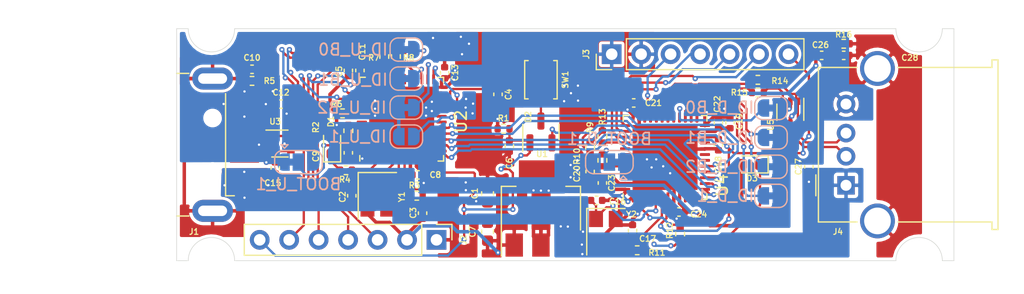
<source format=kicad_pcb>
(kicad_pcb (version 20171130) (host pcbnew 5.1.6-c6e7f7d~87~ubuntu18.04.1)

  (general
    (thickness 1.6)
    (drawings 12)
    (tracks 880)
    (zones 0)
    (modules 67)
    (nets 56)
  )

  (page A4)
  (layers
    (0 F.Cu signal)
    (31 B.Cu signal)
    (32 B.Adhes user)
    (33 F.Adhes user)
    (34 B.Paste user)
    (35 F.Paste user)
    (36 B.SilkS user)
    (37 F.SilkS user)
    (38 B.Mask user)
    (39 F.Mask user)
    (40 Dwgs.User user)
    (41 Cmts.User user)
    (42 Eco1.User user)
    (43 Eco2.User user)
    (44 Edge.Cuts user)
    (45 Margin user)
    (46 B.CrtYd user)
    (47 F.CrtYd user)
    (48 B.Fab user)
    (49 F.Fab user)
  )

  (setup
    (last_trace_width 0.2)
    (trace_clearance 0.2)
    (zone_clearance 0.254)
    (zone_45_only no)
    (trace_min 0.2)
    (via_size 0.45)
    (via_drill 0.2)
    (via_min_size 0.4)
    (via_min_drill 0.2)
    (uvia_size 0.3)
    (uvia_drill 0.1)
    (uvias_allowed no)
    (uvia_min_size 0.2)
    (uvia_min_drill 0.1)
    (edge_width 0.05)
    (segment_width 0.2)
    (pcb_text_width 0.3)
    (pcb_text_size 1.5 1.5)
    (mod_edge_width 0.12)
    (mod_text_size 1 1)
    (mod_text_width 0.15)
    (pad_size 1.524 1.524)
    (pad_drill 0.762)
    (pad_to_mask_clearance 0.05)
    (aux_axis_origin 0 0)
    (visible_elements FFFFFF7F)
    (pcbplotparams
      (layerselection 0x010f0_ffffffff)
      (usegerberextensions false)
      (usegerberattributes false)
      (usegerberadvancedattributes false)
      (creategerberjobfile false)
      (excludeedgelayer true)
      (linewidth 0.100000)
      (plotframeref false)
      (viasonmask false)
      (mode 1)
      (useauxorigin false)
      (hpglpennumber 1)
      (hpglpenspeed 20)
      (hpglpendiameter 15.000000)
      (psnegative false)
      (psa4output false)
      (plotreference true)
      (plotvalue false)
      (plotinvisibletext false)
      (padsonsilk true)
      (subtractmaskfromsilk false)
      (outputformat 1)
      (mirror false)
      (drillshape 0)
      (scaleselection 1)
      (outputdirectory "Gerbers_QFN/"))
  )

  (net 0 "")
  (net 1 +5V)
  (net 2 GND)
  (net 3 "Net-(C3-Pad1)")
  (net 4 "Net-(C4-Pad1)")
  (net 5 +3V3)
  (net 6 /UPST_RST)
  (net 7 "Net-(C10-Pad1)")
  (net 8 "Net-(C17-Pad1)")
  (net 9 "Net-(C18-Pad1)")
  (net 10 /DNST_RST)
  (net 11 "Net-(C28-Pad1)")
  (net 12 "Net-(D1-Pad1)")
  (net 13 "Net-(D2-Pad3)")
  (net 14 "Net-(D3-Pad1)")
  (net 15 /UPST_JTDO)
  (net 16 /UPST_JTDI)
  (net 17 /UPST_JTCK)
  (net 18 /UPST_JTMS)
  (net 19 /DNST_JTMS)
  (net 20 /DNST_JTCK)
  (net 21 /DNST_JTDI)
  (net 22 /DNST_JTDO)
  (net 23 "Net-(JP1-Pad2)")
  (net 24 "Net-(JP2-Pad2)")
  (net 25 "Net-(JP3-Pad2)")
  (net 26 "Net-(JP4-Pad2)")
  (net 27 "Net-(JP5-Pad2)")
  (net 28 "Net-(JP6-Pad2)")
  (net 29 "Net-(R2-Pad1)")
  (net 30 "Net-(R6-Pad2)")
  (net 31 "Net-(R10-Pad1)")
  (net 32 "Net-(R13-Pad2)")
  (net 33 /SPI_MOSI)
  (net 34 /SPI_MISO)
  (net 35 /SPI_SCK)
  (net 36 /SPI_NSS)
  (net 37 /SPI_TX_OK)
  (net 38 /UPST_D+)
  (net 39 /UPST_D-)
  (net 40 /DNST_D+)
  (net 41 /DNST_D-)
  (net 42 /D_PH0)
  (net 43 /D_PH1)
  (net 44 "Net-(R12-Pad2)")
  (net 45 /D_D-)
  (net 46 /D_D+)
  (net 47 /U_PH0)
  (net 48 /U_D-)
  (net 49 /U_D+)
  (net 50 /U_PH1)
  (net 51 "Net-(R4-Pad2)")
  (net 52 "Net-(JP7-Pad2)")
  (net 53 "Net-(JP8-Pad2)")
  (net 54 "Net-(JP9-Pad2)")
  (net 55 "Net-(JP10-Pad2)")

  (net_class Default "This is the default net class."
    (clearance 0.2)
    (trace_width 0.2)
    (via_dia 0.45)
    (via_drill 0.2)
    (uvia_dia 0.3)
    (uvia_drill 0.1)
    (diff_pair_width 0.2)
    (diff_pair_gap 0.2)
    (add_net /DNST_D+)
    (add_net /DNST_D-)
    (add_net /DNST_JTCK)
    (add_net /DNST_JTDI)
    (add_net /DNST_JTDO)
    (add_net /DNST_JTMS)
    (add_net /DNST_RST)
    (add_net /D_D+)
    (add_net /D_D-)
    (add_net /D_PH0)
    (add_net /D_PH1)
    (add_net /SPI_MISO)
    (add_net /SPI_MOSI)
    (add_net /SPI_NSS)
    (add_net /SPI_SCK)
    (add_net /SPI_TX_OK)
    (add_net /UPST_D+)
    (add_net /UPST_D-)
    (add_net /UPST_JTCK)
    (add_net /UPST_JTDI)
    (add_net /UPST_JTDO)
    (add_net /UPST_JTMS)
    (add_net /UPST_RST)
    (add_net /U_D+)
    (add_net /U_D-)
    (add_net /U_PH0)
    (add_net /U_PH1)
    (add_net "Net-(C17-Pad1)")
    (add_net "Net-(C18-Pad1)")
    (add_net "Net-(C28-Pad1)")
    (add_net "Net-(C3-Pad1)")
    (add_net "Net-(C4-Pad1)")
    (add_net "Net-(D1-Pad1)")
    (add_net "Net-(D2-Pad3)")
    (add_net "Net-(D3-Pad1)")
    (add_net "Net-(JP1-Pad2)")
    (add_net "Net-(JP10-Pad2)")
    (add_net "Net-(JP2-Pad2)")
    (add_net "Net-(JP3-Pad2)")
    (add_net "Net-(JP4-Pad2)")
    (add_net "Net-(JP5-Pad2)")
    (add_net "Net-(JP6-Pad2)")
    (add_net "Net-(JP7-Pad2)")
    (add_net "Net-(JP8-Pad2)")
    (add_net "Net-(JP9-Pad2)")
    (add_net "Net-(R10-Pad1)")
    (add_net "Net-(R12-Pad2)")
    (add_net "Net-(R13-Pad2)")
    (add_net "Net-(R2-Pad1)")
    (add_net "Net-(R4-Pad2)")
    (add_net "Net-(R6-Pad2)")
  )

  (net_class Power ""
    (clearance 0.2)
    (trace_width 0.3)
    (via_dia 0.45)
    (via_drill 0.2)
    (uvia_dia 0.3)
    (uvia_drill 0.1)
    (diff_pair_width 0.2)
    (diff_pair_gap 0.2)
    (add_net +3V3)
    (add_net +5V)
    (add_net GND)
    (add_net "Net-(C10-Pad1)")
  )

  (module Capacitor_SMD:C_0402_1005Metric (layer F.Cu) (tedit 5F68FEEE) (tstamp 603AFDD4)
    (at 147.7 138.1 270)
    (descr "Capacitor SMD 0402 (1005 Metric), square (rectangular) end terminal, IPC_7351 nominal, (Body size source: IPC-SM-782 page 76, https://www.pcb-3d.com/wordpress/wp-content/uploads/ipc-sm-782a_amendment_1_and_2.pdf), generated with kicad-footprint-generator")
    (tags capacitor)
    (path /60517CCC)
    (attr smd)
    (fp_text reference C19 (at -0.1 -0.8 90) (layer F.SilkS)
      (effects (font (size 0.5 0.5) (thickness 0.1)))
    )
    (fp_text value 4.7u (at 0 1.16 90) (layer F.Fab)
      (effects (font (size 1 1) (thickness 0.15)))
    )
    (fp_line (start 0.91 0.46) (end -0.91 0.46) (layer F.CrtYd) (width 0.05))
    (fp_line (start 0.91 -0.46) (end 0.91 0.46) (layer F.CrtYd) (width 0.05))
    (fp_line (start -0.91 -0.46) (end 0.91 -0.46) (layer F.CrtYd) (width 0.05))
    (fp_line (start -0.91 0.46) (end -0.91 -0.46) (layer F.CrtYd) (width 0.05))
    (fp_line (start -0.107836 0.36) (end 0.107836 0.36) (layer F.SilkS) (width 0.12))
    (fp_line (start -0.107836 -0.36) (end 0.107836 -0.36) (layer F.SilkS) (width 0.12))
    (fp_line (start 0.5 0.25) (end -0.5 0.25) (layer F.Fab) (width 0.1))
    (fp_line (start 0.5 -0.25) (end 0.5 0.25) (layer F.Fab) (width 0.1))
    (fp_line (start -0.5 -0.25) (end 0.5 -0.25) (layer F.Fab) (width 0.1))
    (fp_line (start -0.5 0.25) (end -0.5 -0.25) (layer F.Fab) (width 0.1))
    (fp_text user %R (at 0 0 90) (layer F.Fab)
      (effects (font (size 0.25 0.25) (thickness 0.04)))
    )
    (pad 1 smd roundrect (at -0.48 0 270) (size 0.56 0.62) (layers F.Cu F.Paste F.Mask) (roundrect_rratio 0.25)
      (net 5 +3V3))
    (pad 2 smd roundrect (at 0.48 0 270) (size 0.56 0.62) (layers F.Cu F.Paste F.Mask) (roundrect_rratio 0.25)
      (net 2 GND))
    (model ${KICAD6_3DMODEL_DIR}/Capacitor_SMD.3dshapes/C_0402_1005Metric.wrl
      (at (xyz 0 0 0))
      (scale (xyz 1 1 1))
      (rotate (xyz 0 0 0))
    )
  )

  (module Capacitor_SMD:C_0603_1608Metric (layer F.Cu) (tedit 5F68FEEE) (tstamp 603DBDF2)
    (at 126.8 144.2 90)
    (descr "Capacitor SMD 0603 (1608 Metric), square (rectangular) end terminal, IPC_7351 nominal, (Body size source: IPC-SM-782 page 76, https://www.pcb-3d.com/wordpress/wp-content/uploads/ipc-sm-782a_amendment_1_and_2.pdf), generated with kicad-footprint-generator")
    (tags capacitor)
    (path /60582667)
    (attr smd)
    (fp_text reference C1 (at 0 -1.1 90) (layer F.SilkS)
      (effects (font (size 0.5 0.5) (thickness 0.1)))
    )
    (fp_text value 10u (at 0 1.43 90) (layer F.Fab)
      (effects (font (size 1 1) (thickness 0.15)))
    )
    (fp_line (start -0.8 0.4) (end -0.8 -0.4) (layer F.Fab) (width 0.1))
    (fp_line (start -0.8 -0.4) (end 0.8 -0.4) (layer F.Fab) (width 0.1))
    (fp_line (start 0.8 -0.4) (end 0.8 0.4) (layer F.Fab) (width 0.1))
    (fp_line (start 0.8 0.4) (end -0.8 0.4) (layer F.Fab) (width 0.1))
    (fp_line (start -0.14058 -0.51) (end 0.14058 -0.51) (layer F.SilkS) (width 0.12))
    (fp_line (start -0.14058 0.51) (end 0.14058 0.51) (layer F.SilkS) (width 0.12))
    (fp_line (start -1.48 0.73) (end -1.48 -0.73) (layer F.CrtYd) (width 0.05))
    (fp_line (start -1.48 -0.73) (end 1.48 -0.73) (layer F.CrtYd) (width 0.05))
    (fp_line (start 1.48 -0.73) (end 1.48 0.73) (layer F.CrtYd) (width 0.05))
    (fp_line (start 1.48 0.73) (end -1.48 0.73) (layer F.CrtYd) (width 0.05))
    (fp_text user %R (at 0 0 90) (layer F.Fab)
      (effects (font (size 0.4 0.4) (thickness 0.06)))
    )
    (pad 1 smd roundrect (at -0.775 0 90) (size 0.9 0.95) (layers F.Cu F.Paste F.Mask) (roundrect_rratio 0.25)
      (net 1 +5V))
    (pad 2 smd roundrect (at 0.775 0 90) (size 0.9 0.95) (layers F.Cu F.Paste F.Mask) (roundrect_rratio 0.25)
      (net 2 GND))
    (model ${KICAD6_3DMODEL_DIR}/Capacitor_SMD.3dshapes/C_0603_1608Metric.wrl
      (at (xyz 0 0 0))
      (scale (xyz 1 1 1))
      (rotate (xyz 0 0 0))
    )
  )

  (module Capacitor_SMD:C_0603_1608Metric (layer F.Cu) (tedit 5F68FEEE) (tstamp 60385ED9)
    (at 126.8 147.5 270)
    (descr "Capacitor SMD 0603 (1608 Metric), square (rectangular) end terminal, IPC_7351 nominal, (Body size source: IPC-SM-782 page 76, https://www.pcb-3d.com/wordpress/wp-content/uploads/ipc-sm-782a_amendment_1_and_2.pdf), generated with kicad-footprint-generator")
    (tags capacitor)
    (path /6058266D)
    (attr smd)
    (fp_text reference C7 (at 0 1.3 90) (layer F.SilkS)
      (effects (font (size 0.5 0.5) (thickness 0.1)))
    )
    (fp_text value 22u (at 0 1.43 90) (layer F.Fab)
      (effects (font (size 1 1) (thickness 0.15)))
    )
    (fp_line (start -0.8 0.4) (end -0.8 -0.4) (layer F.Fab) (width 0.1))
    (fp_line (start -0.8 -0.4) (end 0.8 -0.4) (layer F.Fab) (width 0.1))
    (fp_line (start 0.8 -0.4) (end 0.8 0.4) (layer F.Fab) (width 0.1))
    (fp_line (start 0.8 0.4) (end -0.8 0.4) (layer F.Fab) (width 0.1))
    (fp_line (start -0.14058 -0.51) (end 0.14058 -0.51) (layer F.SilkS) (width 0.12))
    (fp_line (start -0.14058 0.51) (end 0.14058 0.51) (layer F.SilkS) (width 0.12))
    (fp_line (start -1.48 0.73) (end -1.48 -0.73) (layer F.CrtYd) (width 0.05))
    (fp_line (start -1.48 -0.73) (end 1.48 -0.73) (layer F.CrtYd) (width 0.05))
    (fp_line (start 1.48 -0.73) (end 1.48 0.73) (layer F.CrtYd) (width 0.05))
    (fp_line (start 1.48 0.73) (end -1.48 0.73) (layer F.CrtYd) (width 0.05))
    (fp_text user %R (at 0 0 90) (layer F.Fab)
      (effects (font (size 0.4 0.4) (thickness 0.06)))
    )
    (pad 1 smd roundrect (at -0.775 0 270) (size 0.9 0.95) (layers F.Cu F.Paste F.Mask) (roundrect_rratio 0.25)
      (net 5 +3V3))
    (pad 2 smd roundrect (at 0.775 0 270) (size 0.9 0.95) (layers F.Cu F.Paste F.Mask) (roundrect_rratio 0.25)
      (net 2 GND))
    (model ${KICAD6_3DMODEL_DIR}/Capacitor_SMD.3dshapes/C_0603_1608Metric.wrl
      (at (xyz 0 0 0))
      (scale (xyz 1 1 1))
      (rotate (xyz 0 0 0))
    )
  )

  (module LED_SMD:LED_0603_1608Metric (layer F.Cu) (tedit 5F68FEF1) (tstamp 60386051)
    (at 113.4 140 90)
    (descr "LED SMD 0603 (1608 Metric), square (rectangular) end terminal, IPC_7351 nominal, (Body size source: http://www.tortai-tech.com/upload/download/2011102023233369053.pdf), generated with kicad-footprint-generator")
    (tags LED)
    (path /603E0EEE)
    (attr smd)
    (fp_text reference D1 (at 2 -0.1 90) (layer F.SilkS)
      (effects (font (size 0.5 0.5) (thickness 0.1)))
    )
    (fp_text value FAULT_U1 (at 0 1.43 90) (layer F.Fab)
      (effects (font (size 1 1) (thickness 0.15)))
    )
    (fp_line (start 0.8 -0.4) (end -0.5 -0.4) (layer F.Fab) (width 0.1))
    (fp_line (start -0.5 -0.4) (end -0.8 -0.1) (layer F.Fab) (width 0.1))
    (fp_line (start -0.8 -0.1) (end -0.8 0.4) (layer F.Fab) (width 0.1))
    (fp_line (start -0.8 0.4) (end 0.8 0.4) (layer F.Fab) (width 0.1))
    (fp_line (start 0.8 0.4) (end 0.8 -0.4) (layer F.Fab) (width 0.1))
    (fp_line (start 0.8 -0.735) (end -1.485 -0.735) (layer F.SilkS) (width 0.12))
    (fp_line (start -1.485 -0.735) (end -1.485 0.735) (layer F.SilkS) (width 0.12))
    (fp_line (start -1.485 0.735) (end 0.8 0.735) (layer F.SilkS) (width 0.12))
    (fp_line (start -1.48 0.73) (end -1.48 -0.73) (layer F.CrtYd) (width 0.05))
    (fp_line (start -1.48 -0.73) (end 1.48 -0.73) (layer F.CrtYd) (width 0.05))
    (fp_line (start 1.48 -0.73) (end 1.48 0.73) (layer F.CrtYd) (width 0.05))
    (fp_line (start 1.48 0.73) (end -1.48 0.73) (layer F.CrtYd) (width 0.05))
    (fp_text user %R (at 0 0 90) (layer F.Fab)
      (effects (font (size 0.4 0.4) (thickness 0.06)))
    )
    (pad 1 smd roundrect (at -0.7875 0 90) (size 0.875 0.95) (layers F.Cu F.Paste F.Mask) (roundrect_rratio 0.25)
      (net 12 "Net-(D1-Pad1)"))
    (pad 2 smd roundrect (at 0.7875 0 90) (size 0.875 0.95) (layers F.Cu F.Paste F.Mask) (roundrect_rratio 0.25)
      (net 5 +3V3))
    (model ${KICAD6_3DMODEL_DIR}/LED_SMD.3dshapes/LED_0603_1608Metric.wrl
      (at (xyz 0 0 0))
      (scale (xyz 1 1 1))
      (rotate (xyz 0 0 0))
    )
  )

  (module Package_TO_SOT_SMD:SOT-23 (layer F.Cu) (tedit 5FA16958) (tstamp 60386066)
    (at 131.4 138.9 90)
    (descr "SOT, 3 Pin (https://www.jedec.org/system/files/docs/to-236h.pdf variant AB), generated with kicad-footprint-generator ipc_gullwing_generator.py")
    (tags "SOT TO_SOT_SMD")
    (path /606735EC)
    (attr smd)
    (fp_text reference D2 (at 1.3 -1.1 90) (layer F.SilkS)
      (effects (font (size 0.5 0.5) (thickness 0.1)))
    )
    (fp_text value D_Dual_CommonCathode_AAK (at 0 2.4 90) (layer F.Fab)
      (effects (font (size 1 1) (thickness 0.15)))
    )
    (fp_line (start 0 1.56) (end 0.65 1.56) (layer F.SilkS) (width 0.12))
    (fp_line (start 0 1.56) (end -0.65 1.56) (layer F.SilkS) (width 0.12))
    (fp_line (start 0 -1.56) (end 0.65 -1.56) (layer F.SilkS) (width 0.12))
    (fp_line (start 0 -1.56) (end -1.675 -1.56) (layer F.SilkS) (width 0.12))
    (fp_line (start -0.325 -1.45) (end 0.65 -1.45) (layer F.Fab) (width 0.1))
    (fp_line (start 0.65 -1.45) (end 0.65 1.45) (layer F.Fab) (width 0.1))
    (fp_line (start 0.65 1.45) (end -0.65 1.45) (layer F.Fab) (width 0.1))
    (fp_line (start -0.65 1.45) (end -0.65 -1.125) (layer F.Fab) (width 0.1))
    (fp_line (start -0.65 -1.125) (end -0.325 -1.45) (layer F.Fab) (width 0.1))
    (fp_line (start -1.92 -1.7) (end -1.92 1.7) (layer F.CrtYd) (width 0.05))
    (fp_line (start -1.92 1.7) (end 1.92 1.7) (layer F.CrtYd) (width 0.05))
    (fp_line (start 1.92 1.7) (end 1.92 -1.7) (layer F.CrtYd) (width 0.05))
    (fp_line (start 1.92 -1.7) (end -1.92 -1.7) (layer F.CrtYd) (width 0.05))
    (fp_text user %R (at 0 0 90) (layer F.Fab)
      (effects (font (size 0.32 0.32) (thickness 0.05)))
    )
    (pad 1 smd roundrect (at -0.9375 -0.95 90) (size 1.475 0.6) (layers F.Cu F.Paste F.Mask) (roundrect_rratio 0.25)
      (net 6 /UPST_RST))
    (pad 2 smd roundrect (at -0.9375 0.95 90) (size 1.475 0.6) (layers F.Cu F.Paste F.Mask) (roundrect_rratio 0.25)
      (net 10 /DNST_RST))
    (pad 3 smd roundrect (at 0.9375 0 90) (size 1.475 0.6) (layers F.Cu F.Paste F.Mask) (roundrect_rratio 0.25)
      (net 13 "Net-(D2-Pad3)"))
    (model ${KICAD6_3DMODEL_DIR}/Package_TO_SOT_SMD.3dshapes/SOT-23.wrl
      (at (xyz 0 0 0))
      (scale (xyz 1 1 1))
      (rotate (xyz 0 0 0))
    )
  )

  (module LED_SMD:LED_0603_1608Metric (layer F.Cu) (tedit 5F68FEF1) (tstamp 60386079)
    (at 149.5 141.7 180)
    (descr "LED SMD 0603 (1608 Metric), square (rectangular) end terminal, IPC_7351 nominal, (Body size source: http://www.tortai-tech.com/upload/download/2011102023233369053.pdf), generated with kicad-footprint-generator")
    (tags LED)
    (path /60517DB2)
    (attr smd)
    (fp_text reference D3 (at -0.1 -1.2) (layer F.SilkS)
      (effects (font (size 0.5 0.5) (thickness 0.1)))
    )
    (fp_text value FAULT_D1 (at 0 1.43) (layer F.Fab)
      (effects (font (size 1 1) (thickness 0.15)))
    )
    (fp_line (start 1.48 0.73) (end -1.48 0.73) (layer F.CrtYd) (width 0.05))
    (fp_line (start 1.48 -0.73) (end 1.48 0.73) (layer F.CrtYd) (width 0.05))
    (fp_line (start -1.48 -0.73) (end 1.48 -0.73) (layer F.CrtYd) (width 0.05))
    (fp_line (start -1.48 0.73) (end -1.48 -0.73) (layer F.CrtYd) (width 0.05))
    (fp_line (start -1.485 0.735) (end 0.8 0.735) (layer F.SilkS) (width 0.12))
    (fp_line (start -1.485 -0.735) (end -1.485 0.735) (layer F.SilkS) (width 0.12))
    (fp_line (start 0.8 -0.735) (end -1.485 -0.735) (layer F.SilkS) (width 0.12))
    (fp_line (start 0.8 0.4) (end 0.8 -0.4) (layer F.Fab) (width 0.1))
    (fp_line (start -0.8 0.4) (end 0.8 0.4) (layer F.Fab) (width 0.1))
    (fp_line (start -0.8 -0.1) (end -0.8 0.4) (layer F.Fab) (width 0.1))
    (fp_line (start -0.5 -0.4) (end -0.8 -0.1) (layer F.Fab) (width 0.1))
    (fp_line (start 0.8 -0.4) (end -0.5 -0.4) (layer F.Fab) (width 0.1))
    (fp_text user %R (at 0 0) (layer F.Fab)
      (effects (font (size 0.4 0.4) (thickness 0.06)))
    )
    (pad 2 smd roundrect (at 0.7875 0 180) (size 0.875 0.95) (layers F.Cu F.Paste F.Mask) (roundrect_rratio 0.25)
      (net 5 +3V3))
    (pad 1 smd roundrect (at -0.7875 0 180) (size 0.875 0.95) (layers F.Cu F.Paste F.Mask) (roundrect_rratio 0.25)
      (net 14 "Net-(D3-Pad1)"))
    (model ${KICAD6_3DMODEL_DIR}/LED_SMD.3dshapes/LED_0603_1608Metric.wrl
      (at (xyz 0 0 0))
      (scale (xyz 1 1 1))
      (rotate (xyz 0 0 0))
    )
  )

  (module Connector_USB:USB_A_CNCTech_1001-011-01101_Horizontal (layer F.Cu) (tedit 5E754393) (tstamp 603860AD)
    (at 96.2 140 180)
    (descr "USB type A Plug, Horizontal, http://cnctech.us/pdfs/1001-011-01101.pdf")
    (tags USB-A)
    (path /60390DEF)
    (attr smd)
    (fp_text reference J1 (at -5.3 -7.5) (layer F.SilkS)
      (effects (font (size 0.5 0.5) (thickness 0.1)))
    )
    (fp_text value USB_A_Plug (at 0 8 180) (layer F.Fab)
      (effects (font (size 1 1) (thickness 0.15)))
    )
    (fp_line (start -7.9 6.025) (end -7.9 -6.025) (layer F.Fab) (width 0.1))
    (fp_line (start -7.9 -6.025) (end 10.9 -6.025) (layer F.Fab) (width 0.1))
    (fp_line (start -7.9 6.025) (end 10.9 6.025) (layer F.Fab) (width 0.1))
    (fp_line (start 10.9 6.025) (end 10.9 -6.025) (layer F.Fab) (width 0.1))
    (fp_line (start -10.4 3.75) (end -10.4 3.25) (layer F.Fab) (width 0.1))
    (fp_line (start -10.4 3.25) (end -7.9 3.25) (layer F.Fab) (width 0.1))
    (fp_line (start -10.4 3.75) (end -7.9 3.75) (layer F.Fab) (width 0.1))
    (fp_line (start -10.4 0.75) (end -7.9 0.75) (layer F.Fab) (width 0.1))
    (fp_line (start -10.4 1.25) (end -10.4 0.75) (layer F.Fab) (width 0.1))
    (fp_line (start -10.4 1.25) (end -7.9 1.25) (layer F.Fab) (width 0.1))
    (fp_line (start -10.4 -0.75) (end -10.4 -1.25) (layer F.Fab) (width 0.1))
    (fp_line (start -10.4 -0.75) (end -7.9 -0.75) (layer F.Fab) (width 0.1))
    (fp_line (start -10.4 -1.25) (end -7.9 -1.25) (layer F.Fab) (width 0.1))
    (fp_line (start -10.4 -3.75) (end -7.9 -3.75) (layer F.Fab) (width 0.1))
    (fp_line (start -10.4 -3.25) (end -10.4 -3.75) (layer F.Fab) (width 0.1))
    (fp_line (start -10.4 -3.25) (end -7.9 -3.25) (layer F.Fab) (width 0.1))
    (fp_circle (center -6.9 -2.3) (end -6.9 -2.8) (layer F.Fab) (width 0.1))
    (fp_circle (center -6.9 2.3) (end -6.9 2.8) (layer F.Fab) (width 0.1))
    (fp_line (start -8.02 -4.4) (end -8.02 4.4) (layer F.SilkS) (width 0.12))
    (fp_line (start -3.8 6.025) (end -3.8 -6.025) (layer Dwgs.User) (width 0.1))
    (fp_line (start -4.85 -6.145) (end -3.8 -6.145) (layer F.SilkS) (width 0.12))
    (fp_line (start -4.85 6.145) (end -3.8 6.145) (layer F.SilkS) (width 0.12))
    (fp_line (start -11.4 4.55) (end -11.4 -4.55) (layer F.CrtYd) (width 0.05))
    (fp_line (start -11.4 -4.55) (end -9.15 -4.55) (layer F.CrtYd) (width 0.05))
    (fp_line (start -9.15 -7.15) (end -9.15 -4.55) (layer F.CrtYd) (width 0.05))
    (fp_line (start -9.15 -7.15) (end -4.65 -7.15) (layer F.CrtYd) (width 0.05))
    (fp_line (start -4.65 -6.52) (end -4.65 -7.15) (layer F.CrtYd) (width 0.05))
    (fp_line (start -4.65 -6.52) (end 11.4 -6.52) (layer F.CrtYd) (width 0.05))
    (fp_line (start 11.4 6.52) (end 11.4 -6.52) (layer F.CrtYd) (width 0.05))
    (fp_line (start -4.65 6.52) (end 11.4 6.52) (layer F.CrtYd) (width 0.05))
    (fp_line (start -4.65 7.15) (end -4.65 6.52) (layer F.CrtYd) (width 0.05))
    (fp_line (start -9.15 7.15) (end -4.65 7.15) (layer F.CrtYd) (width 0.05))
    (fp_line (start -9.15 4.55) (end -9.15 7.15) (layer F.CrtYd) (width 0.05))
    (fp_line (start -11.4 4.55) (end -9.15 4.55) (layer F.CrtYd) (width 0.05))
    (fp_line (start -8.02 -4.4) (end -8.775 -4.4) (layer F.SilkS) (width 0.12))
    (fp_line (start -7.75 -3.5) (end -7.25 -3) (layer F.Fab) (width 0.1))
    (fp_line (start -7.75 -3.5) (end -7.25 -4) (layer F.Fab) (width 0.1))
    (fp_line (start -7.25 -4) (end -7.25 -3.05) (layer F.Fab) (width 0.1))
    (fp_text user "PCB Edge" (at -4.55 -0.05 90) (layer Dwgs.User)
      (effects (font (size 0.6 0.6) (thickness 0.09)))
    )
    (fp_text user %R (at -6 0 90) (layer F.Fab)
      (effects (font (size 1 1) (thickness 0.15)))
    )
    (pad 2 smd rect (at -9.65 -1 180) (size 2.5 1.1) (layers F.Cu F.Paste F.Mask)
      (net 48 /U_D-))
    (pad 3 smd rect (at -9.65 1 180) (size 2.5 1.1) (layers F.Cu F.Paste F.Mask)
      (net 49 /U_D+))
    (pad 1 smd rect (at -9.65 -3.5 180) (size 2.5 1.1) (layers F.Cu F.Paste F.Mask)
      (net 1 +5V))
    (pad 4 smd rect (at -9.65 3.5 180) (size 2.5 1.1) (layers F.Cu F.Paste F.Mask)
      (net 2 GND))
    (pad 5 thru_hole oval (at -6.9 -5.7 180) (size 3.5 1.9) (drill oval 2.5 0.9) (layers *.Cu *.Mask)
      (net 7 "Net-(C10-Pad1)"))
    (pad 5 thru_hole oval (at -6.9 5.7 180) (size 3.5 1.9) (drill oval 2.5 0.9) (layers *.Cu *.Mask)
      (net 7 "Net-(C10-Pad1)"))
    (pad "" np_thru_hole circle (at -6.9 -2.3 180) (size 1.1 1.1) (drill 1.1) (layers *.Cu *.Mask))
    (pad "" np_thru_hole circle (at -6.9 2.3 180) (size 1.1 1.1) (drill 1.1) (layers *.Cu *.Mask))
    (model ${KICAD6_3DMODEL_DIR}/Connector_USB.3dshapes/USB_A_CNCTech_1001-011-01101_Horizontal.wrl
      (at (xyz 0 0 0))
      (scale (xyz 1 1 1))
      (rotate (xyz 0 0 0))
    )
  )

  (module Connector_PinHeader_2.54mm:PinHeader_1x07_P2.54mm_Vertical (layer F.Cu) (tedit 59FED5CC) (tstamp 603860C8)
    (at 122.4 148.2 270)
    (descr "Through hole straight pin header, 1x07, 2.54mm pitch, single row")
    (tags "Through hole pin header THT 1x07 2.54mm single row")
    (path /60431BD6)
    (fp_text reference J2 (at 0 -2.33 90) (layer F.SilkS)
      (effects (font (size 0.5 0.5) (thickness 0.1)))
    )
    (fp_text value Conn_01x07 (at 0 17.57 90) (layer F.Fab)
      (effects (font (size 1 1) (thickness 0.15)))
    )
    (fp_line (start 1.8 -1.8) (end -1.8 -1.8) (layer F.CrtYd) (width 0.05))
    (fp_line (start 1.8 17.05) (end 1.8 -1.8) (layer F.CrtYd) (width 0.05))
    (fp_line (start -1.8 17.05) (end 1.8 17.05) (layer F.CrtYd) (width 0.05))
    (fp_line (start -1.8 -1.8) (end -1.8 17.05) (layer F.CrtYd) (width 0.05))
    (fp_line (start -1.33 -1.33) (end 0 -1.33) (layer F.SilkS) (width 0.12))
    (fp_line (start -1.33 0) (end -1.33 -1.33) (layer F.SilkS) (width 0.12))
    (fp_line (start -1.33 1.27) (end 1.33 1.27) (layer F.SilkS) (width 0.12))
    (fp_line (start 1.33 1.27) (end 1.33 16.57) (layer F.SilkS) (width 0.12))
    (fp_line (start -1.33 1.27) (end -1.33 16.57) (layer F.SilkS) (width 0.12))
    (fp_line (start -1.33 16.57) (end 1.33 16.57) (layer F.SilkS) (width 0.12))
    (fp_line (start -1.27 -0.635) (end -0.635 -1.27) (layer F.Fab) (width 0.1))
    (fp_line (start -1.27 16.51) (end -1.27 -0.635) (layer F.Fab) (width 0.1))
    (fp_line (start 1.27 16.51) (end -1.27 16.51) (layer F.Fab) (width 0.1))
    (fp_line (start 1.27 -1.27) (end 1.27 16.51) (layer F.Fab) (width 0.1))
    (fp_line (start -0.635 -1.27) (end 1.27 -1.27) (layer F.Fab) (width 0.1))
    (fp_text user %R (at 0 7.62) (layer F.Fab)
      (effects (font (size 1 1) (thickness 0.15)))
    )
    (pad 7 thru_hole oval (at 0 15.24 270) (size 1.7 1.7) (drill 1) (layers *.Cu *.Mask)
      (net 6 /UPST_RST))
    (pad 6 thru_hole oval (at 0 12.7 270) (size 1.7 1.7) (drill 1) (layers *.Cu *.Mask)
      (net 15 /UPST_JTDO))
    (pad 5 thru_hole oval (at 0 10.16 270) (size 1.7 1.7) (drill 1) (layers *.Cu *.Mask)
      (net 16 /UPST_JTDI))
    (pad 4 thru_hole oval (at 0 7.62 270) (size 1.7 1.7) (drill 1) (layers *.Cu *.Mask)
      (net 17 /UPST_JTCK))
    (pad 3 thru_hole oval (at 0 5.08 270) (size 1.7 1.7) (drill 1) (layers *.Cu *.Mask)
      (net 18 /UPST_JTMS))
    (pad 2 thru_hole oval (at 0 2.54 270) (size 1.7 1.7) (drill 1) (layers *.Cu *.Mask)
      (net 2 GND))
    (pad 1 thru_hole rect (at 0 0 270) (size 1.7 1.7) (drill 1) (layers *.Cu *.Mask)
      (net 5 +3V3))
    (model ${KICAD6_3DMODEL_DIR}/Connector_PinHeader_2.54mm.3dshapes/PinHeader_1x07_P2.54mm_Vertical.wrl
      (at (xyz 0 0 0))
      (scale (xyz 1 1 1))
      (rotate (xyz 0 0 0))
    )
  )

  (module Connector_PinHeader_2.54mm:PinHeader_1x07_P2.54mm_Vertical (layer F.Cu) (tedit 59FED5CC) (tstamp 603860E3)
    (at 137.5 132.2 90)
    (descr "Through hole straight pin header, 1x07, 2.54mm pitch, single row")
    (tags "Through hole pin header THT 1x07 2.54mm single row")
    (path /60517DF6)
    (fp_text reference J3 (at 0 -2.2 90) (layer F.SilkS)
      (effects (font (size 0.5 0.5) (thickness 0.1)))
    )
    (fp_text value Conn_01x07 (at 0 17.57 90) (layer F.Fab)
      (effects (font (size 1 1) (thickness 0.15)))
    )
    (fp_line (start -0.635 -1.27) (end 1.27 -1.27) (layer F.Fab) (width 0.1))
    (fp_line (start 1.27 -1.27) (end 1.27 16.51) (layer F.Fab) (width 0.1))
    (fp_line (start 1.27 16.51) (end -1.27 16.51) (layer F.Fab) (width 0.1))
    (fp_line (start -1.27 16.51) (end -1.27 -0.635) (layer F.Fab) (width 0.1))
    (fp_line (start -1.27 -0.635) (end -0.635 -1.27) (layer F.Fab) (width 0.1))
    (fp_line (start -1.33 16.57) (end 1.33 16.57) (layer F.SilkS) (width 0.12))
    (fp_line (start -1.33 1.27) (end -1.33 16.57) (layer F.SilkS) (width 0.12))
    (fp_line (start 1.33 1.27) (end 1.33 16.57) (layer F.SilkS) (width 0.12))
    (fp_line (start -1.33 1.27) (end 1.33 1.27) (layer F.SilkS) (width 0.12))
    (fp_line (start -1.33 0) (end -1.33 -1.33) (layer F.SilkS) (width 0.12))
    (fp_line (start -1.33 -1.33) (end 0 -1.33) (layer F.SilkS) (width 0.12))
    (fp_line (start -1.8 -1.8) (end -1.8 17.05) (layer F.CrtYd) (width 0.05))
    (fp_line (start -1.8 17.05) (end 1.8 17.05) (layer F.CrtYd) (width 0.05))
    (fp_line (start 1.8 17.05) (end 1.8 -1.8) (layer F.CrtYd) (width 0.05))
    (fp_line (start 1.8 -1.8) (end -1.8 -1.8) (layer F.CrtYd) (width 0.05))
    (fp_text user %R (at 0 7.62) (layer F.Fab)
      (effects (font (size 1 1) (thickness 0.15)))
    )
    (pad 1 thru_hole rect (at 0 0 90) (size 1.7 1.7) (drill 1) (layers *.Cu *.Mask)
      (net 5 +3V3))
    (pad 2 thru_hole oval (at 0 2.54 90) (size 1.7 1.7) (drill 1) (layers *.Cu *.Mask)
      (net 2 GND))
    (pad 3 thru_hole oval (at 0 5.08 90) (size 1.7 1.7) (drill 1) (layers *.Cu *.Mask)
      (net 19 /DNST_JTMS))
    (pad 4 thru_hole oval (at 0 7.62 90) (size 1.7 1.7) (drill 1) (layers *.Cu *.Mask)
      (net 20 /DNST_JTCK))
    (pad 5 thru_hole oval (at 0 10.16 90) (size 1.7 1.7) (drill 1) (layers *.Cu *.Mask)
      (net 21 /DNST_JTDI))
    (pad 6 thru_hole oval (at 0 12.7 90) (size 1.7 1.7) (drill 1) (layers *.Cu *.Mask)
      (net 22 /DNST_JTDO))
    (pad 7 thru_hole oval (at 0 15.24 90) (size 1.7 1.7) (drill 1) (layers *.Cu *.Mask)
      (net 10 /DNST_RST))
    (model ${KICAD6_3DMODEL_DIR}/Connector_PinHeader_2.54mm.3dshapes/PinHeader_1x07_P2.54mm_Vertical.wrl
      (at (xyz 0 0 0))
      (scale (xyz 1 1 1))
      (rotate (xyz 0 0 0))
    )
  )

  (module Connector_USB:USB_A_Molex_67643_Horizontal (layer F.Cu) (tedit 5EA03975) (tstamp 6044C5A1)
    (at 157.7 143.5 90)
    (descr "USB type A, Horizontal, https://www.molex.com/pdm_docs/sd/676433910_sd.pdf")
    (tags "USB_A Female Connector receptacle")
    (path /6069759E)
    (fp_text reference J4 (at -4 -0.7 180) (layer F.SilkS)
      (effects (font (size 0.5 0.5) (thickness 0.1)))
    )
    (fp_text value USB_A_Socket (at 3.5 14.5 90) (layer F.Fab)
      (effects (font (size 1 1) (thickness 0.15)))
    )
    (fp_line (start -3.05 -2.27) (end 10.05 -2.27) (layer F.Fab) (width 0.1))
    (fp_line (start 10.05 -2.27) (end 10.05 12.69) (layer F.Fab) (width 0.1))
    (fp_line (start -3.16 12.58) (end -3.16 4.47) (layer F.SilkS) (width 0.12))
    (fp_line (start -3.16 12.58) (end -3.81 12.58) (layer F.SilkS) (width 0.12))
    (fp_line (start -3.7 12.69) (end -3.7 12.99) (layer F.Fab) (width 0.1))
    (fp_line (start -3.7 12.99) (end 10.7 12.99) (layer F.Fab) (width 0.1))
    (fp_line (start 10.7 12.99) (end 10.7 12.69) (layer F.Fab) (width 0.1))
    (fp_line (start 10.7 12.69) (end 10.05 12.69) (layer F.Fab) (width 0.1))
    (fp_line (start -3.05 9.27) (end 10.05 9.27) (layer F.Fab) (width 0.1))
    (fp_line (start -3.55 -2.77) (end 10.55 -2.77) (layer F.CrtYd) (width 0.05))
    (fp_line (start 10.55 -2.77) (end 10.55 0.76) (layer F.CrtYd) (width 0.05))
    (fp_line (start -3.55 -2.77) (end -3.55 0.76) (layer F.CrtYd) (width 0.05))
    (fp_line (start -4.2 13.49) (end 11.2 13.49) (layer F.CrtYd) (width 0.05))
    (fp_line (start 11.2 13.49) (end 11.2 12.19) (layer F.CrtYd) (width 0.05))
    (fp_line (start 11.2 12.19) (end 10.55 12.19) (layer F.CrtYd) (width 0.05))
    (fp_line (start 10.55 12.19) (end 10.55 4.66) (layer F.CrtYd) (width 0.05))
    (fp_line (start -4.2 13.49) (end -4.2 12.19) (layer F.CrtYd) (width 0.05))
    (fp_line (start -4.2 12.19) (end -3.55 12.19) (layer F.CrtYd) (width 0.05))
    (fp_line (start -3.55 12.19) (end -3.55 4.66) (layer F.CrtYd) (width 0.05))
    (fp_line (start -3.16 -2.38) (end 10.16 -2.38) (layer F.SilkS) (width 0.12))
    (fp_line (start -3.16 -2.38) (end -3.16 0.95) (layer F.SilkS) (width 0.12))
    (fp_line (start 10.16 -2.38) (end 10.16 0.95) (layer F.SilkS) (width 0.12))
    (fp_line (start -3.05 12.69) (end -3.05 -2.27) (layer F.Fab) (width 0.1))
    (fp_line (start 10.81 13.1) (end 10.81 12.58) (layer F.SilkS) (width 0.12))
    (fp_line (start -3.81 13.1) (end 10.81 13.1) (layer F.SilkS) (width 0.12))
    (fp_line (start 10.16 4.47) (end 10.16 12.58) (layer F.SilkS) (width 0.12))
    (fp_line (start -3.81 12.58) (end -3.81 13.1) (layer F.SilkS) (width 0.12))
    (fp_line (start 10.81 12.58) (end 10.16 12.58) (layer F.SilkS) (width 0.12))
    (fp_line (start -3.05 12.69) (end -3.7 12.69) (layer F.Fab) (width 0.1))
    (fp_line (start -0.9 -2.6) (end 0.9 -2.6) (layer F.SilkS) (width 0.12))
    (fp_line (start -1 -2.27) (end 0 -1.27) (layer F.Fab) (width 0.1))
    (fp_line (start 0 -1.27) (end 1 -2.27) (layer F.Fab) (width 0.1))
    (fp_text user %R (at 3.5 3.7 90) (layer F.Fab)
      (effects (font (size 1 1) (thickness 0.15)))
    )
    (fp_arc (start -3.07 2.71) (end -3.55 0.76) (angle -152.3426981) (layer F.CrtYd) (width 0.05))
    (fp_arc (start 10.07 2.71) (end 10.55 4.66) (angle -152.3426981) (layer F.CrtYd) (width 0.05))
    (pad 5 thru_hole circle (at -3.07 2.71 90) (size 3 3) (drill 2.3) (layers *.Cu *.Mask)
      (net 11 "Net-(C28-Pad1)"))
    (pad 5 thru_hole circle (at 10.07 2.71 90) (size 3 3) (drill 2.3) (layers *.Cu *.Mask)
      (net 11 "Net-(C28-Pad1)"))
    (pad 1 thru_hole rect (at 0 0 90) (size 1.6 1.5) (drill 0.95) (layers *.Cu *.Mask)
      (net 1 +5V))
    (pad 2 thru_hole circle (at 2.5 0 90) (size 1.6 1.6) (drill 0.95) (layers *.Cu *.Mask)
      (net 45 /D_D-))
    (pad 3 thru_hole circle (at 4.5 0 90) (size 1.6 1.6) (drill 0.95) (layers *.Cu *.Mask)
      (net 46 /D_D+))
    (pad 4 thru_hole circle (at 7 0 90) (size 1.6 1.6) (drill 0.95) (layers *.Cu *.Mask)
      (net 2 GND))
    (model ${KICAD6_3DMODEL_DIR}/Connector_USB.3dshapes/USB_A_Molex_67643_Horizontal.wrl
      (at (xyz 0 0 0))
      (scale (xyz 1 1 1))
      (rotate (xyz 0 0 0))
    )
  )

  (module Jumper:SolderJumper-3_P1.3mm_Bridged12_RoundedPad1.0x1.5mm (layer B.Cu) (tedit 5C745321) (tstamp 60386127)
    (at 110.5 141.5)
    (descr "SMD Solder 3-pad Jumper, 1x1.5mm rounded Pads, 0.3mm gap, pads 1-2 bridged with 1 copper strip")
    (tags "solder jumper open")
    (path /603C7955)
    (attr virtual)
    (fp_text reference JP1 (at 0 1.8) (layer B.SilkS) hide
      (effects (font (size 1 1) (thickness 0.15)) (justify mirror))
    )
    (fp_text value BOOT_U_1 (at 0 1.9) (layer B.SilkS)
      (effects (font (size 1 1) (thickness 0.15)) (justify mirror))
    )
    (fp_line (start -1.2 -1.2) (end -0.9 -1.5) (layer B.SilkS) (width 0.12))
    (fp_line (start -1.5 -1.5) (end -0.9 -1.5) (layer B.SilkS) (width 0.12))
    (fp_line (start -1.2 -1.2) (end -1.5 -1.5) (layer B.SilkS) (width 0.12))
    (fp_line (start -2.05 -0.3) (end -2.05 0.3) (layer B.SilkS) (width 0.12))
    (fp_line (start 1.4 -1) (end -1.4 -1) (layer B.SilkS) (width 0.12))
    (fp_line (start 2.05 0.3) (end 2.05 -0.3) (layer B.SilkS) (width 0.12))
    (fp_line (start -1.4 1) (end 1.4 1) (layer B.SilkS) (width 0.12))
    (fp_line (start -2.3 1.25) (end 2.3 1.25) (layer B.CrtYd) (width 0.05))
    (fp_line (start -2.3 1.25) (end -2.3 -1.25) (layer B.CrtYd) (width 0.05))
    (fp_line (start 2.3 -1.25) (end 2.3 1.25) (layer B.CrtYd) (width 0.05))
    (fp_line (start 2.3 -1.25) (end -2.3 -1.25) (layer B.CrtYd) (width 0.05))
    (fp_poly (pts (xy -0.9 0.3) (xy -0.4 0.3) (xy -0.4 -0.3) (xy -0.9 -0.3)) (layer B.Cu) (width 0))
    (fp_arc (start 1.35 0.3) (end 2.05 0.3) (angle 90) (layer B.SilkS) (width 0.12))
    (fp_arc (start 1.35 -0.3) (end 1.35 -1) (angle 90) (layer B.SilkS) (width 0.12))
    (fp_arc (start -1.35 -0.3) (end -2.05 -0.3) (angle 90) (layer B.SilkS) (width 0.12))
    (fp_arc (start -1.35 0.3) (end -1.35 1) (angle 90) (layer B.SilkS) (width 0.12))
    (pad 3 smd custom (at 1.3 0) (size 1 0.5) (layers B.Cu B.Mask)
      (net 5 +3V3) (zone_connect 2)
      (options (clearance outline) (anchor rect))
      (primitives
        (gr_circle (center 0 -0.25) (end 0.5 -0.25) (width 0))
        (gr_circle (center 0 0.25) (end 0.5 0.25) (width 0))
        (gr_poly (pts
           (xy -0.55 0.75) (xy 0 0.75) (xy 0 -0.75) (xy -0.55 -0.75)) (width 0))
      ))
    (pad 2 smd rect (at 0 0) (size 1 1.5) (layers B.Cu B.Mask)
      (net 23 "Net-(JP1-Pad2)"))
    (pad 1 smd custom (at -1.3 0) (size 1 0.5) (layers B.Cu B.Mask)
      (net 2 GND) (zone_connect 2)
      (options (clearance outline) (anchor rect))
      (primitives
        (gr_circle (center 0 -0.25) (end 0.5 -0.25) (width 0))
        (gr_circle (center 0 0.25) (end 0.5 0.25) (width 0))
        (gr_poly (pts
           (xy 0.55 0.75) (xy 0 0.75) (xy 0 -0.75) (xy 0.55 -0.75)) (width 0))
      ))
  )

  (module Jumper:SolderJumper-2_P1.3mm_Bridged_RoundedPad1.0x1.5mm (layer B.Cu) (tedit 5C745284) (tstamp 603FDF7F)
    (at 119.8 131.8)
    (descr "SMD Solder Jumper, 1x1.5mm, rounded Pads, 0.3mm gap, bridged with 1 copper strip")
    (tags "solder jumper open")
    (path /60383AE8)
    (attr virtual)
    (fp_text reference JP2 (at -2.9 -0.01) (layer B.SilkS) hide
      (effects (font (size 1 1) (thickness 0.15)) (justify mirror))
    )
    (fp_text value ID_U_B0 (at -4.6 0) (layer B.SilkS)
      (effects (font (size 1 1) (thickness 0.15)) (justify mirror))
    )
    (fp_poly (pts (xy 0.25 0.3) (xy -0.25 0.3) (xy -0.25 -0.3) (xy 0.25 -0.3)) (layer B.Cu) (width 0))
    (fp_line (start 1.65 -1.25) (end -1.65 -1.25) (layer B.CrtYd) (width 0.05))
    (fp_line (start 1.65 -1.25) (end 1.65 1.25) (layer B.CrtYd) (width 0.05))
    (fp_line (start -1.65 1.25) (end -1.65 -1.25) (layer B.CrtYd) (width 0.05))
    (fp_line (start -1.65 1.25) (end 1.65 1.25) (layer B.CrtYd) (width 0.05))
    (fp_line (start -0.7 1) (end 0.7 1) (layer B.SilkS) (width 0.12))
    (fp_line (start 1.4 0.3) (end 1.4 -0.3) (layer B.SilkS) (width 0.12))
    (fp_line (start 0.7 -1) (end -0.7 -1) (layer B.SilkS) (width 0.12))
    (fp_line (start -1.4 -0.3) (end -1.4 0.3) (layer B.SilkS) (width 0.12))
    (fp_arc (start -0.7 0.3) (end -0.7 1) (angle 90) (layer B.SilkS) (width 0.12))
    (fp_arc (start -0.7 -0.3) (end -1.4 -0.3) (angle 90) (layer B.SilkS) (width 0.12))
    (fp_arc (start 0.7 -0.3) (end 0.7 -1) (angle 90) (layer B.SilkS) (width 0.12))
    (fp_arc (start 0.7 0.3) (end 1.4 0.3) (angle 90) (layer B.SilkS) (width 0.12))
    (pad 1 smd custom (at -0.65 0) (size 1 0.5) (layers B.Cu B.Mask)
      (net 2 GND) (zone_connect 2)
      (options (clearance outline) (anchor rect))
      (primitives
        (gr_circle (center 0 -0.25) (end 0.5 -0.25) (width 0))
        (gr_circle (center 0 0.25) (end 0.5 0.25) (width 0))
        (gr_poly (pts
           (xy 0 0.75) (xy 0.5 0.75) (xy 0.5 -0.75) (xy 0 -0.75)) (width 0))
      ))
    (pad 2 smd custom (at 0.65 0) (size 1 0.5) (layers B.Cu B.Mask)
      (net 24 "Net-(JP2-Pad2)") (zone_connect 2)
      (options (clearance outline) (anchor rect))
      (primitives
        (gr_circle (center 0 -0.25) (end 0.5 -0.25) (width 0))
        (gr_circle (center 0 0.25) (end 0.5 0.25) (width 0))
        (gr_poly (pts
           (xy 0 0.75) (xy -0.5 0.75) (xy -0.5 -0.75) (xy 0 -0.75)) (width 0))
      ))
  )

  (module Jumper:SolderJumper-2_P1.3mm_Bridged_RoundedPad1.0x1.5mm (layer B.Cu) (tedit 5C745284) (tstamp 6038614D)
    (at 119.8 134.3)
    (descr "SMD Solder Jumper, 1x1.5mm, rounded Pads, 0.3mm gap, bridged with 1 copper strip")
    (tags "solder jumper open")
    (path /60385E10)
    (attr virtual)
    (fp_text reference JP3 (at -2.92 -0.03) (layer B.SilkS) hide
      (effects (font (size 1 1) (thickness 0.15)) (justify mirror))
    )
    (fp_text value ID_U_B1 (at -4.6 0.1) (layer B.SilkS)
      (effects (font (size 1 1) (thickness 0.15)) (justify mirror))
    )
    (fp_line (start -1.4 -0.3) (end -1.4 0.3) (layer B.SilkS) (width 0.12))
    (fp_line (start 0.7 -1) (end -0.7 -1) (layer B.SilkS) (width 0.12))
    (fp_line (start 1.4 0.3) (end 1.4 -0.3) (layer B.SilkS) (width 0.12))
    (fp_line (start -0.7 1) (end 0.7 1) (layer B.SilkS) (width 0.12))
    (fp_line (start -1.65 1.25) (end 1.65 1.25) (layer B.CrtYd) (width 0.05))
    (fp_line (start -1.65 1.25) (end -1.65 -1.25) (layer B.CrtYd) (width 0.05))
    (fp_line (start 1.65 -1.25) (end 1.65 1.25) (layer B.CrtYd) (width 0.05))
    (fp_line (start 1.65 -1.25) (end -1.65 -1.25) (layer B.CrtYd) (width 0.05))
    (fp_poly (pts (xy 0.25 0.3) (xy -0.25 0.3) (xy -0.25 -0.3) (xy 0.25 -0.3)) (layer B.Cu) (width 0))
    (fp_arc (start 0.7 0.3) (end 1.4 0.3) (angle 90) (layer B.SilkS) (width 0.12))
    (fp_arc (start 0.7 -0.3) (end 0.7 -1) (angle 90) (layer B.SilkS) (width 0.12))
    (fp_arc (start -0.7 -0.3) (end -1.4 -0.3) (angle 90) (layer B.SilkS) (width 0.12))
    (fp_arc (start -0.7 0.3) (end -0.7 1) (angle 90) (layer B.SilkS) (width 0.12))
    (pad 2 smd custom (at 0.65 0) (size 1 0.5) (layers B.Cu B.Mask)
      (net 25 "Net-(JP3-Pad2)") (zone_connect 2)
      (options (clearance outline) (anchor rect))
      (primitives
        (gr_circle (center 0 -0.25) (end 0.5 -0.25) (width 0))
        (gr_circle (center 0 0.25) (end 0.5 0.25) (width 0))
        (gr_poly (pts
           (xy 0 0.75) (xy -0.5 0.75) (xy -0.5 -0.75) (xy 0 -0.75)) (width 0))
      ))
    (pad 1 smd custom (at -0.65 0) (size 1 0.5) (layers B.Cu B.Mask)
      (net 2 GND) (zone_connect 2)
      (options (clearance outline) (anchor rect))
      (primitives
        (gr_circle (center 0 -0.25) (end 0.5 -0.25) (width 0))
        (gr_circle (center 0 0.25) (end 0.5 0.25) (width 0))
        (gr_poly (pts
           (xy 0 0.75) (xy 0.5 0.75) (xy 0.5 -0.75) (xy 0 -0.75)) (width 0))
      ))
  )

  (module Jumper:SolderJumper-2_P1.3mm_Bridged_RoundedPad1.0x1.5mm (layer B.Cu) (tedit 5C745284) (tstamp 60386160)
    (at 119.8 136.8)
    (descr "SMD Solder Jumper, 1x1.5mm, rounded Pads, 0.3mm gap, bridged with 1 copper strip")
    (tags "solder jumper open")
    (path /60386811)
    (attr virtual)
    (fp_text reference JP4 (at -2.9 -0.06) (layer B.SilkS) hide
      (effects (font (size 1 1) (thickness 0.15)) (justify mirror))
    )
    (fp_text value ID_U_B2 (at -4.7 0) (layer B.SilkS)
      (effects (font (size 1 1) (thickness 0.15)) (justify mirror))
    )
    (fp_line (start -1.4 -0.3) (end -1.4 0.3) (layer B.SilkS) (width 0.12))
    (fp_line (start 0.7 -1) (end -0.7 -1) (layer B.SilkS) (width 0.12))
    (fp_line (start 1.4 0.3) (end 1.4 -0.3) (layer B.SilkS) (width 0.12))
    (fp_line (start -0.7 1) (end 0.7 1) (layer B.SilkS) (width 0.12))
    (fp_line (start -1.65 1.25) (end 1.65 1.25) (layer B.CrtYd) (width 0.05))
    (fp_line (start -1.65 1.25) (end -1.65 -1.25) (layer B.CrtYd) (width 0.05))
    (fp_line (start 1.65 -1.25) (end 1.65 1.25) (layer B.CrtYd) (width 0.05))
    (fp_line (start 1.65 -1.25) (end -1.65 -1.25) (layer B.CrtYd) (width 0.05))
    (fp_poly (pts (xy 0.25 0.3) (xy -0.25 0.3) (xy -0.25 -0.3) (xy 0.25 -0.3)) (layer B.Cu) (width 0))
    (fp_arc (start 0.7 0.3) (end 1.4 0.3) (angle 90) (layer B.SilkS) (width 0.12))
    (fp_arc (start 0.7 -0.3) (end 0.7 -1) (angle 90) (layer B.SilkS) (width 0.12))
    (fp_arc (start -0.7 -0.3) (end -1.4 -0.3) (angle 90) (layer B.SilkS) (width 0.12))
    (fp_arc (start -0.7 0.3) (end -0.7 1) (angle 90) (layer B.SilkS) (width 0.12))
    (pad 2 smd custom (at 0.65 0) (size 1 0.5) (layers B.Cu B.Mask)
      (net 26 "Net-(JP4-Pad2)") (zone_connect 2)
      (options (clearance outline) (anchor rect))
      (primitives
        (gr_circle (center 0 -0.25) (end 0.5 -0.25) (width 0))
        (gr_circle (center 0 0.25) (end 0.5 0.25) (width 0))
        (gr_poly (pts
           (xy 0 0.75) (xy -0.5 0.75) (xy -0.5 -0.75) (xy 0 -0.75)) (width 0))
      ))
    (pad 1 smd custom (at -0.65 0) (size 1 0.5) (layers B.Cu B.Mask)
      (net 2 GND) (zone_connect 2)
      (options (clearance outline) (anchor rect))
      (primitives
        (gr_circle (center 0 -0.25) (end 0.5 -0.25) (width 0))
        (gr_circle (center 0 0.25) (end 0.5 0.25) (width 0))
        (gr_poly (pts
           (xy 0 0.75) (xy 0.5 0.75) (xy 0.5 -0.75) (xy 0 -0.75)) (width 0))
      ))
  )

  (module Jumper:SolderJumper-2_P1.3mm_Open_RoundedPad1.0x1.5mm (layer B.Cu) (tedit 5B391E66) (tstamp 60386172)
    (at 119.8 139.3)
    (descr "SMD Solder Jumper, 1x1.5mm, rounded Pads, 0.3mm gap, open")
    (tags "solder jumper open")
    (path /603840E5)
    (attr virtual)
    (fp_text reference JP5 (at -2.92 -0.13) (layer B.SilkS) hide
      (effects (font (size 1 1) (thickness 0.15)) (justify mirror))
    )
    (fp_text value ID_U_1 (at -4.2 0) (layer B.SilkS)
      (effects (font (size 1 1) (thickness 0.15)) (justify mirror))
    )
    (fp_line (start -1.4 -0.3) (end -1.4 0.3) (layer B.SilkS) (width 0.12))
    (fp_line (start 0.7 -1) (end -0.7 -1) (layer B.SilkS) (width 0.12))
    (fp_line (start 1.4 0.3) (end 1.4 -0.3) (layer B.SilkS) (width 0.12))
    (fp_line (start -0.7 1) (end 0.7 1) (layer B.SilkS) (width 0.12))
    (fp_line (start -1.65 1.25) (end 1.65 1.25) (layer B.CrtYd) (width 0.05))
    (fp_line (start -1.65 1.25) (end -1.65 -1.25) (layer B.CrtYd) (width 0.05))
    (fp_line (start 1.65 -1.25) (end 1.65 1.25) (layer B.CrtYd) (width 0.05))
    (fp_line (start 1.65 -1.25) (end -1.65 -1.25) (layer B.CrtYd) (width 0.05))
    (fp_arc (start 0.7 0.3) (end 1.4 0.3) (angle 90) (layer B.SilkS) (width 0.12))
    (fp_arc (start 0.7 -0.3) (end 0.7 -1) (angle 90) (layer B.SilkS) (width 0.12))
    (fp_arc (start -0.7 -0.3) (end -1.4 -0.3) (angle 90) (layer B.SilkS) (width 0.12))
    (fp_arc (start -0.7 0.3) (end -0.7 1) (angle 90) (layer B.SilkS) (width 0.12))
    (pad 1 smd custom (at -0.65 0) (size 1 0.5) (layers B.Cu B.Mask)
      (net 2 GND) (zone_connect 2)
      (options (clearance outline) (anchor rect))
      (primitives
        (gr_circle (center 0 -0.25) (end 0.5 -0.25) (width 0))
        (gr_circle (center 0 0.25) (end 0.5 0.25) (width 0))
        (gr_poly (pts
           (xy 0 0.75) (xy 0.5 0.75) (xy 0.5 -0.75) (xy 0 -0.75)) (width 0))
      ))
    (pad 2 smd custom (at 0.65 0) (size 1 0.5) (layers B.Cu B.Mask)
      (net 27 "Net-(JP5-Pad2)") (zone_connect 2)
      (options (clearance outline) (anchor rect))
      (primitives
        (gr_circle (center 0 -0.25) (end 0.5 -0.25) (width 0))
        (gr_circle (center 0 0.25) (end 0.5 0.25) (width 0))
        (gr_poly (pts
           (xy 0 0.75) (xy -0.5 0.75) (xy -0.5 -0.75) (xy 0 -0.75)) (width 0))
      ))
  )

  (module Jumper:SolderJumper-3_P1.3mm_Bridged12_RoundedPad1.0x1.5mm (layer B.Cu) (tedit 5C745321) (tstamp 60386189)
    (at 137.3 141.5 180)
    (descr "SMD Solder 3-pad Jumper, 1x1.5mm rounded Pads, 0.3mm gap, pads 1-2 bridged with 1 copper strip")
    (tags "solder jumper open")
    (path /60517D9A)
    (attr virtual)
    (fp_text reference JP6 (at 0 1.8) (layer B.SilkS) hide
      (effects (font (size 1 1) (thickness 0.15)) (justify mirror))
    )
    (fp_text value BOOT_D_1 (at 0 2) (layer B.SilkS)
      (effects (font (size 1 1) (thickness 0.15)) (justify mirror))
    )
    (fp_poly (pts (xy -0.9 0.3) (xy -0.4 0.3) (xy -0.4 -0.3) (xy -0.9 -0.3)) (layer B.Cu) (width 0))
    (fp_line (start 2.3 -1.25) (end -2.3 -1.25) (layer B.CrtYd) (width 0.05))
    (fp_line (start 2.3 -1.25) (end 2.3 1.25) (layer B.CrtYd) (width 0.05))
    (fp_line (start -2.3 1.25) (end -2.3 -1.25) (layer B.CrtYd) (width 0.05))
    (fp_line (start -2.3 1.25) (end 2.3 1.25) (layer B.CrtYd) (width 0.05))
    (fp_line (start -1.4 1) (end 1.4 1) (layer B.SilkS) (width 0.12))
    (fp_line (start 2.05 0.3) (end 2.05 -0.3) (layer B.SilkS) (width 0.12))
    (fp_line (start 1.4 -1) (end -1.4 -1) (layer B.SilkS) (width 0.12))
    (fp_line (start -2.05 -0.3) (end -2.05 0.3) (layer B.SilkS) (width 0.12))
    (fp_line (start -1.2 -1.2) (end -1.5 -1.5) (layer B.SilkS) (width 0.12))
    (fp_line (start -1.5 -1.5) (end -0.9 -1.5) (layer B.SilkS) (width 0.12))
    (fp_line (start -1.2 -1.2) (end -0.9 -1.5) (layer B.SilkS) (width 0.12))
    (fp_arc (start -1.35 0.3) (end -1.35 1) (angle 90) (layer B.SilkS) (width 0.12))
    (fp_arc (start -1.35 -0.3) (end -2.05 -0.3) (angle 90) (layer B.SilkS) (width 0.12))
    (fp_arc (start 1.35 -0.3) (end 1.35 -1) (angle 90) (layer B.SilkS) (width 0.12))
    (fp_arc (start 1.35 0.3) (end 2.05 0.3) (angle 90) (layer B.SilkS) (width 0.12))
    (pad 1 smd custom (at -1.3 0 180) (size 1 0.5) (layers B.Cu B.Mask)
      (net 2 GND) (zone_connect 2)
      (options (clearance outline) (anchor rect))
      (primitives
        (gr_circle (center 0 -0.25) (end 0.5 -0.25) (width 0))
        (gr_circle (center 0 0.25) (end 0.5 0.25) (width 0))
        (gr_poly (pts
           (xy 0.55 0.75) (xy 0 0.75) (xy 0 -0.75) (xy 0.55 -0.75)) (width 0))
      ))
    (pad 2 smd rect (at 0 0 180) (size 1 1.5) (layers B.Cu B.Mask)
      (net 28 "Net-(JP6-Pad2)"))
    (pad 3 smd custom (at 1.3 0 180) (size 1 0.5) (layers B.Cu B.Mask)
      (net 5 +3V3) (zone_connect 2)
      (options (clearance outline) (anchor rect))
      (primitives
        (gr_circle (center 0 -0.25) (end 0.5 -0.25) (width 0))
        (gr_circle (center 0 0.25) (end 0.5 0.25) (width 0))
        (gr_poly (pts
           (xy -0.55 0.75) (xy 0 0.75) (xy 0 -0.75) (xy -0.55 -0.75)) (width 0))
      ))
  )

  (module Jumper:SolderJumper-2_P1.3mm_Bridged_RoundedPad1.0x1.5mm (layer B.Cu) (tedit 5C745284) (tstamp 6044768E)
    (at 151.23 136.84 180)
    (descr "SMD Solder Jumper, 1x1.5mm, rounded Pads, 0.3mm gap, bridged with 1 copper strip")
    (tags "solder jumper open")
    (path /60517D3C)
    (attr virtual)
    (fp_text reference JP7 (at 3.16 0.03) (layer B.SilkS) hide
      (effects (font (size 1 1) (thickness 0.15)) (justify mirror))
    )
    (fp_text value ID_D_B0 (at 4.43 0.04) (layer B.SilkS)
      (effects (font (size 1 1) (thickness 0.15)) (justify mirror))
    )
    (fp_line (start -1.4 -0.3) (end -1.4 0.3) (layer B.SilkS) (width 0.12))
    (fp_line (start 0.7 -1) (end -0.7 -1) (layer B.SilkS) (width 0.12))
    (fp_line (start 1.4 0.3) (end 1.4 -0.3) (layer B.SilkS) (width 0.12))
    (fp_line (start -0.7 1) (end 0.7 1) (layer B.SilkS) (width 0.12))
    (fp_line (start -1.65 1.25) (end 1.65 1.25) (layer B.CrtYd) (width 0.05))
    (fp_line (start -1.65 1.25) (end -1.65 -1.25) (layer B.CrtYd) (width 0.05))
    (fp_line (start 1.65 -1.25) (end 1.65 1.25) (layer B.CrtYd) (width 0.05))
    (fp_line (start 1.65 -1.25) (end -1.65 -1.25) (layer B.CrtYd) (width 0.05))
    (fp_poly (pts (xy 0.25 0.3) (xy -0.25 0.3) (xy -0.25 -0.3) (xy 0.25 -0.3)) (layer B.Cu) (width 0))
    (fp_arc (start 0.7 0.3) (end 1.4 0.3) (angle 90) (layer B.SilkS) (width 0.12))
    (fp_arc (start 0.7 -0.3) (end 0.7 -1) (angle 90) (layer B.SilkS) (width 0.12))
    (fp_arc (start -0.7 -0.3) (end -1.4 -0.3) (angle 90) (layer B.SilkS) (width 0.12))
    (fp_arc (start -0.7 0.3) (end -0.7 1) (angle 90) (layer B.SilkS) (width 0.12))
    (pad 2 smd custom (at 0.65 0 180) (size 1 0.5) (layers B.Cu B.Mask)
      (net 52 "Net-(JP7-Pad2)") (zone_connect 2)
      (options (clearance outline) (anchor rect))
      (primitives
        (gr_circle (center 0 -0.25) (end 0.5 -0.25) (width 0))
        (gr_circle (center 0 0.25) (end 0.5 0.25) (width 0))
        (gr_poly (pts
           (xy 0 0.75) (xy -0.5 0.75) (xy -0.5 -0.75) (xy 0 -0.75)) (width 0))
      ))
    (pad 1 smd custom (at -0.65 0 180) (size 1 0.5) (layers B.Cu B.Mask)
      (net 2 GND) (zone_connect 2)
      (options (clearance outline) (anchor rect))
      (primitives
        (gr_circle (center 0 -0.25) (end 0.5 -0.25) (width 0))
        (gr_circle (center 0 0.25) (end 0.5 0.25) (width 0))
        (gr_poly (pts
           (xy 0 0.75) (xy 0.5 0.75) (xy 0.5 -0.75) (xy 0 -0.75)) (width 0))
      ))
  )

  (module Jumper:SolderJumper-2_P1.3mm_Bridged_RoundedPad1.0x1.5mm (layer B.Cu) (tedit 5C745284) (tstamp 604476C4)
    (at 151.23 139.37 180)
    (descr "SMD Solder Jumper, 1x1.5mm, rounded Pads, 0.3mm gap, bridged with 1 copper strip")
    (tags "solder jumper open")
    (path /60517D48)
    (attr virtual)
    (fp_text reference JP8 (at 2.96 -0.01) (layer B.SilkS) hide
      (effects (font (size 1 1) (thickness 0.15)) (justify mirror))
    )
    (fp_text value ID_D_B1 (at 4.43 -0.03) (layer B.SilkS)
      (effects (font (size 1 1) (thickness 0.15)) (justify mirror))
    )
    (fp_poly (pts (xy 0.25 0.3) (xy -0.25 0.3) (xy -0.25 -0.3) (xy 0.25 -0.3)) (layer B.Cu) (width 0))
    (fp_line (start 1.65 -1.25) (end -1.65 -1.25) (layer B.CrtYd) (width 0.05))
    (fp_line (start 1.65 -1.25) (end 1.65 1.25) (layer B.CrtYd) (width 0.05))
    (fp_line (start -1.65 1.25) (end -1.65 -1.25) (layer B.CrtYd) (width 0.05))
    (fp_line (start -1.65 1.25) (end 1.65 1.25) (layer B.CrtYd) (width 0.05))
    (fp_line (start -0.7 1) (end 0.7 1) (layer B.SilkS) (width 0.12))
    (fp_line (start 1.4 0.3) (end 1.4 -0.3) (layer B.SilkS) (width 0.12))
    (fp_line (start 0.7 -1) (end -0.7 -1) (layer B.SilkS) (width 0.12))
    (fp_line (start -1.4 -0.3) (end -1.4 0.3) (layer B.SilkS) (width 0.12))
    (fp_arc (start -0.7 0.3) (end -0.7 1) (angle 90) (layer B.SilkS) (width 0.12))
    (fp_arc (start -0.7 -0.3) (end -1.4 -0.3) (angle 90) (layer B.SilkS) (width 0.12))
    (fp_arc (start 0.7 -0.3) (end 0.7 -1) (angle 90) (layer B.SilkS) (width 0.12))
    (fp_arc (start 0.7 0.3) (end 1.4 0.3) (angle 90) (layer B.SilkS) (width 0.12))
    (pad 1 smd custom (at -0.65 0 180) (size 1 0.5) (layers B.Cu B.Mask)
      (net 2 GND) (zone_connect 2)
      (options (clearance outline) (anchor rect))
      (primitives
        (gr_circle (center 0 -0.25) (end 0.5 -0.25) (width 0))
        (gr_circle (center 0 0.25) (end 0.5 0.25) (width 0))
        (gr_poly (pts
           (xy 0 0.75) (xy 0.5 0.75) (xy 0.5 -0.75) (xy 0 -0.75)) (width 0))
      ))
    (pad 2 smd custom (at 0.65 0 180) (size 1 0.5) (layers B.Cu B.Mask)
      (net 53 "Net-(JP8-Pad2)") (zone_connect 2)
      (options (clearance outline) (anchor rect))
      (primitives
        (gr_circle (center 0 -0.25) (end 0.5 -0.25) (width 0))
        (gr_circle (center 0 0.25) (end 0.5 0.25) (width 0))
        (gr_poly (pts
           (xy 0 0.75) (xy -0.5 0.75) (xy -0.5 -0.75) (xy 0 -0.75)) (width 0))
      ))
  )

  (module Jumper:SolderJumper-2_P1.3mm_Bridged_RoundedPad1.0x1.5mm (layer B.Cu) (tedit 5C745284) (tstamp 604476FA)
    (at 151.22 141.9 180)
    (descr "SMD Solder Jumper, 1x1.5mm, rounded Pads, 0.3mm gap, bridged with 1 copper strip")
    (tags "solder jumper open")
    (path /60517D4E)
    (attr virtual)
    (fp_text reference JP9 (at 3.13 0.01) (layer B.SilkS) hide
      (effects (font (size 1 1) (thickness 0.15)) (justify mirror))
    )
    (fp_text value ID_D_B2 (at 4.42 0) (layer B.SilkS)
      (effects (font (size 1 1) (thickness 0.15)) (justify mirror))
    )
    (fp_line (start -1.4 -0.3) (end -1.4 0.3) (layer B.SilkS) (width 0.12))
    (fp_line (start 0.7 -1) (end -0.7 -1) (layer B.SilkS) (width 0.12))
    (fp_line (start 1.4 0.3) (end 1.4 -0.3) (layer B.SilkS) (width 0.12))
    (fp_line (start -0.7 1) (end 0.7 1) (layer B.SilkS) (width 0.12))
    (fp_line (start -1.65 1.25) (end 1.65 1.25) (layer B.CrtYd) (width 0.05))
    (fp_line (start -1.65 1.25) (end -1.65 -1.25) (layer B.CrtYd) (width 0.05))
    (fp_line (start 1.65 -1.25) (end 1.65 1.25) (layer B.CrtYd) (width 0.05))
    (fp_line (start 1.65 -1.25) (end -1.65 -1.25) (layer B.CrtYd) (width 0.05))
    (fp_poly (pts (xy 0.25 0.3) (xy -0.25 0.3) (xy -0.25 -0.3) (xy 0.25 -0.3)) (layer B.Cu) (width 0))
    (fp_arc (start 0.7 0.3) (end 1.4 0.3) (angle 90) (layer B.SilkS) (width 0.12))
    (fp_arc (start 0.7 -0.3) (end 0.7 -1) (angle 90) (layer B.SilkS) (width 0.12))
    (fp_arc (start -0.7 -0.3) (end -1.4 -0.3) (angle 90) (layer B.SilkS) (width 0.12))
    (fp_arc (start -0.7 0.3) (end -0.7 1) (angle 90) (layer B.SilkS) (width 0.12))
    (pad 2 smd custom (at 0.65 0 180) (size 1 0.5) (layers B.Cu B.Mask)
      (net 54 "Net-(JP9-Pad2)") (zone_connect 2)
      (options (clearance outline) (anchor rect))
      (primitives
        (gr_circle (center 0 -0.25) (end 0.5 -0.25) (width 0))
        (gr_circle (center 0 0.25) (end 0.5 0.25) (width 0))
        (gr_poly (pts
           (xy 0 0.75) (xy -0.5 0.75) (xy -0.5 -0.75) (xy 0 -0.75)) (width 0))
      ))
    (pad 1 smd custom (at -0.65 0 180) (size 1 0.5) (layers B.Cu B.Mask)
      (net 2 GND) (zone_connect 2)
      (options (clearance outline) (anchor rect))
      (primitives
        (gr_circle (center 0 -0.25) (end 0.5 -0.25) (width 0))
        (gr_circle (center 0 0.25) (end 0.5 0.25) (width 0))
        (gr_poly (pts
           (xy 0 0.75) (xy 0.5 0.75) (xy 0.5 -0.75) (xy 0 -0.75)) (width 0))
      ))
  )

  (module Jumper:SolderJumper-2_P1.3mm_Bridged_RoundedPad1.0x1.5mm (layer B.Cu) (tedit 5C745284) (tstamp 60447658)
    (at 151.22 144.41 180)
    (descr "SMD Solder Jumper, 1x1.5mm, rounded Pads, 0.3mm gap, bridged with 1 copper strip")
    (tags "solder jumper open")
    (path /605632BB)
    (attr virtual)
    (fp_text reference JP10 (at 3.46 0.01) (layer B.SilkS) hide
      (effects (font (size 1 1) (thickness 0.15)) (justify mirror))
    )
    (fp_text value ID_D_1 (at 3.92 0.01) (layer B.SilkS)
      (effects (font (size 1 1) (thickness 0.15)) (justify mirror))
    )
    (fp_poly (pts (xy 0.25 0.3) (xy -0.25 0.3) (xy -0.25 -0.3) (xy 0.25 -0.3)) (layer B.Cu) (width 0))
    (fp_line (start 1.65 -1.25) (end -1.65 -1.25) (layer B.CrtYd) (width 0.05))
    (fp_line (start 1.65 -1.25) (end 1.65 1.25) (layer B.CrtYd) (width 0.05))
    (fp_line (start -1.65 1.25) (end -1.65 -1.25) (layer B.CrtYd) (width 0.05))
    (fp_line (start -1.65 1.25) (end 1.65 1.25) (layer B.CrtYd) (width 0.05))
    (fp_line (start -0.7 1) (end 0.7 1) (layer B.SilkS) (width 0.12))
    (fp_line (start 1.4 0.3) (end 1.4 -0.3) (layer B.SilkS) (width 0.12))
    (fp_line (start 0.7 -1) (end -0.7 -1) (layer B.SilkS) (width 0.12))
    (fp_line (start -1.4 -0.3) (end -1.4 0.3) (layer B.SilkS) (width 0.12))
    (fp_arc (start -0.7 0.3) (end -0.7 1) (angle 90) (layer B.SilkS) (width 0.12))
    (fp_arc (start -0.7 -0.3) (end -1.4 -0.3) (angle 90) (layer B.SilkS) (width 0.12))
    (fp_arc (start 0.7 -0.3) (end 0.7 -1) (angle 90) (layer B.SilkS) (width 0.12))
    (fp_arc (start 0.7 0.3) (end 1.4 0.3) (angle 90) (layer B.SilkS) (width 0.12))
    (pad 1 smd custom (at -0.65 0 180) (size 1 0.5) (layers B.Cu B.Mask)
      (net 2 GND) (zone_connect 2)
      (options (clearance outline) (anchor rect))
      (primitives
        (gr_circle (center 0 -0.25) (end 0.5 -0.25) (width 0))
        (gr_circle (center 0 0.25) (end 0.5 0.25) (width 0))
        (gr_poly (pts
           (xy 0 0.75) (xy 0.5 0.75) (xy 0.5 -0.75) (xy 0 -0.75)) (width 0))
      ))
    (pad 2 smd custom (at 0.65 0 180) (size 1 0.5) (layers B.Cu B.Mask)
      (net 55 "Net-(JP10-Pad2)") (zone_connect 2)
      (options (clearance outline) (anchor rect))
      (primitives
        (gr_circle (center 0 -0.25) (end 0.5 -0.25) (width 0))
        (gr_circle (center 0 0.25) (end 0.5 0.25) (width 0))
        (gr_poly (pts
           (xy 0 0.75) (xy -0.5 0.75) (xy -0.5 -0.75) (xy 0 -0.75)) (width 0))
      ))
  )

  (module Button_Switch_SMD:SW_SPST_B3U-1000P (layer F.Cu) (tedit 5A02FC95) (tstamp 603862FB)
    (at 131.4 134.4 90)
    (descr "Ultra-small-sized Tactile Switch with High Contact Reliability, Top-actuated Model, without Ground Terminal, without Boss")
    (tags "Tactile Switch")
    (path /606D79A1)
    (attr smd)
    (fp_text reference SW1 (at 0 2.1 90) (layer F.SilkS)
      (effects (font (size 0.5 0.5) (thickness 0.1)))
    )
    (fp_text value RESET (at 0 2.5 90) (layer F.Fab)
      (effects (font (size 1 1) (thickness 0.15)))
    )
    (fp_line (start -2.4 1.65) (end 2.4 1.65) (layer F.CrtYd) (width 0.05))
    (fp_line (start 2.4 1.65) (end 2.4 -1.65) (layer F.CrtYd) (width 0.05))
    (fp_line (start 2.4 -1.65) (end -2.4 -1.65) (layer F.CrtYd) (width 0.05))
    (fp_line (start -2.4 -1.65) (end -2.4 1.65) (layer F.CrtYd) (width 0.05))
    (fp_line (start -1.65 1.1) (end -1.65 1.4) (layer F.SilkS) (width 0.12))
    (fp_line (start -1.65 1.4) (end 1.65 1.4) (layer F.SilkS) (width 0.12))
    (fp_line (start 1.65 1.4) (end 1.65 1.1) (layer F.SilkS) (width 0.12))
    (fp_line (start -1.65 -1.1) (end -1.65 -1.4) (layer F.SilkS) (width 0.12))
    (fp_line (start -1.65 -1.4) (end 1.65 -1.4) (layer F.SilkS) (width 0.12))
    (fp_line (start 1.65 -1.4) (end 1.65 -1.1) (layer F.SilkS) (width 0.12))
    (fp_line (start -1.5 -1.25) (end 1.5 -1.25) (layer F.Fab) (width 0.1))
    (fp_line (start 1.5 -1.25) (end 1.5 1.25) (layer F.Fab) (width 0.1))
    (fp_line (start 1.5 1.25) (end -1.5 1.25) (layer F.Fab) (width 0.1))
    (fp_line (start -1.5 1.25) (end -1.5 -1.25) (layer F.Fab) (width 0.1))
    (fp_circle (center 0 0) (end 0.75 0) (layer F.Fab) (width 0.1))
    (fp_text user %R (at 0 -2.5 90) (layer F.Fab)
      (effects (font (size 1 1) (thickness 0.15)))
    )
    (pad 1 smd rect (at -1.7 0 90) (size 0.9 1.7) (layers F.Cu F.Paste F.Mask)
      (net 13 "Net-(D2-Pad3)"))
    (pad 2 smd rect (at 1.7 0 90) (size 0.9 1.7) (layers F.Cu F.Paste F.Mask)
      (net 2 GND))
    (model ${KICAD6_3DMODEL_DIR}/Button_Switch_SMD.3dshapes/SW_SPST_B3U-1000P.wrl
      (at (xyz 0 0 0))
      (scale (xyz 1 1 1))
      (rotate (xyz 0 0 0))
    )
  )

  (module Package_TO_SOT_SMD:SOT-223 (layer F.Cu) (tedit 5A02FF57) (tstamp 60386311)
    (at 131.4 145.5 90)
    (descr "module CMS SOT223 4 pins")
    (tags "CMS SOT")
    (path /6057F800)
    (attr smd)
    (fp_text reference U1 (at 4.7 0.1 180) (layer F.SilkS)
      (effects (font (size 0.5 0.5) (thickness 0.1)))
    )
    (fp_text value AZ1117-3.3 (at 0 4.5 90) (layer F.Fab)
      (effects (font (size 1 1) (thickness 0.15)))
    )
    (fp_line (start -1.85 -2.3) (end -0.8 -3.35) (layer F.Fab) (width 0.1))
    (fp_line (start 1.91 3.41) (end 1.91 2.15) (layer F.SilkS) (width 0.12))
    (fp_line (start 1.91 -3.41) (end 1.91 -2.15) (layer F.SilkS) (width 0.12))
    (fp_line (start 4.4 -3.6) (end -4.4 -3.6) (layer F.CrtYd) (width 0.05))
    (fp_line (start 4.4 3.6) (end 4.4 -3.6) (layer F.CrtYd) (width 0.05))
    (fp_line (start -4.4 3.6) (end 4.4 3.6) (layer F.CrtYd) (width 0.05))
    (fp_line (start -4.4 -3.6) (end -4.4 3.6) (layer F.CrtYd) (width 0.05))
    (fp_line (start -1.85 -2.3) (end -1.85 3.35) (layer F.Fab) (width 0.1))
    (fp_line (start -1.85 3.41) (end 1.91 3.41) (layer F.SilkS) (width 0.12))
    (fp_line (start -0.8 -3.35) (end 1.85 -3.35) (layer F.Fab) (width 0.1))
    (fp_line (start -4.1 -3.41) (end 1.91 -3.41) (layer F.SilkS) (width 0.12))
    (fp_line (start -1.85 3.35) (end 1.85 3.35) (layer F.Fab) (width 0.1))
    (fp_line (start 1.85 -3.35) (end 1.85 3.35) (layer F.Fab) (width 0.1))
    (fp_text user %R (at 0 0) (layer F.Fab)
      (effects (font (size 0.8 0.8) (thickness 0.12)))
    )
    (pad 4 smd rect (at 3.15 0 90) (size 2 3.8) (layers F.Cu F.Paste F.Mask))
    (pad 2 smd rect (at -3.15 0 90) (size 2 1.5) (layers F.Cu F.Paste F.Mask)
      (net 5 +3V3))
    (pad 3 smd rect (at -3.15 2.3 90) (size 2 1.5) (layers F.Cu F.Paste F.Mask)
      (net 1 +5V))
    (pad 1 smd rect (at -3.15 -2.3 90) (size 2 1.5) (layers F.Cu F.Paste F.Mask)
      (net 2 GND))
    (model ${KICAD6_3DMODEL_DIR}/Package_TO_SOT_SMD.3dshapes/SOT-223.wrl
      (at (xyz 0 0 0))
      (scale (xyz 1 1 1))
      (rotate (xyz 0 0 0))
    )
  )

  (module Package_TO_SOT_SMD:SOT-363_SC-70-6 (layer F.Cu) (tedit 5A02FF57) (tstamp 60386392)
    (at 108.9 139.9)
    (descr "SOT-363, SC-70-6")
    (tags "SOT-363 SC-70-6")
    (path /60937CF5)
    (attr smd)
    (fp_text reference U3 (at -0.4 -1.9) (layer F.SilkS)
      (effects (font (size 0.5 0.5) (thickness 0.1)))
    )
    (fp_text value NUP4202 (at 0 2 180) (layer F.Fab)
      (effects (font (size 1 1) (thickness 0.15)))
    )
    (fp_line (start 0.7 -1.16) (end -1.2 -1.16) (layer F.SilkS) (width 0.12))
    (fp_line (start -0.7 1.16) (end 0.7 1.16) (layer F.SilkS) (width 0.12))
    (fp_line (start 1.6 1.4) (end 1.6 -1.4) (layer F.CrtYd) (width 0.05))
    (fp_line (start -1.6 -1.4) (end -1.6 1.4) (layer F.CrtYd) (width 0.05))
    (fp_line (start -1.6 -1.4) (end 1.6 -1.4) (layer F.CrtYd) (width 0.05))
    (fp_line (start 0.675 -1.1) (end -0.175 -1.1) (layer F.Fab) (width 0.1))
    (fp_line (start -0.675 -0.6) (end -0.675 1.1) (layer F.Fab) (width 0.1))
    (fp_line (start -1.6 1.4) (end 1.6 1.4) (layer F.CrtYd) (width 0.05))
    (fp_line (start 0.675 -1.1) (end 0.675 1.1) (layer F.Fab) (width 0.1))
    (fp_line (start 0.675 1.1) (end -0.675 1.1) (layer F.Fab) (width 0.1))
    (fp_line (start -0.175 -1.1) (end -0.675 -0.6) (layer F.Fab) (width 0.1))
    (fp_text user %R (at 0 0 90) (layer F.Fab)
      (effects (font (size 0.5 0.5) (thickness 0.075)))
    )
    (pad 1 smd rect (at -0.95 -0.65) (size 0.65 0.4) (layers F.Cu F.Paste F.Mask)
      (net 49 /U_D+))
    (pad 3 smd rect (at -0.95 0.65) (size 0.65 0.4) (layers F.Cu F.Paste F.Mask)
      (net 48 /U_D-))
    (pad 5 smd rect (at 0.95 0) (size 0.65 0.4) (layers F.Cu F.Paste F.Mask)
      (net 5 +3V3))
    (pad 2 smd rect (at -0.95 0) (size 0.65 0.4) (layers F.Cu F.Paste F.Mask)
      (net 2 GND))
    (pad 4 smd rect (at 0.95 0.65) (size 0.65 0.4) (layers F.Cu F.Paste F.Mask)
      (net 48 /U_D-))
    (pad 6 smd rect (at 0.95 -0.65) (size 0.65 0.4) (layers F.Cu F.Paste F.Mask)
      (net 49 /U_D+))
    (model ${KICAD6_3DMODEL_DIR}/Package_TO_SOT_SMD.3dshapes/SOT-363_SC-70-6.wrl
      (at (xyz 0 0 0))
      (scale (xyz 1 1 1))
      (rotate (xyz 0 0 0))
    )
  )

  (module Package_TO_SOT_SMD:SOT-363_SC-70-6 (layer F.Cu) (tedit 5A02FF57) (tstamp 60386413)
    (at 152.9 137.2 270)
    (descr "SOT-363, SC-70-6")
    (tags "SOT-363 SC-70-6")
    (path /60576B3B)
    (attr smd)
    (fp_text reference U5 (at 1.1 1.7 90) (layer F.SilkS)
      (effects (font (size 0.5 0.5) (thickness 0.1)))
    )
    (fp_text value NUP4202 (at 0 2 270) (layer F.Fab)
      (effects (font (size 1 1) (thickness 0.15)))
    )
    (fp_line (start -0.175 -1.1) (end -0.675 -0.6) (layer F.Fab) (width 0.1))
    (fp_line (start 0.675 1.1) (end -0.675 1.1) (layer F.Fab) (width 0.1))
    (fp_line (start 0.675 -1.1) (end 0.675 1.1) (layer F.Fab) (width 0.1))
    (fp_line (start -1.6 1.4) (end 1.6 1.4) (layer F.CrtYd) (width 0.05))
    (fp_line (start -0.675 -0.6) (end -0.675 1.1) (layer F.Fab) (width 0.1))
    (fp_line (start 0.675 -1.1) (end -0.175 -1.1) (layer F.Fab) (width 0.1))
    (fp_line (start -1.6 -1.4) (end 1.6 -1.4) (layer F.CrtYd) (width 0.05))
    (fp_line (start -1.6 -1.4) (end -1.6 1.4) (layer F.CrtYd) (width 0.05))
    (fp_line (start 1.6 1.4) (end 1.6 -1.4) (layer F.CrtYd) (width 0.05))
    (fp_line (start -0.7 1.16) (end 0.7 1.16) (layer F.SilkS) (width 0.12))
    (fp_line (start 0.7 -1.16) (end -1.2 -1.16) (layer F.SilkS) (width 0.12))
    (fp_text user %R (at 0 0) (layer F.Fab)
      (effects (font (size 0.5 0.5) (thickness 0.075)))
    )
    (pad 6 smd rect (at 0.95 -0.65 270) (size 0.65 0.4) (layers F.Cu F.Paste F.Mask)
      (net 46 /D_D+))
    (pad 4 smd rect (at 0.95 0.65 270) (size 0.65 0.4) (layers F.Cu F.Paste F.Mask)
      (net 45 /D_D-))
    (pad 2 smd rect (at -0.95 0 270) (size 0.65 0.4) (layers F.Cu F.Paste F.Mask)
      (net 2 GND))
    (pad 5 smd rect (at 0.95 0 270) (size 0.65 0.4) (layers F.Cu F.Paste F.Mask)
      (net 5 +3V3))
    (pad 3 smd rect (at -0.95 0.65 270) (size 0.65 0.4) (layers F.Cu F.Paste F.Mask)
      (net 45 /D_D-))
    (pad 1 smd rect (at -0.95 -0.65 270) (size 0.65 0.4) (layers F.Cu F.Paste F.Mask)
      (net 46 /D_D+))
    (model ${KICAD6_3DMODEL_DIR}/Package_TO_SOT_SMD.3dshapes/SOT-363_SC-70-6.wrl
      (at (xyz 0 0 0))
      (scale (xyz 1 1 1))
      (rotate (xyz 0 0 0))
    )
  )

  (module Crystal:Crystal_SMD_3225-4Pin_3.2x2.5mm (layer F.Cu) (tedit 5A0FD1B2) (tstamp 603AF43F)
    (at 117.3 144.4 270)
    (descr "SMD Crystal SERIES SMD3225/4 http://www.txccrystal.com/images/pdf/7m-accuracy.pdf, 3.2x2.5mm^2 package")
    (tags "SMD SMT crystal")
    (path /60430E06)
    (attr smd)
    (fp_text reference Y1 (at 0.1 -2.1 90) (layer F.SilkS)
      (effects (font (size 0.5 0.5) (thickness 0.1)))
    )
    (fp_text value 8MHz (at 0 2.45 90) (layer F.Fab)
      (effects (font (size 1 1) (thickness 0.15)))
    )
    (fp_line (start 2.1 -1.7) (end -2.1 -1.7) (layer F.CrtYd) (width 0.05))
    (fp_line (start 2.1 1.7) (end 2.1 -1.7) (layer F.CrtYd) (width 0.05))
    (fp_line (start -2.1 1.7) (end 2.1 1.7) (layer F.CrtYd) (width 0.05))
    (fp_line (start -2.1 -1.7) (end -2.1 1.7) (layer F.CrtYd) (width 0.05))
    (fp_line (start -2 1.65) (end 2 1.65) (layer F.SilkS) (width 0.12))
    (fp_line (start -2 -1.65) (end -2 1.65) (layer F.SilkS) (width 0.12))
    (fp_line (start -1.6 0.25) (end -0.6 1.25) (layer F.Fab) (width 0.1))
    (fp_line (start 1.6 -1.25) (end -1.6 -1.25) (layer F.Fab) (width 0.1))
    (fp_line (start 1.6 1.25) (end 1.6 -1.25) (layer F.Fab) (width 0.1))
    (fp_line (start -1.6 1.25) (end 1.6 1.25) (layer F.Fab) (width 0.1))
    (fp_line (start -1.6 -1.25) (end -1.6 1.25) (layer F.Fab) (width 0.1))
    (fp_text user %R (at 0 0 90) (layer F.Fab)
      (effects (font (size 0.7 0.7) (thickness 0.105)))
    )
    (pad 4 smd rect (at -1.1 -0.85 270) (size 1.4 1.2) (layers F.Cu F.Paste F.Mask)
      (net 2 GND))
    (pad 3 smd rect (at 1.1 -0.85 270) (size 1.4 1.2) (layers F.Cu F.Paste F.Mask)
      (net 3 "Net-(C3-Pad1)"))
    (pad 2 smd rect (at 1.1 0.85 270) (size 1.4 1.2) (layers F.Cu F.Paste F.Mask)
      (net 2 GND))
    (pad 1 smd rect (at -1.1 0.85 270) (size 1.4 1.2) (layers F.Cu F.Paste F.Mask)
      (net 47 /U_PH0))
    (model ${KICAD6_3DMODEL_DIR}/Crystal.3dshapes/Crystal_SMD_3225-4Pin_3.2x2.5mm.wrl
      (at (xyz 0 0 0))
      (scale (xyz 1 1 1))
      (rotate (xyz 0 0 0))
    )
  )

  (module Crystal:Crystal_SMD_3225-4Pin_3.2x2.5mm (layer F.Cu) (tedit 5A0FD1B2) (tstamp 603AF452)
    (at 137 147.5 270)
    (descr "SMD Crystal SERIES SMD3225/4 http://www.txccrystal.com/images/pdf/7m-accuracy.pdf, 3.2x2.5mm^2 package")
    (tags "SMD SMT crystal")
    (path /604BCFEA)
    (attr smd)
    (fp_text reference Y2 (at -1.5 -2.2 180) (layer F.SilkS)
      (effects (font (size 0.5 0.5) (thickness 0.1)))
    )
    (fp_text value 8MHz (at 0 2.45 90) (layer F.Fab)
      (effects (font (size 1 1) (thickness 0.15)))
    )
    (fp_line (start -1.6 -1.25) (end -1.6 1.25) (layer F.Fab) (width 0.1))
    (fp_line (start -1.6 1.25) (end 1.6 1.25) (layer F.Fab) (width 0.1))
    (fp_line (start 1.6 1.25) (end 1.6 -1.25) (layer F.Fab) (width 0.1))
    (fp_line (start 1.6 -1.25) (end -1.6 -1.25) (layer F.Fab) (width 0.1))
    (fp_line (start -1.6 0.25) (end -0.6 1.25) (layer F.Fab) (width 0.1))
    (fp_line (start -2 -1.65) (end -2 1.65) (layer F.SilkS) (width 0.12))
    (fp_line (start -2 1.65) (end 2 1.65) (layer F.SilkS) (width 0.12))
    (fp_line (start -2.1 -1.7) (end -2.1 1.7) (layer F.CrtYd) (width 0.05))
    (fp_line (start -2.1 1.7) (end 2.1 1.7) (layer F.CrtYd) (width 0.05))
    (fp_line (start 2.1 1.7) (end 2.1 -1.7) (layer F.CrtYd) (width 0.05))
    (fp_line (start 2.1 -1.7) (end -2.1 -1.7) (layer F.CrtYd) (width 0.05))
    (fp_text user %R (at 0 0 90) (layer F.Fab)
      (effects (font (size 0.7 0.7) (thickness 0.105)))
    )
    (pad 1 smd rect (at -1.1 0.85 270) (size 1.4 1.2) (layers F.Cu F.Paste F.Mask)
      (net 42 /D_PH0))
    (pad 2 smd rect (at 1.1 0.85 270) (size 1.4 1.2) (layers F.Cu F.Paste F.Mask)
      (net 2 GND))
    (pad 3 smd rect (at 1.1 -0.85 270) (size 1.4 1.2) (layers F.Cu F.Paste F.Mask)
      (net 8 "Net-(C17-Pad1)"))
    (pad 4 smd rect (at -1.1 -0.85 270) (size 1.4 1.2) (layers F.Cu F.Paste F.Mask)
      (net 2 GND))
    (model ${KICAD6_3DMODEL_DIR}/Crystal.3dshapes/Crystal_SMD_3225-4Pin_3.2x2.5mm.wrl
      (at (xyz 0 0 0))
      (scale (xyz 1 1 1))
      (rotate (xyz 0 0 0))
    )
  )

  (module Capacitor_SMD:C_0402_1005Metric (layer F.Cu) (tedit 5F68FEEE) (tstamp 603AFCD4)
    (at 115.1 144.4 270)
    (descr "Capacitor SMD 0402 (1005 Metric), square (rectangular) end terminal, IPC_7351 nominal, (Body size source: IPC-SM-782 page 76, https://www.pcb-3d.com/wordpress/wp-content/uploads/ipc-sm-782a_amendment_1_and_2.pdf), generated with kicad-footprint-generator")
    (tags capacitor)
    (path /603B3C8D)
    (attr smd)
    (fp_text reference C2 (at 0.1 0.8 90) (layer F.SilkS)
      (effects (font (size 0.5 0.5) (thickness 0.1)))
    )
    (fp_text value 18p (at 0 1.16 90) (layer F.Fab)
      (effects (font (size 1 1) (thickness 0.15)))
    )
    (fp_line (start -0.5 0.25) (end -0.5 -0.25) (layer F.Fab) (width 0.1))
    (fp_line (start -0.5 -0.25) (end 0.5 -0.25) (layer F.Fab) (width 0.1))
    (fp_line (start 0.5 -0.25) (end 0.5 0.25) (layer F.Fab) (width 0.1))
    (fp_line (start 0.5 0.25) (end -0.5 0.25) (layer F.Fab) (width 0.1))
    (fp_line (start -0.107836 -0.36) (end 0.107836 -0.36) (layer F.SilkS) (width 0.12))
    (fp_line (start -0.107836 0.36) (end 0.107836 0.36) (layer F.SilkS) (width 0.12))
    (fp_line (start -0.91 0.46) (end -0.91 -0.46) (layer F.CrtYd) (width 0.05))
    (fp_line (start -0.91 -0.46) (end 0.91 -0.46) (layer F.CrtYd) (width 0.05))
    (fp_line (start 0.91 -0.46) (end 0.91 0.46) (layer F.CrtYd) (width 0.05))
    (fp_line (start 0.91 0.46) (end -0.91 0.46) (layer F.CrtYd) (width 0.05))
    (fp_text user %R (at 0 0 90) (layer F.Fab)
      (effects (font (size 0.25 0.25) (thickness 0.04)))
    )
    (pad 2 smd roundrect (at 0.48 0 270) (size 0.56 0.62) (layers F.Cu F.Paste F.Mask) (roundrect_rratio 0.25)
      (net 2 GND))
    (pad 1 smd roundrect (at -0.48 0 270) (size 0.56 0.62) (layers F.Cu F.Paste F.Mask) (roundrect_rratio 0.25)
      (net 47 /U_PH0))
    (model ${KICAD6_3DMODEL_DIR}/Capacitor_SMD.3dshapes/C_0402_1005Metric.wrl
      (at (xyz 0 0 0))
      (scale (xyz 1 1 1))
      (rotate (xyz 0 0 0))
    )
  )

  (module Capacitor_SMD:C_0402_1005Metric (layer F.Cu) (tedit 5F68FEEE) (tstamp 603AFCE4)
    (at 121.2 145.9 270)
    (descr "Capacitor SMD 0402 (1005 Metric), square (rectangular) end terminal, IPC_7351 nominal, (Body size source: IPC-SM-782 page 76, https://www.pcb-3d.com/wordpress/wp-content/uploads/ipc-sm-782a_amendment_1_and_2.pdf), generated with kicad-footprint-generator")
    (tags capacitor)
    (path /603B2919)
    (attr smd)
    (fp_text reference C3 (at -0.02 0.81 90) (layer F.SilkS)
      (effects (font (size 0.5 0.5) (thickness 0.1)))
    )
    (fp_text value 18p (at 0 1.16 90) (layer F.Fab)
      (effects (font (size 1 1) (thickness 0.15)))
    )
    (fp_line (start 0.91 0.46) (end -0.91 0.46) (layer F.CrtYd) (width 0.05))
    (fp_line (start 0.91 -0.46) (end 0.91 0.46) (layer F.CrtYd) (width 0.05))
    (fp_line (start -0.91 -0.46) (end 0.91 -0.46) (layer F.CrtYd) (width 0.05))
    (fp_line (start -0.91 0.46) (end -0.91 -0.46) (layer F.CrtYd) (width 0.05))
    (fp_line (start -0.107836 0.36) (end 0.107836 0.36) (layer F.SilkS) (width 0.12))
    (fp_line (start -0.107836 -0.36) (end 0.107836 -0.36) (layer F.SilkS) (width 0.12))
    (fp_line (start 0.5 0.25) (end -0.5 0.25) (layer F.Fab) (width 0.1))
    (fp_line (start 0.5 -0.25) (end 0.5 0.25) (layer F.Fab) (width 0.1))
    (fp_line (start -0.5 -0.25) (end 0.5 -0.25) (layer F.Fab) (width 0.1))
    (fp_line (start -0.5 0.25) (end -0.5 -0.25) (layer F.Fab) (width 0.1))
    (fp_text user %R (at 0 0 90) (layer F.Fab)
      (effects (font (size 0.25 0.25) (thickness 0.04)))
    )
    (pad 1 smd roundrect (at -0.48 0 270) (size 0.56 0.62) (layers F.Cu F.Paste F.Mask) (roundrect_rratio 0.25)
      (net 3 "Net-(C3-Pad1)"))
    (pad 2 smd roundrect (at 0.48 0 270) (size 0.56 0.62) (layers F.Cu F.Paste F.Mask) (roundrect_rratio 0.25)
      (net 2 GND))
    (model ${KICAD6_3DMODEL_DIR}/Capacitor_SMD.3dshapes/C_0402_1005Metric.wrl
      (at (xyz 0 0 0))
      (scale (xyz 1 1 1))
      (rotate (xyz 0 0 0))
    )
  )

  (module Capacitor_SMD:C_0402_1005Metric (layer F.Cu) (tedit 5F68FEEE) (tstamp 603AFCF4)
    (at 127.7 135.66 270)
    (descr "Capacitor SMD 0402 (1005 Metric), square (rectangular) end terminal, IPC_7351 nominal, (Body size source: IPC-SM-782 page 76, https://www.pcb-3d.com/wordpress/wp-content/uploads/ipc-sm-782a_amendment_1_and_2.pdf), generated with kicad-footprint-generator")
    (tags capacitor)
    (path /603C59F1)
    (attr smd)
    (fp_text reference C4 (at 0 -0.9 90) (layer F.SilkS)
      (effects (font (size 0.5 0.5) (thickness 0.1)))
    )
    (fp_text value 4.7u (at 0 1.16 90) (layer F.Fab)
      (effects (font (size 1 1) (thickness 0.15)))
    )
    (fp_line (start 0.91 0.46) (end -0.91 0.46) (layer F.CrtYd) (width 0.05))
    (fp_line (start 0.91 -0.46) (end 0.91 0.46) (layer F.CrtYd) (width 0.05))
    (fp_line (start -0.91 -0.46) (end 0.91 -0.46) (layer F.CrtYd) (width 0.05))
    (fp_line (start -0.91 0.46) (end -0.91 -0.46) (layer F.CrtYd) (width 0.05))
    (fp_line (start -0.107836 0.36) (end 0.107836 0.36) (layer F.SilkS) (width 0.12))
    (fp_line (start -0.107836 -0.36) (end 0.107836 -0.36) (layer F.SilkS) (width 0.12))
    (fp_line (start 0.5 0.25) (end -0.5 0.25) (layer F.Fab) (width 0.1))
    (fp_line (start 0.5 -0.25) (end 0.5 0.25) (layer F.Fab) (width 0.1))
    (fp_line (start -0.5 -0.25) (end 0.5 -0.25) (layer F.Fab) (width 0.1))
    (fp_line (start -0.5 0.25) (end -0.5 -0.25) (layer F.Fab) (width 0.1))
    (fp_text user %R (at 0 0 90) (layer F.Fab)
      (effects (font (size 0.25 0.25) (thickness 0.04)))
    )
    (pad 1 smd roundrect (at -0.48 0 270) (size 0.56 0.62) (layers F.Cu F.Paste F.Mask) (roundrect_rratio 0.25)
      (net 4 "Net-(C4-Pad1)"))
    (pad 2 smd roundrect (at 0.48 0 270) (size 0.56 0.62) (layers F.Cu F.Paste F.Mask) (roundrect_rratio 0.25)
      (net 2 GND))
    (model ${KICAD6_3DMODEL_DIR}/Capacitor_SMD.3dshapes/C_0402_1005Metric.wrl
      (at (xyz 0 0 0))
      (scale (xyz 1 1 1))
      (rotate (xyz 0 0 0))
    )
  )

  (module Capacitor_SMD:C_0402_1005Metric (layer F.Cu) (tedit 5F68FEEE) (tstamp 603AFD04)
    (at 114.8 133.6 90)
    (descr "Capacitor SMD 0402 (1005 Metric), square (rectangular) end terminal, IPC_7351 nominal, (Body size source: IPC-SM-782 page 76, https://www.pcb-3d.com/wordpress/wp-content/uploads/ipc-sm-782a_amendment_1_and_2.pdf), generated with kicad-footprint-generator")
    (tags capacitor)
    (path /6039B38F)
    (attr smd)
    (fp_text reference C5 (at -0.1 -0.8 270) (layer F.SilkS)
      (effects (font (size 0.5 0.5) (thickness 0.1)))
    )
    (fp_text value 4.7u (at 0 1.16 90) (layer F.Fab)
      (effects (font (size 1 1) (thickness 0.15)))
    )
    (fp_line (start 0.91 0.46) (end -0.91 0.46) (layer F.CrtYd) (width 0.05))
    (fp_line (start 0.91 -0.46) (end 0.91 0.46) (layer F.CrtYd) (width 0.05))
    (fp_line (start -0.91 -0.46) (end 0.91 -0.46) (layer F.CrtYd) (width 0.05))
    (fp_line (start -0.91 0.46) (end -0.91 -0.46) (layer F.CrtYd) (width 0.05))
    (fp_line (start -0.107836 0.36) (end 0.107836 0.36) (layer F.SilkS) (width 0.12))
    (fp_line (start -0.107836 -0.36) (end 0.107836 -0.36) (layer F.SilkS) (width 0.12))
    (fp_line (start 0.5 0.25) (end -0.5 0.25) (layer F.Fab) (width 0.1))
    (fp_line (start 0.5 -0.25) (end 0.5 0.25) (layer F.Fab) (width 0.1))
    (fp_line (start -0.5 -0.25) (end 0.5 -0.25) (layer F.Fab) (width 0.1))
    (fp_line (start -0.5 0.25) (end -0.5 -0.25) (layer F.Fab) (width 0.1))
    (fp_text user %R (at 0 0 90) (layer F.Fab)
      (effects (font (size 0.25 0.25) (thickness 0.04)))
    )
    (pad 1 smd roundrect (at -0.48 0 90) (size 0.56 0.62) (layers F.Cu F.Paste F.Mask) (roundrect_rratio 0.25)
      (net 5 +3V3))
    (pad 2 smd roundrect (at 0.48 0 90) (size 0.56 0.62) (layers F.Cu F.Paste F.Mask) (roundrect_rratio 0.25)
      (net 2 GND))
    (model ${KICAD6_3DMODEL_DIR}/Capacitor_SMD.3dshapes/C_0402_1005Metric.wrl
      (at (xyz 0 0 0))
      (scale (xyz 1 1 1))
      (rotate (xyz 0 0 0))
    )
  )

  (module Capacitor_SMD:C_0402_1005Metric (layer F.Cu) (tedit 5F68FEEE) (tstamp 603D1C2D)
    (at 128.68 140.12 90)
    (descr "Capacitor SMD 0402 (1005 Metric), square (rectangular) end terminal, IPC_7351 nominal, (Body size source: IPC-SM-782 page 76, https://www.pcb-3d.com/wordpress/wp-content/uploads/ipc-sm-782a_amendment_1_and_2.pdf), generated with kicad-footprint-generator")
    (tags capacitor)
    (path /603BBB6D)
    (attr smd)
    (fp_text reference C6 (at -1.5 0 90) (layer F.SilkS)
      (effects (font (size 0.5 0.5) (thickness 0.1)))
    )
    (fp_text value 0.1u (at 0 1.16 90) (layer F.Fab)
      (effects (font (size 1 1) (thickness 0.15)))
    )
    (fp_line (start 0.91 0.46) (end -0.91 0.46) (layer F.CrtYd) (width 0.05))
    (fp_line (start 0.91 -0.46) (end 0.91 0.46) (layer F.CrtYd) (width 0.05))
    (fp_line (start -0.91 -0.46) (end 0.91 -0.46) (layer F.CrtYd) (width 0.05))
    (fp_line (start -0.91 0.46) (end -0.91 -0.46) (layer F.CrtYd) (width 0.05))
    (fp_line (start -0.107836 0.36) (end 0.107836 0.36) (layer F.SilkS) (width 0.12))
    (fp_line (start -0.107836 -0.36) (end 0.107836 -0.36) (layer F.SilkS) (width 0.12))
    (fp_line (start 0.5 0.25) (end -0.5 0.25) (layer F.Fab) (width 0.1))
    (fp_line (start 0.5 -0.25) (end 0.5 0.25) (layer F.Fab) (width 0.1))
    (fp_line (start -0.5 -0.25) (end 0.5 -0.25) (layer F.Fab) (width 0.1))
    (fp_line (start -0.5 0.25) (end -0.5 -0.25) (layer F.Fab) (width 0.1))
    (fp_text user %R (at 0 0 90) (layer F.Fab)
      (effects (font (size 0.25 0.25) (thickness 0.04)))
    )
    (pad 1 smd roundrect (at -0.48 0 90) (size 0.56 0.62) (layers F.Cu F.Paste F.Mask) (roundrect_rratio 0.25)
      (net 2 GND))
    (pad 2 smd roundrect (at 0.48 0 90) (size 0.56 0.62) (layers F.Cu F.Paste F.Mask) (roundrect_rratio 0.25)
      (net 6 /UPST_RST))
    (model ${KICAD6_3DMODEL_DIR}/Capacitor_SMD.3dshapes/C_0402_1005Metric.wrl
      (at (xyz 0 0 0))
      (scale (xyz 1 1 1))
      (rotate (xyz 0 0 0))
    )
  )

  (module Capacitor_SMD:C_0402_1005Metric (layer F.Cu) (tedit 5F68FEEE) (tstamp 603AFD24)
    (at 120.8 142.6 180)
    (descr "Capacitor SMD 0402 (1005 Metric), square (rectangular) end terminal, IPC_7351 nominal, (Body size source: IPC-SM-782 page 76, https://www.pcb-3d.com/wordpress/wp-content/uploads/ipc-sm-782a_amendment_1_and_2.pdf), generated with kicad-footprint-generator")
    (tags capacitor)
    (path /6038D77D)
    (attr smd)
    (fp_text reference C8 (at -1.5 0) (layer F.SilkS)
      (effects (font (size 0.5 0.5) (thickness 0.1)))
    )
    (fp_text value 0.1u (at 0 1.16) (layer F.Fab)
      (effects (font (size 1 1) (thickness 0.15)))
    )
    (fp_line (start 0.91 0.46) (end -0.91 0.46) (layer F.CrtYd) (width 0.05))
    (fp_line (start 0.91 -0.46) (end 0.91 0.46) (layer F.CrtYd) (width 0.05))
    (fp_line (start -0.91 -0.46) (end 0.91 -0.46) (layer F.CrtYd) (width 0.05))
    (fp_line (start -0.91 0.46) (end -0.91 -0.46) (layer F.CrtYd) (width 0.05))
    (fp_line (start -0.107836 0.36) (end 0.107836 0.36) (layer F.SilkS) (width 0.12))
    (fp_line (start -0.107836 -0.36) (end 0.107836 -0.36) (layer F.SilkS) (width 0.12))
    (fp_line (start 0.5 0.25) (end -0.5 0.25) (layer F.Fab) (width 0.1))
    (fp_line (start 0.5 -0.25) (end 0.5 0.25) (layer F.Fab) (width 0.1))
    (fp_line (start -0.5 -0.25) (end 0.5 -0.25) (layer F.Fab) (width 0.1))
    (fp_line (start -0.5 0.25) (end -0.5 -0.25) (layer F.Fab) (width 0.1))
    (fp_text user %R (at 0 0) (layer F.Fab)
      (effects (font (size 0.25 0.25) (thickness 0.04)))
    )
    (pad 1 smd roundrect (at -0.48 0 180) (size 0.56 0.62) (layers F.Cu F.Paste F.Mask) (roundrect_rratio 0.25)
      (net 5 +3V3))
    (pad 2 smd roundrect (at 0.48 0 180) (size 0.56 0.62) (layers F.Cu F.Paste F.Mask) (roundrect_rratio 0.25)
      (net 2 GND))
    (model ${KICAD6_3DMODEL_DIR}/Capacitor_SMD.3dshapes/C_0402_1005Metric.wrl
      (at (xyz 0 0 0))
      (scale (xyz 1 1 1))
      (rotate (xyz 0 0 0))
    )
  )

  (module Capacitor_SMD:C_0402_1005Metric (layer F.Cu) (tedit 5F68FEEE) (tstamp 603AFD34)
    (at 114.8 140.7 90)
    (descr "Capacitor SMD 0402 (1005 Metric), square (rectangular) end terminal, IPC_7351 nominal, (Body size source: IPC-SM-782 page 76, https://www.pcb-3d.com/wordpress/wp-content/uploads/ipc-sm-782a_amendment_1_and_2.pdf), generated with kicad-footprint-generator")
    (tags capacitor)
    (path /6039A683)
    (attr smd)
    (fp_text reference C9 (at -0.3 -2.8 270) (layer F.SilkS)
      (effects (font (size 0.5 0.5) (thickness 0.1)))
    )
    (fp_text value 0.1u (at 0 1.16 90) (layer F.Fab)
      (effects (font (size 1 1) (thickness 0.15)))
    )
    (fp_line (start -0.5 0.25) (end -0.5 -0.25) (layer F.Fab) (width 0.1))
    (fp_line (start -0.5 -0.25) (end 0.5 -0.25) (layer F.Fab) (width 0.1))
    (fp_line (start 0.5 -0.25) (end 0.5 0.25) (layer F.Fab) (width 0.1))
    (fp_line (start 0.5 0.25) (end -0.5 0.25) (layer F.Fab) (width 0.1))
    (fp_line (start -0.107836 -0.36) (end 0.107836 -0.36) (layer F.SilkS) (width 0.12))
    (fp_line (start -0.107836 0.36) (end 0.107836 0.36) (layer F.SilkS) (width 0.12))
    (fp_line (start -0.91 0.46) (end -0.91 -0.46) (layer F.CrtYd) (width 0.05))
    (fp_line (start -0.91 -0.46) (end 0.91 -0.46) (layer F.CrtYd) (width 0.05))
    (fp_line (start 0.91 -0.46) (end 0.91 0.46) (layer F.CrtYd) (width 0.05))
    (fp_line (start 0.91 0.46) (end -0.91 0.46) (layer F.CrtYd) (width 0.05))
    (fp_text user %R (at 0 0 90) (layer F.Fab)
      (effects (font (size 0.25 0.25) (thickness 0.04)))
    )
    (pad 2 smd roundrect (at 0.48 0 90) (size 0.56 0.62) (layers F.Cu F.Paste F.Mask) (roundrect_rratio 0.25)
      (net 2 GND))
    (pad 1 smd roundrect (at -0.48 0 90) (size 0.56 0.62) (layers F.Cu F.Paste F.Mask) (roundrect_rratio 0.25)
      (net 5 +3V3))
    (model ${KICAD6_3DMODEL_DIR}/Capacitor_SMD.3dshapes/C_0402_1005Metric.wrl
      (at (xyz 0 0 0))
      (scale (xyz 1 1 1))
      (rotate (xyz 0 0 0))
    )
  )

  (module Capacitor_SMD:C_0402_1005Metric (layer F.Cu) (tedit 5F68FEEE) (tstamp 603AFD44)
    (at 106.5 133.5)
    (descr "Capacitor SMD 0402 (1005 Metric), square (rectangular) end terminal, IPC_7351 nominal, (Body size source: IPC-SM-782 page 76, https://www.pcb-3d.com/wordpress/wp-content/uploads/ipc-sm-782a_amendment_1_and_2.pdf), generated with kicad-footprint-generator")
    (tags capacitor)
    (path /603FA531)
    (attr smd)
    (fp_text reference C10 (at 0 -1) (layer F.SilkS)
      (effects (font (size 0.5 0.5) (thickness 0.1)))
    )
    (fp_text value 0.1u (at 0 1.16) (layer F.Fab)
      (effects (font (size 1 1) (thickness 0.15)))
    )
    (fp_line (start -0.5 0.25) (end -0.5 -0.25) (layer F.Fab) (width 0.1))
    (fp_line (start -0.5 -0.25) (end 0.5 -0.25) (layer F.Fab) (width 0.1))
    (fp_line (start 0.5 -0.25) (end 0.5 0.25) (layer F.Fab) (width 0.1))
    (fp_line (start 0.5 0.25) (end -0.5 0.25) (layer F.Fab) (width 0.1))
    (fp_line (start -0.107836 -0.36) (end 0.107836 -0.36) (layer F.SilkS) (width 0.12))
    (fp_line (start -0.107836 0.36) (end 0.107836 0.36) (layer F.SilkS) (width 0.12))
    (fp_line (start -0.91 0.46) (end -0.91 -0.46) (layer F.CrtYd) (width 0.05))
    (fp_line (start -0.91 -0.46) (end 0.91 -0.46) (layer F.CrtYd) (width 0.05))
    (fp_line (start 0.91 -0.46) (end 0.91 0.46) (layer F.CrtYd) (width 0.05))
    (fp_line (start 0.91 0.46) (end -0.91 0.46) (layer F.CrtYd) (width 0.05))
    (fp_text user %R (at 0 0) (layer F.Fab)
      (effects (font (size 0.25 0.25) (thickness 0.04)))
    )
    (pad 2 smd roundrect (at 0.48 0) (size 0.56 0.62) (layers F.Cu F.Paste F.Mask) (roundrect_rratio 0.25)
      (net 2 GND))
    (pad 1 smd roundrect (at -0.48 0) (size 0.56 0.62) (layers F.Cu F.Paste F.Mask) (roundrect_rratio 0.25)
      (net 7 "Net-(C10-Pad1)"))
    (model ${KICAD6_3DMODEL_DIR}/Capacitor_SMD.3dshapes/C_0402_1005Metric.wrl
      (at (xyz 0 0 0))
      (scale (xyz 1 1 1))
      (rotate (xyz 0 0 0))
    )
  )

  (module Capacitor_SMD:C_0402_1005Metric (layer F.Cu) (tedit 5F68FEEE) (tstamp 603AFD54)
    (at 115.8 133.6 90)
    (descr "Capacitor SMD 0402 (1005 Metric), square (rectangular) end terminal, IPC_7351 nominal, (Body size source: IPC-SM-782 page 76, https://www.pcb-3d.com/wordpress/wp-content/uploads/ipc-sm-782a_amendment_1_and_2.pdf), generated with kicad-footprint-generator")
    (tags capacitor)
    (path /6039A72C)
    (attr smd)
    (fp_text reference C11 (at 1.6 0.2 270) (layer F.SilkS)
      (effects (font (size 0.5 0.5) (thickness 0.1)))
    )
    (fp_text value 0.1u (at 0 1.16 90) (layer F.Fab)
      (effects (font (size 1 1) (thickness 0.15)))
    )
    (fp_line (start 0.91 0.46) (end -0.91 0.46) (layer F.CrtYd) (width 0.05))
    (fp_line (start 0.91 -0.46) (end 0.91 0.46) (layer F.CrtYd) (width 0.05))
    (fp_line (start -0.91 -0.46) (end 0.91 -0.46) (layer F.CrtYd) (width 0.05))
    (fp_line (start -0.91 0.46) (end -0.91 -0.46) (layer F.CrtYd) (width 0.05))
    (fp_line (start -0.107836 0.36) (end 0.107836 0.36) (layer F.SilkS) (width 0.12))
    (fp_line (start -0.107836 -0.36) (end 0.107836 -0.36) (layer F.SilkS) (width 0.12))
    (fp_line (start 0.5 0.25) (end -0.5 0.25) (layer F.Fab) (width 0.1))
    (fp_line (start 0.5 -0.25) (end 0.5 0.25) (layer F.Fab) (width 0.1))
    (fp_line (start -0.5 -0.25) (end 0.5 -0.25) (layer F.Fab) (width 0.1))
    (fp_line (start -0.5 0.25) (end -0.5 -0.25) (layer F.Fab) (width 0.1))
    (fp_text user %R (at 0 0 90) (layer F.Fab)
      (effects (font (size 0.25 0.25) (thickness 0.04)))
    )
    (pad 1 smd roundrect (at -0.48 0 90) (size 0.56 0.62) (layers F.Cu F.Paste F.Mask) (roundrect_rratio 0.25)
      (net 5 +3V3))
    (pad 2 smd roundrect (at 0.48 0 90) (size 0.56 0.62) (layers F.Cu F.Paste F.Mask) (roundrect_rratio 0.25)
      (net 2 GND))
    (model ${KICAD6_3DMODEL_DIR}/Capacitor_SMD.3dshapes/C_0402_1005Metric.wrl
      (at (xyz 0 0 0))
      (scale (xyz 1 1 1))
      (rotate (xyz 0 0 0))
    )
  )

  (module Capacitor_SMD:C_0402_1005Metric (layer F.Cu) (tedit 5F68FEEE) (tstamp 603AFD64)
    (at 109 136.5 180)
    (descr "Capacitor SMD 0402 (1005 Metric), square (rectangular) end terminal, IPC_7351 nominal, (Body size source: IPC-SM-782 page 76, https://www.pcb-3d.com/wordpress/wp-content/uploads/ipc-sm-782a_amendment_1_and_2.pdf), generated with kicad-footprint-generator")
    (tags capacitor)
    (path /603FA552)
    (attr smd)
    (fp_text reference C12 (at 0 1) (layer F.SilkS)
      (effects (font (size 0.5 0.5) (thickness 0.1)))
    )
    (fp_text value 0.1u (at 0 1.16) (layer F.Fab)
      (effects (font (size 1 1) (thickness 0.15)))
    )
    (fp_line (start 0.91 0.46) (end -0.91 0.46) (layer F.CrtYd) (width 0.05))
    (fp_line (start 0.91 -0.46) (end 0.91 0.46) (layer F.CrtYd) (width 0.05))
    (fp_line (start -0.91 -0.46) (end 0.91 -0.46) (layer F.CrtYd) (width 0.05))
    (fp_line (start -0.91 0.46) (end -0.91 -0.46) (layer F.CrtYd) (width 0.05))
    (fp_line (start -0.107836 0.36) (end 0.107836 0.36) (layer F.SilkS) (width 0.12))
    (fp_line (start -0.107836 -0.36) (end 0.107836 -0.36) (layer F.SilkS) (width 0.12))
    (fp_line (start 0.5 0.25) (end -0.5 0.25) (layer F.Fab) (width 0.1))
    (fp_line (start 0.5 -0.25) (end 0.5 0.25) (layer F.Fab) (width 0.1))
    (fp_line (start -0.5 -0.25) (end 0.5 -0.25) (layer F.Fab) (width 0.1))
    (fp_line (start -0.5 0.25) (end -0.5 -0.25) (layer F.Fab) (width 0.1))
    (fp_text user %R (at 0 0) (layer F.Fab)
      (effects (font (size 0.25 0.25) (thickness 0.04)))
    )
    (pad 1 smd roundrect (at -0.48 0 180) (size 0.56 0.62) (layers F.Cu F.Paste F.Mask) (roundrect_rratio 0.25)
      (net 5 +3V3))
    (pad 2 smd roundrect (at 0.48 0 180) (size 0.56 0.62) (layers F.Cu F.Paste F.Mask) (roundrect_rratio 0.25)
      (net 2 GND))
    (model ${KICAD6_3DMODEL_DIR}/Capacitor_SMD.3dshapes/C_0402_1005Metric.wrl
      (at (xyz 0 0 0))
      (scale (xyz 1 1 1))
      (rotate (xyz 0 0 0))
    )
  )

  (module Capacitor_SMD:C_0402_1005Metric (layer F.Cu) (tedit 5F68FEEE) (tstamp 603AFD74)
    (at 123.1 133.8 90)
    (descr "Capacitor SMD 0402 (1005 Metric), square (rectangular) end terminal, IPC_7351 nominal, (Body size source: IPC-SM-782 page 76, https://www.pcb-3d.com/wordpress/wp-content/uploads/ipc-sm-782a_amendment_1_and_2.pdf), generated with kicad-footprint-generator")
    (tags capacitor)
    (path /6039AB53)
    (attr smd)
    (fp_text reference C13 (at 0 0.9 270) (layer F.SilkS)
      (effects (font (size 0.5 0.5) (thickness 0.1)))
    )
    (fp_text value 0.1u (at 0 1.16 90) (layer F.Fab)
      (effects (font (size 1 1) (thickness 0.15)))
    )
    (fp_line (start 0.91 0.46) (end -0.91 0.46) (layer F.CrtYd) (width 0.05))
    (fp_line (start 0.91 -0.46) (end 0.91 0.46) (layer F.CrtYd) (width 0.05))
    (fp_line (start -0.91 -0.46) (end 0.91 -0.46) (layer F.CrtYd) (width 0.05))
    (fp_line (start -0.91 0.46) (end -0.91 -0.46) (layer F.CrtYd) (width 0.05))
    (fp_line (start -0.107836 0.36) (end 0.107836 0.36) (layer F.SilkS) (width 0.12))
    (fp_line (start -0.107836 -0.36) (end 0.107836 -0.36) (layer F.SilkS) (width 0.12))
    (fp_line (start 0.5 0.25) (end -0.5 0.25) (layer F.Fab) (width 0.1))
    (fp_line (start 0.5 -0.25) (end 0.5 0.25) (layer F.Fab) (width 0.1))
    (fp_line (start -0.5 -0.25) (end 0.5 -0.25) (layer F.Fab) (width 0.1))
    (fp_line (start -0.5 0.25) (end -0.5 -0.25) (layer F.Fab) (width 0.1))
    (fp_text user %R (at 0 0 90) (layer F.Fab)
      (effects (font (size 0.25 0.25) (thickness 0.04)))
    )
    (pad 1 smd roundrect (at -0.48 0 90) (size 0.56 0.62) (layers F.Cu F.Paste F.Mask) (roundrect_rratio 0.25)
      (net 5 +3V3))
    (pad 2 smd roundrect (at 0.48 0 90) (size 0.56 0.62) (layers F.Cu F.Paste F.Mask) (roundrect_rratio 0.25)
      (net 2 GND))
    (model ${KICAD6_3DMODEL_DIR}/Capacitor_SMD.3dshapes/C_0402_1005Metric.wrl
      (at (xyz 0 0 0))
      (scale (xyz 1 1 1))
      (rotate (xyz 0 0 0))
    )
  )

  (module Capacitor_SMD:C_0402_1005Metric (layer F.Cu) (tedit 5F68FEEE) (tstamp 603AFD94)
    (at 108.5 142 90)
    (descr "Capacitor SMD 0402 (1005 Metric), square (rectangular) end terminal, IPC_7351 nominal, (Body size source: IPC-SM-782 page 76, https://www.pcb-3d.com/wordpress/wp-content/uploads/ipc-sm-782a_amendment_1_and_2.pdf), generated with kicad-footprint-generator")
    (tags capacitor)
    (path /603FA54C)
    (attr smd)
    (fp_text reference C15 (at -1.3 -0.2 180) (layer F.SilkS)
      (effects (font (size 0.5 0.5) (thickness 0.1)))
    )
    (fp_text value 0.1u (at 0 1.16 90) (layer F.Fab)
      (effects (font (size 1 1) (thickness 0.15)))
    )
    (fp_line (start -0.5 0.25) (end -0.5 -0.25) (layer F.Fab) (width 0.1))
    (fp_line (start -0.5 -0.25) (end 0.5 -0.25) (layer F.Fab) (width 0.1))
    (fp_line (start 0.5 -0.25) (end 0.5 0.25) (layer F.Fab) (width 0.1))
    (fp_line (start 0.5 0.25) (end -0.5 0.25) (layer F.Fab) (width 0.1))
    (fp_line (start -0.107836 -0.36) (end 0.107836 -0.36) (layer F.SilkS) (width 0.12))
    (fp_line (start -0.107836 0.36) (end 0.107836 0.36) (layer F.SilkS) (width 0.12))
    (fp_line (start -0.91 0.46) (end -0.91 -0.46) (layer F.CrtYd) (width 0.05))
    (fp_line (start -0.91 -0.46) (end 0.91 -0.46) (layer F.CrtYd) (width 0.05))
    (fp_line (start 0.91 -0.46) (end 0.91 0.46) (layer F.CrtYd) (width 0.05))
    (fp_line (start 0.91 0.46) (end -0.91 0.46) (layer F.CrtYd) (width 0.05))
    (fp_text user %R (at 0 0 90) (layer F.Fab)
      (effects (font (size 0.25 0.25) (thickness 0.04)))
    )
    (pad 2 smd roundrect (at 0.48 0 90) (size 0.56 0.62) (layers F.Cu F.Paste F.Mask) (roundrect_rratio 0.25)
      (net 2 GND))
    (pad 1 smd roundrect (at -0.48 0 90) (size 0.56 0.62) (layers F.Cu F.Paste F.Mask) (roundrect_rratio 0.25)
      (net 1 +5V))
    (model ${KICAD6_3DMODEL_DIR}/Capacitor_SMD.3dshapes/C_0402_1005Metric.wrl
      (at (xyz 0 0 0))
      (scale (xyz 1 1 1))
      (rotate (xyz 0 0 0))
    )
  )

  (module Capacitor_SMD:C_0402_1005Metric (layer F.Cu) (tedit 5F68FEEE) (tstamp 603AFDA4)
    (at 136.2 144.8)
    (descr "Capacitor SMD 0402 (1005 Metric), square (rectangular) end terminal, IPC_7351 nominal, (Body size source: IPC-SM-782 page 76, https://www.pcb-3d.com/wordpress/wp-content/uploads/ipc-sm-782a_amendment_1_and_2.pdf), generated with kicad-footprint-generator")
    (tags capacitor)
    (path /60517D11)
    (attr smd)
    (fp_text reference C16 (at 1.8 0.1) (layer F.SilkS)
      (effects (font (size 0.5 0.5) (thickness 0.1)))
    )
    (fp_text value 18p (at 0 1.16) (layer F.Fab)
      (effects (font (size 1 1) (thickness 0.15)))
    )
    (fp_line (start -0.5 0.25) (end -0.5 -0.25) (layer F.Fab) (width 0.1))
    (fp_line (start -0.5 -0.25) (end 0.5 -0.25) (layer F.Fab) (width 0.1))
    (fp_line (start 0.5 -0.25) (end 0.5 0.25) (layer F.Fab) (width 0.1))
    (fp_line (start 0.5 0.25) (end -0.5 0.25) (layer F.Fab) (width 0.1))
    (fp_line (start -0.107836 -0.36) (end 0.107836 -0.36) (layer F.SilkS) (width 0.12))
    (fp_line (start -0.107836 0.36) (end 0.107836 0.36) (layer F.SilkS) (width 0.12))
    (fp_line (start -0.91 0.46) (end -0.91 -0.46) (layer F.CrtYd) (width 0.05))
    (fp_line (start -0.91 -0.46) (end 0.91 -0.46) (layer F.CrtYd) (width 0.05))
    (fp_line (start 0.91 -0.46) (end 0.91 0.46) (layer F.CrtYd) (width 0.05))
    (fp_line (start 0.91 0.46) (end -0.91 0.46) (layer F.CrtYd) (width 0.05))
    (fp_text user %R (at 0 0) (layer F.Fab)
      (effects (font (size 0.25 0.25) (thickness 0.04)))
    )
    (pad 2 smd roundrect (at 0.48 0) (size 0.56 0.62) (layers F.Cu F.Paste F.Mask) (roundrect_rratio 0.25)
      (net 2 GND))
    (pad 1 smd roundrect (at -0.48 0) (size 0.56 0.62) (layers F.Cu F.Paste F.Mask) (roundrect_rratio 0.25)
      (net 42 /D_PH0))
    (model ${KICAD6_3DMODEL_DIR}/Capacitor_SMD.3dshapes/C_0402_1005Metric.wrl
      (at (xyz 0 0 0))
      (scale (xyz 1 1 1))
      (rotate (xyz 0 0 0))
    )
  )

  (module Capacitor_SMD:C_0402_1005Metric (layer F.Cu) (tedit 5F68FEEE) (tstamp 603AFDB4)
    (at 139.3 147.4 90)
    (descr "Capacitor SMD 0402 (1005 Metric), square (rectangular) end terminal, IPC_7351 nominal, (Body size source: IPC-SM-782 page 76, https://www.pcb-3d.com/wordpress/wp-content/uploads/ipc-sm-782a_amendment_1_and_2.pdf), generated with kicad-footprint-generator")
    (tags capacitor)
    (path /60517D0B)
    (attr smd)
    (fp_text reference C17 (at -0.7 1.3) (layer F.SilkS)
      (effects (font (size 0.5 0.5) (thickness 0.1)))
    )
    (fp_text value 18p (at 0 1.16 90) (layer F.Fab)
      (effects (font (size 1 1) (thickness 0.15)))
    )
    (fp_line (start -0.5 0.25) (end -0.5 -0.25) (layer F.Fab) (width 0.1))
    (fp_line (start -0.5 -0.25) (end 0.5 -0.25) (layer F.Fab) (width 0.1))
    (fp_line (start 0.5 -0.25) (end 0.5 0.25) (layer F.Fab) (width 0.1))
    (fp_line (start 0.5 0.25) (end -0.5 0.25) (layer F.Fab) (width 0.1))
    (fp_line (start -0.107836 -0.36) (end 0.107836 -0.36) (layer F.SilkS) (width 0.12))
    (fp_line (start -0.107836 0.36) (end 0.107836 0.36) (layer F.SilkS) (width 0.12))
    (fp_line (start -0.91 0.46) (end -0.91 -0.46) (layer F.CrtYd) (width 0.05))
    (fp_line (start -0.91 -0.46) (end 0.91 -0.46) (layer F.CrtYd) (width 0.05))
    (fp_line (start 0.91 -0.46) (end 0.91 0.46) (layer F.CrtYd) (width 0.05))
    (fp_line (start 0.91 0.46) (end -0.91 0.46) (layer F.CrtYd) (width 0.05))
    (fp_text user %R (at 0 0 90) (layer F.Fab)
      (effects (font (size 0.25 0.25) (thickness 0.04)))
    )
    (pad 2 smd roundrect (at 0.48 0 90) (size 0.56 0.62) (layers F.Cu F.Paste F.Mask) (roundrect_rratio 0.25)
      (net 2 GND))
    (pad 1 smd roundrect (at -0.48 0 90) (size 0.56 0.62) (layers F.Cu F.Paste F.Mask) (roundrect_rratio 0.25)
      (net 8 "Net-(C17-Pad1)"))
    (model ${KICAD6_3DMODEL_DIR}/Capacitor_SMD.3dshapes/C_0402_1005Metric.wrl
      (at (xyz 0 0 0))
      (scale (xyz 1 1 1))
      (rotate (xyz 0 0 0))
    )
  )

  (module Capacitor_SMD:C_0402_1005Metric (layer F.Cu) (tedit 5F68FEEE) (tstamp 603AFDC4)
    (at 146.7 140 270)
    (descr "Capacitor SMD 0402 (1005 Metric), square (rectangular) end terminal, IPC_7351 nominal, (Body size source: IPC-SM-782 page 76, https://www.pcb-3d.com/wordpress/wp-content/uploads/ipc-sm-782a_amendment_1_and_2.pdf), generated with kicad-footprint-generator")
    (tags capacitor)
    (path /60517D30)
    (attr smd)
    (fp_text reference C18 (at 1.7 0 90) (layer F.SilkS)
      (effects (font (size 0.5 0.5) (thickness 0.1)))
    )
    (fp_text value 4.7u (at 0 1.16 90) (layer F.Fab)
      (effects (font (size 1 1) (thickness 0.15)))
    )
    (fp_line (start 0.91 0.46) (end -0.91 0.46) (layer F.CrtYd) (width 0.05))
    (fp_line (start 0.91 -0.46) (end 0.91 0.46) (layer F.CrtYd) (width 0.05))
    (fp_line (start -0.91 -0.46) (end 0.91 -0.46) (layer F.CrtYd) (width 0.05))
    (fp_line (start -0.91 0.46) (end -0.91 -0.46) (layer F.CrtYd) (width 0.05))
    (fp_line (start -0.107836 0.36) (end 0.107836 0.36) (layer F.SilkS) (width 0.12))
    (fp_line (start -0.107836 -0.36) (end 0.107836 -0.36) (layer F.SilkS) (width 0.12))
    (fp_line (start 0.5 0.25) (end -0.5 0.25) (layer F.Fab) (width 0.1))
    (fp_line (start 0.5 -0.25) (end 0.5 0.25) (layer F.Fab) (width 0.1))
    (fp_line (start -0.5 -0.25) (end 0.5 -0.25) (layer F.Fab) (width 0.1))
    (fp_line (start -0.5 0.25) (end -0.5 -0.25) (layer F.Fab) (width 0.1))
    (fp_text user %R (at 0 0 90) (layer F.Fab)
      (effects (font (size 0.25 0.25) (thickness 0.04)))
    )
    (pad 1 smd roundrect (at -0.48 0 270) (size 0.56 0.62) (layers F.Cu F.Paste F.Mask) (roundrect_rratio 0.25)
      (net 9 "Net-(C18-Pad1)"))
    (pad 2 smd roundrect (at 0.48 0 270) (size 0.56 0.62) (layers F.Cu F.Paste F.Mask) (roundrect_rratio 0.25)
      (net 2 GND))
    (model ${KICAD6_3DMODEL_DIR}/Capacitor_SMD.3dshapes/C_0402_1005Metric.wrl
      (at (xyz 0 0 0))
      (scale (xyz 1 1 1))
      (rotate (xyz 0 0 0))
    )
  )

  (module Capacitor_SMD:C_0402_1005Metric (layer F.Cu) (tedit 5F68FEEE) (tstamp 603AFDE4)
    (at 135.64 142.31 90)
    (descr "Capacitor SMD 0402 (1005 Metric), square (rectangular) end terminal, IPC_7351 nominal, (Body size source: IPC-SM-782 page 76, https://www.pcb-3d.com/wordpress/wp-content/uploads/ipc-sm-782a_amendment_1_and_2.pdf), generated with kicad-footprint-generator")
    (tags capacitor)
    (path /60517D7F)
    (attr smd)
    (fp_text reference C20 (at -0.19 -1.14 270) (layer F.SilkS)
      (effects (font (size 0.5 0.5) (thickness 0.1)))
    )
    (fp_text value 0.1u (at 0 1.16 90) (layer F.Fab)
      (effects (font (size 1 1) (thickness 0.15)))
    )
    (fp_line (start 0.91 0.46) (end -0.91 0.46) (layer F.CrtYd) (width 0.05))
    (fp_line (start 0.91 -0.46) (end 0.91 0.46) (layer F.CrtYd) (width 0.05))
    (fp_line (start -0.91 -0.46) (end 0.91 -0.46) (layer F.CrtYd) (width 0.05))
    (fp_line (start -0.91 0.46) (end -0.91 -0.46) (layer F.CrtYd) (width 0.05))
    (fp_line (start -0.107836 0.36) (end 0.107836 0.36) (layer F.SilkS) (width 0.12))
    (fp_line (start -0.107836 -0.36) (end 0.107836 -0.36) (layer F.SilkS) (width 0.12))
    (fp_line (start 0.5 0.25) (end -0.5 0.25) (layer F.Fab) (width 0.1))
    (fp_line (start 0.5 -0.25) (end 0.5 0.25) (layer F.Fab) (width 0.1))
    (fp_line (start -0.5 -0.25) (end 0.5 -0.25) (layer F.Fab) (width 0.1))
    (fp_line (start -0.5 0.25) (end -0.5 -0.25) (layer F.Fab) (width 0.1))
    (fp_text user %R (at 0 0 90) (layer F.Fab)
      (effects (font (size 0.25 0.25) (thickness 0.04)))
    )
    (pad 1 smd roundrect (at -0.48 0 90) (size 0.56 0.62) (layers F.Cu F.Paste F.Mask) (roundrect_rratio 0.25)
      (net 2 GND))
    (pad 2 smd roundrect (at 0.48 0 90) (size 0.56 0.62) (layers F.Cu F.Paste F.Mask) (roundrect_rratio 0.25)
      (net 10 /DNST_RST))
    (model ${KICAD6_3DMODEL_DIR}/Capacitor_SMD.3dshapes/C_0402_1005Metric.wrl
      (at (xyz 0 0 0))
      (scale (xyz 1 1 1))
      (rotate (xyz 0 0 0))
    )
  )

  (module Capacitor_SMD:C_0402_1005Metric (layer F.Cu) (tedit 5F68FEEE) (tstamp 603AFDF4)
    (at 139.4 136.4)
    (descr "Capacitor SMD 0402 (1005 Metric), square (rectangular) end terminal, IPC_7351 nominal, (Body size source: IPC-SM-782 page 76, https://www.pcb-3d.com/wordpress/wp-content/uploads/ipc-sm-782a_amendment_1_and_2.pdf), generated with kicad-footprint-generator")
    (tags capacitor)
    (path /60517CAE)
    (attr smd)
    (fp_text reference C21 (at 1.7 0) (layer F.SilkS)
      (effects (font (size 0.5 0.5) (thickness 0.1)))
    )
    (fp_text value 0.1u (at 0 1.16) (layer F.Fab)
      (effects (font (size 1 1) (thickness 0.15)))
    )
    (fp_line (start -0.5 0.25) (end -0.5 -0.25) (layer F.Fab) (width 0.1))
    (fp_line (start -0.5 -0.25) (end 0.5 -0.25) (layer F.Fab) (width 0.1))
    (fp_line (start 0.5 -0.25) (end 0.5 0.25) (layer F.Fab) (width 0.1))
    (fp_line (start 0.5 0.25) (end -0.5 0.25) (layer F.Fab) (width 0.1))
    (fp_line (start -0.107836 -0.36) (end 0.107836 -0.36) (layer F.SilkS) (width 0.12))
    (fp_line (start -0.107836 0.36) (end 0.107836 0.36) (layer F.SilkS) (width 0.12))
    (fp_line (start -0.91 0.46) (end -0.91 -0.46) (layer F.CrtYd) (width 0.05))
    (fp_line (start -0.91 -0.46) (end 0.91 -0.46) (layer F.CrtYd) (width 0.05))
    (fp_line (start 0.91 -0.46) (end 0.91 0.46) (layer F.CrtYd) (width 0.05))
    (fp_line (start 0.91 0.46) (end -0.91 0.46) (layer F.CrtYd) (width 0.05))
    (fp_text user %R (at 0 0) (layer F.Fab)
      (effects (font (size 0.25 0.25) (thickness 0.04)))
    )
    (pad 2 smd roundrect (at 0.48 0) (size 0.56 0.62) (layers F.Cu F.Paste F.Mask) (roundrect_rratio 0.25)
      (net 2 GND))
    (pad 1 smd roundrect (at -0.48 0) (size 0.56 0.62) (layers F.Cu F.Paste F.Mask) (roundrect_rratio 0.25)
      (net 5 +3V3))
    (model ${KICAD6_3DMODEL_DIR}/Capacitor_SMD.3dshapes/C_0402_1005Metric.wrl
      (at (xyz 0 0 0))
      (scale (xyz 1 1 1))
      (rotate (xyz 0 0 0))
    )
  )

  (module Capacitor_SMD:C_0402_1005Metric (layer F.Cu) (tedit 5F68FEEE) (tstamp 603AFE04)
    (at 146.7 138.1 270)
    (descr "Capacitor SMD 0402 (1005 Metric), square (rectangular) end terminal, IPC_7351 nominal, (Body size source: IPC-SM-782 page 76, https://www.pcb-3d.com/wordpress/wp-content/uploads/ipc-sm-782a_amendment_1_and_2.pdf), generated with kicad-footprint-generator")
    (tags capacitor)
    (path /60517CB4)
    (attr smd)
    (fp_text reference C22 (at -1.6 0.1 90) (layer F.SilkS)
      (effects (font (size 0.5 0.5) (thickness 0.1)))
    )
    (fp_text value 0.1u (at 0 1.16 90) (layer F.Fab)
      (effects (font (size 1 1) (thickness 0.15)))
    )
    (fp_line (start 0.91 0.46) (end -0.91 0.46) (layer F.CrtYd) (width 0.05))
    (fp_line (start 0.91 -0.46) (end 0.91 0.46) (layer F.CrtYd) (width 0.05))
    (fp_line (start -0.91 -0.46) (end 0.91 -0.46) (layer F.CrtYd) (width 0.05))
    (fp_line (start -0.91 0.46) (end -0.91 -0.46) (layer F.CrtYd) (width 0.05))
    (fp_line (start -0.107836 0.36) (end 0.107836 0.36) (layer F.SilkS) (width 0.12))
    (fp_line (start -0.107836 -0.36) (end 0.107836 -0.36) (layer F.SilkS) (width 0.12))
    (fp_line (start 0.5 0.25) (end -0.5 0.25) (layer F.Fab) (width 0.1))
    (fp_line (start 0.5 -0.25) (end 0.5 0.25) (layer F.Fab) (width 0.1))
    (fp_line (start -0.5 -0.25) (end 0.5 -0.25) (layer F.Fab) (width 0.1))
    (fp_line (start -0.5 0.25) (end -0.5 -0.25) (layer F.Fab) (width 0.1))
    (fp_text user %R (at 0 0 90) (layer F.Fab)
      (effects (font (size 0.25 0.25) (thickness 0.04)))
    )
    (pad 1 smd roundrect (at -0.48 0 270) (size 0.56 0.62) (layers F.Cu F.Paste F.Mask) (roundrect_rratio 0.25)
      (net 5 +3V3))
    (pad 2 smd roundrect (at 0.48 0 270) (size 0.56 0.62) (layers F.Cu F.Paste F.Mask) (roundrect_rratio 0.25)
      (net 2 GND))
    (model ${KICAD6_3DMODEL_DIR}/Capacitor_SMD.3dshapes/C_0402_1005Metric.wrl
      (at (xyz 0 0 0))
      (scale (xyz 1 1 1))
      (rotate (xyz 0 0 0))
    )
  )

  (module Capacitor_SMD:C_0402_1005Metric (layer F.Cu) (tedit 5F68FEEE) (tstamp 603AFE14)
    (at 136.7 143.3 90)
    (descr "Capacitor SMD 0402 (1005 Metric), square (rectangular) end terminal, IPC_7351 nominal, (Body size source: IPC-SM-782 page 76, https://www.pcb-3d.com/wordpress/wp-content/uploads/ipc-sm-782a_amendment_1_and_2.pdf), generated with kicad-footprint-generator")
    (tags capacitor)
    (path /60517CBA)
    (attr smd)
    (fp_text reference C23 (at 0 0.8 90) (layer F.SilkS)
      (effects (font (size 0.5 0.5) (thickness 0.1)))
    )
    (fp_text value 0.1u (at 0 1.16 90) (layer F.Fab)
      (effects (font (size 1 1) (thickness 0.15)))
    )
    (fp_line (start -0.5 0.25) (end -0.5 -0.25) (layer F.Fab) (width 0.1))
    (fp_line (start -0.5 -0.25) (end 0.5 -0.25) (layer F.Fab) (width 0.1))
    (fp_line (start 0.5 -0.25) (end 0.5 0.25) (layer F.Fab) (width 0.1))
    (fp_line (start 0.5 0.25) (end -0.5 0.25) (layer F.Fab) (width 0.1))
    (fp_line (start -0.107836 -0.36) (end 0.107836 -0.36) (layer F.SilkS) (width 0.12))
    (fp_line (start -0.107836 0.36) (end 0.107836 0.36) (layer F.SilkS) (width 0.12))
    (fp_line (start -0.91 0.46) (end -0.91 -0.46) (layer F.CrtYd) (width 0.05))
    (fp_line (start -0.91 -0.46) (end 0.91 -0.46) (layer F.CrtYd) (width 0.05))
    (fp_line (start 0.91 -0.46) (end 0.91 0.46) (layer F.CrtYd) (width 0.05))
    (fp_line (start 0.91 0.46) (end -0.91 0.46) (layer F.CrtYd) (width 0.05))
    (fp_text user %R (at 0 0 90) (layer F.Fab)
      (effects (font (size 0.25 0.25) (thickness 0.04)))
    )
    (pad 2 smd roundrect (at 0.48 0 90) (size 0.56 0.62) (layers F.Cu F.Paste F.Mask) (roundrect_rratio 0.25)
      (net 2 GND))
    (pad 1 smd roundrect (at -0.48 0 90) (size 0.56 0.62) (layers F.Cu F.Paste F.Mask) (roundrect_rratio 0.25)
      (net 5 +3V3))
    (model ${KICAD6_3DMODEL_DIR}/Capacitor_SMD.3dshapes/C_0402_1005Metric.wrl
      (at (xyz 0 0 0))
      (scale (xyz 1 1 1))
      (rotate (xyz 0 0 0))
    )
  )

  (module Capacitor_SMD:C_0402_1005Metric (layer F.Cu) (tedit 5F68FEEE) (tstamp 603AFE24)
    (at 143.3 145.8 180)
    (descr "Capacitor SMD 0402 (1005 Metric), square (rectangular) end terminal, IPC_7351 nominal, (Body size source: IPC-SM-782 page 76, https://www.pcb-3d.com/wordpress/wp-content/uploads/ipc-sm-782a_amendment_1_and_2.pdf), generated with kicad-footprint-generator")
    (tags capacitor)
    (path /60517CC0)
    (attr smd)
    (fp_text reference C24 (at -1.7 -0.2) (layer F.SilkS)
      (effects (font (size 0.5 0.5) (thickness 0.1)))
    )
    (fp_text value 0.1u (at 0 1.16) (layer F.Fab)
      (effects (font (size 1 1) (thickness 0.15)))
    )
    (fp_line (start 0.91 0.46) (end -0.91 0.46) (layer F.CrtYd) (width 0.05))
    (fp_line (start 0.91 -0.46) (end 0.91 0.46) (layer F.CrtYd) (width 0.05))
    (fp_line (start -0.91 -0.46) (end 0.91 -0.46) (layer F.CrtYd) (width 0.05))
    (fp_line (start -0.91 0.46) (end -0.91 -0.46) (layer F.CrtYd) (width 0.05))
    (fp_line (start -0.107836 0.36) (end 0.107836 0.36) (layer F.SilkS) (width 0.12))
    (fp_line (start -0.107836 -0.36) (end 0.107836 -0.36) (layer F.SilkS) (width 0.12))
    (fp_line (start 0.5 0.25) (end -0.5 0.25) (layer F.Fab) (width 0.1))
    (fp_line (start 0.5 -0.25) (end 0.5 0.25) (layer F.Fab) (width 0.1))
    (fp_line (start -0.5 -0.25) (end 0.5 -0.25) (layer F.Fab) (width 0.1))
    (fp_line (start -0.5 0.25) (end -0.5 -0.25) (layer F.Fab) (width 0.1))
    (fp_text user %R (at 0 0) (layer F.Fab)
      (effects (font (size 0.25 0.25) (thickness 0.04)))
    )
    (pad 1 smd roundrect (at -0.48 0 180) (size 0.56 0.62) (layers F.Cu F.Paste F.Mask) (roundrect_rratio 0.25)
      (net 5 +3V3))
    (pad 2 smd roundrect (at 0.48 0 180) (size 0.56 0.62) (layers F.Cu F.Paste F.Mask) (roundrect_rratio 0.25)
      (net 2 GND))
    (model ${KICAD6_3DMODEL_DIR}/Capacitor_SMD.3dshapes/C_0402_1005Metric.wrl
      (at (xyz 0 0 0))
      (scale (xyz 1 1 1))
      (rotate (xyz 0 0 0))
    )
  )

  (module Capacitor_SMD:C_0402_1005Metric (layer F.Cu) (tedit 5F68FEEE) (tstamp 603AFE44)
    (at 155.6 132.3)
    (descr "Capacitor SMD 0402 (1005 Metric), square (rectangular) end terminal, IPC_7351 nominal, (Body size source: IPC-SM-782 page 76, https://www.pcb-3d.com/wordpress/wp-content/uploads/ipc-sm-782a_amendment_1_and_2.pdf), generated with kicad-footprint-generator")
    (tags capacitor)
    (path /607D65BA)
    (attr smd)
    (fp_text reference C26 (at -0.1 -0.9) (layer F.SilkS)
      (effects (font (size 0.5 0.5) (thickness 0.1)))
    )
    (fp_text value 0.1u (at 0 1.16) (layer F.Fab)
      (effects (font (size 1 1) (thickness 0.15)))
    )
    (fp_line (start -0.5 0.25) (end -0.5 -0.25) (layer F.Fab) (width 0.1))
    (fp_line (start -0.5 -0.25) (end 0.5 -0.25) (layer F.Fab) (width 0.1))
    (fp_line (start 0.5 -0.25) (end 0.5 0.25) (layer F.Fab) (width 0.1))
    (fp_line (start 0.5 0.25) (end -0.5 0.25) (layer F.Fab) (width 0.1))
    (fp_line (start -0.107836 -0.36) (end 0.107836 -0.36) (layer F.SilkS) (width 0.12))
    (fp_line (start -0.107836 0.36) (end 0.107836 0.36) (layer F.SilkS) (width 0.12))
    (fp_line (start -0.91 0.46) (end -0.91 -0.46) (layer F.CrtYd) (width 0.05))
    (fp_line (start -0.91 -0.46) (end 0.91 -0.46) (layer F.CrtYd) (width 0.05))
    (fp_line (start 0.91 -0.46) (end 0.91 0.46) (layer F.CrtYd) (width 0.05))
    (fp_line (start 0.91 0.46) (end -0.91 0.46) (layer F.CrtYd) (width 0.05))
    (fp_text user %R (at 0 0) (layer F.Fab)
      (effects (font (size 0.25 0.25) (thickness 0.04)))
    )
    (pad 2 smd roundrect (at 0.48 0) (size 0.56 0.62) (layers F.Cu F.Paste F.Mask) (roundrect_rratio 0.25)
      (net 2 GND))
    (pad 1 smd roundrect (at -0.48 0) (size 0.56 0.62) (layers F.Cu F.Paste F.Mask) (roundrect_rratio 0.25)
      (net 5 +3V3))
    (model ${KICAD6_3DMODEL_DIR}/Capacitor_SMD.3dshapes/C_0402_1005Metric.wrl
      (at (xyz 0 0 0))
      (scale (xyz 1 1 1))
      (rotate (xyz 0 0 0))
    )
  )

  (module Capacitor_SMD:C_0402_1005Metric (layer F.Cu) (tedit 5F68FEEE) (tstamp 603AFE54)
    (at 154.5 141.9 90)
    (descr "Capacitor SMD 0402 (1005 Metric), square (rectangular) end terminal, IPC_7351 nominal, (Body size source: IPC-SM-782 page 76, https://www.pcb-3d.com/wordpress/wp-content/uploads/ipc-sm-782a_amendment_1_and_2.pdf), generated with kicad-footprint-generator")
    (tags capacitor)
    (path /607CBAF9)
    (attr smd)
    (fp_text reference C27 (at 0 -0.9 90) (layer F.SilkS)
      (effects (font (size 0.5 0.5) (thickness 0.1)))
    )
    (fp_text value 0.1u (at 0 1.16 90) (layer F.Fab)
      (effects (font (size 1 1) (thickness 0.15)))
    )
    (fp_line (start -0.5 0.25) (end -0.5 -0.25) (layer F.Fab) (width 0.1))
    (fp_line (start -0.5 -0.25) (end 0.5 -0.25) (layer F.Fab) (width 0.1))
    (fp_line (start 0.5 -0.25) (end 0.5 0.25) (layer F.Fab) (width 0.1))
    (fp_line (start 0.5 0.25) (end -0.5 0.25) (layer F.Fab) (width 0.1))
    (fp_line (start -0.107836 -0.36) (end 0.107836 -0.36) (layer F.SilkS) (width 0.12))
    (fp_line (start -0.107836 0.36) (end 0.107836 0.36) (layer F.SilkS) (width 0.12))
    (fp_line (start -0.91 0.46) (end -0.91 -0.46) (layer F.CrtYd) (width 0.05))
    (fp_line (start -0.91 -0.46) (end 0.91 -0.46) (layer F.CrtYd) (width 0.05))
    (fp_line (start 0.91 -0.46) (end 0.91 0.46) (layer F.CrtYd) (width 0.05))
    (fp_line (start 0.91 0.46) (end -0.91 0.46) (layer F.CrtYd) (width 0.05))
    (fp_text user %R (at 0 0 90) (layer F.Fab)
      (effects (font (size 0.25 0.25) (thickness 0.04)))
    )
    (pad 2 smd roundrect (at 0.48 0 90) (size 0.56 0.62) (layers F.Cu F.Paste F.Mask) (roundrect_rratio 0.25)
      (net 2 GND))
    (pad 1 smd roundrect (at -0.48 0 90) (size 0.56 0.62) (layers F.Cu F.Paste F.Mask) (roundrect_rratio 0.25)
      (net 1 +5V))
    (model ${KICAD6_3DMODEL_DIR}/Capacitor_SMD.3dshapes/C_0402_1005Metric.wrl
      (at (xyz 0 0 0))
      (scale (xyz 1 1 1))
      (rotate (xyz 0 0 0))
    )
  )

  (module Capacitor_SMD:C_0402_1005Metric (layer F.Cu) (tedit 5F68FEEE) (tstamp 603AFE64)
    (at 157.5 132.3 180)
    (descr "Capacitor SMD 0402 (1005 Metric), square (rectangular) end terminal, IPC_7351 nominal, (Body size source: IPC-SM-782 page 76, https://www.pcb-3d.com/wordpress/wp-content/uploads/ipc-sm-782a_amendment_1_and_2.pdf), generated with kicad-footprint-generator")
    (tags capacitor)
    (path /6077370D)
    (attr smd)
    (fp_text reference C28 (at -5.7 -0.2) (layer F.SilkS)
      (effects (font (size 0.5 0.5) (thickness 0.1)))
    )
    (fp_text value 0.1u (at 0 1.16) (layer F.Fab)
      (effects (font (size 1 1) (thickness 0.15)))
    )
    (fp_line (start -0.5 0.25) (end -0.5 -0.25) (layer F.Fab) (width 0.1))
    (fp_line (start -0.5 -0.25) (end 0.5 -0.25) (layer F.Fab) (width 0.1))
    (fp_line (start 0.5 -0.25) (end 0.5 0.25) (layer F.Fab) (width 0.1))
    (fp_line (start 0.5 0.25) (end -0.5 0.25) (layer F.Fab) (width 0.1))
    (fp_line (start -0.107836 -0.36) (end 0.107836 -0.36) (layer F.SilkS) (width 0.12))
    (fp_line (start -0.107836 0.36) (end 0.107836 0.36) (layer F.SilkS) (width 0.12))
    (fp_line (start -0.91 0.46) (end -0.91 -0.46) (layer F.CrtYd) (width 0.05))
    (fp_line (start -0.91 -0.46) (end 0.91 -0.46) (layer F.CrtYd) (width 0.05))
    (fp_line (start 0.91 -0.46) (end 0.91 0.46) (layer F.CrtYd) (width 0.05))
    (fp_line (start 0.91 0.46) (end -0.91 0.46) (layer F.CrtYd) (width 0.05))
    (fp_text user %R (at 0 0) (layer F.Fab)
      (effects (font (size 0.25 0.25) (thickness 0.04)))
    )
    (pad 2 smd roundrect (at 0.48 0 180) (size 0.56 0.62) (layers F.Cu F.Paste F.Mask) (roundrect_rratio 0.25)
      (net 2 GND))
    (pad 1 smd roundrect (at -0.48 0 180) (size 0.56 0.62) (layers F.Cu F.Paste F.Mask) (roundrect_rratio 0.25)
      (net 11 "Net-(C28-Pad1)"))
    (model ${KICAD6_3DMODEL_DIR}/Capacitor_SMD.3dshapes/C_0402_1005Metric.wrl
      (at (xyz 0 0 0))
      (scale (xyz 1 1 1))
      (rotate (xyz 0 0 0))
    )
  )

  (module Resistor_SMD:R_0402_1005Metric (layer F.Cu) (tedit 5F68FEEE) (tstamp 603D1BFD)
    (at 128.18 138.62 180)
    (descr "Resistor SMD 0402 (1005 Metric), square (rectangular) end terminal, IPC_7351 nominal, (Body size source: IPC-SM-782 page 72, https://www.pcb-3d.com/wordpress/wp-content/uploads/ipc-sm-782a_amendment_1_and_2.pdf), generated with kicad-footprint-generator")
    (tags resistor)
    (path /603C0B84)
    (attr smd)
    (fp_text reference R1 (at 0 0.9) (layer F.SilkS)
      (effects (font (size 0.5 0.5) (thickness 0.1)))
    )
    (fp_text value 10K (at 0 1.17) (layer F.Fab)
      (effects (font (size 1 1) (thickness 0.15)))
    )
    (fp_line (start 0.93 0.47) (end -0.93 0.47) (layer F.CrtYd) (width 0.05))
    (fp_line (start 0.93 -0.47) (end 0.93 0.47) (layer F.CrtYd) (width 0.05))
    (fp_line (start -0.93 -0.47) (end 0.93 -0.47) (layer F.CrtYd) (width 0.05))
    (fp_line (start -0.93 0.47) (end -0.93 -0.47) (layer F.CrtYd) (width 0.05))
    (fp_line (start -0.153641 0.38) (end 0.153641 0.38) (layer F.SilkS) (width 0.12))
    (fp_line (start -0.153641 -0.38) (end 0.153641 -0.38) (layer F.SilkS) (width 0.12))
    (fp_line (start 0.525 0.27) (end -0.525 0.27) (layer F.Fab) (width 0.1))
    (fp_line (start 0.525 -0.27) (end 0.525 0.27) (layer F.Fab) (width 0.1))
    (fp_line (start -0.525 -0.27) (end 0.525 -0.27) (layer F.Fab) (width 0.1))
    (fp_line (start -0.525 0.27) (end -0.525 -0.27) (layer F.Fab) (width 0.1))
    (fp_text user %R (at 0 0) (layer F.Fab)
      (effects (font (size 0.26 0.26) (thickness 0.04)))
    )
    (pad 1 smd roundrect (at -0.51 0 180) (size 0.54 0.64) (layers F.Cu F.Paste F.Mask) (roundrect_rratio 0.25)
      (net 6 /UPST_RST))
    (pad 2 smd roundrect (at 0.51 0 180) (size 0.54 0.64) (layers F.Cu F.Paste F.Mask) (roundrect_rratio 0.25)
      (net 5 +3V3))
    (model ${KICAD6_3DMODEL_DIR}/Resistor_SMD.3dshapes/R_0402_1005Metric.wrl
      (at (xyz 0 0 0))
      (scale (xyz 1 1 1))
      (rotate (xyz 0 0 0))
    )
  )

  (module Resistor_SMD:R_0402_1005Metric (layer F.Cu) (tedit 5F68FEEE) (tstamp 603AFE84)
    (at 114.8 138.8 270)
    (descr "Resistor SMD 0402 (1005 Metric), square (rectangular) end terminal, IPC_7351 nominal, (Body size source: IPC-SM-782 page 72, https://www.pcb-3d.com/wordpress/wp-content/uploads/ipc-sm-782a_amendment_1_and_2.pdf), generated with kicad-footprint-generator")
    (tags resistor)
    (path /6039A0A4)
    (attr smd)
    (fp_text reference R2 (at -0.3 2.8 90) (layer F.SilkS)
      (effects (font (size 0.5 0.5) (thickness 0.1)))
    )
    (fp_text value 10K (at 0 1.17 90) (layer F.Fab)
      (effects (font (size 1 1) (thickness 0.15)))
    )
    (fp_line (start 0.93 0.47) (end -0.93 0.47) (layer F.CrtYd) (width 0.05))
    (fp_line (start 0.93 -0.47) (end 0.93 0.47) (layer F.CrtYd) (width 0.05))
    (fp_line (start -0.93 -0.47) (end 0.93 -0.47) (layer F.CrtYd) (width 0.05))
    (fp_line (start -0.93 0.47) (end -0.93 -0.47) (layer F.CrtYd) (width 0.05))
    (fp_line (start -0.153641 0.38) (end 0.153641 0.38) (layer F.SilkS) (width 0.12))
    (fp_line (start -0.153641 -0.38) (end 0.153641 -0.38) (layer F.SilkS) (width 0.12))
    (fp_line (start 0.525 0.27) (end -0.525 0.27) (layer F.Fab) (width 0.1))
    (fp_line (start 0.525 -0.27) (end 0.525 0.27) (layer F.Fab) (width 0.1))
    (fp_line (start -0.525 -0.27) (end 0.525 -0.27) (layer F.Fab) (width 0.1))
    (fp_line (start -0.525 0.27) (end -0.525 -0.27) (layer F.Fab) (width 0.1))
    (fp_text user %R (at 0 0 90) (layer F.Fab)
      (effects (font (size 0.26 0.26) (thickness 0.04)))
    )
    (pad 1 smd roundrect (at -0.51 0 270) (size 0.54 0.64) (layers F.Cu F.Paste F.Mask) (roundrect_rratio 0.25)
      (net 29 "Net-(R2-Pad1)"))
    (pad 2 smd roundrect (at 0.51 0 270) (size 0.54 0.64) (layers F.Cu F.Paste F.Mask) (roundrect_rratio 0.25)
      (net 23 "Net-(JP1-Pad2)"))
    (model ${KICAD6_3DMODEL_DIR}/Resistor_SMD.3dshapes/R_0402_1005Metric.wrl
      (at (xyz 0 0 0))
      (scale (xyz 1 1 1))
      (rotate (xyz 0 0 0))
    )
  )

  (module Resistor_SMD:R_0402_1005Metric (layer F.Cu) (tedit 5F68FEEE) (tstamp 603AFE94)
    (at 120.7 144.4)
    (descr "Resistor SMD 0402 (1005 Metric), square (rectangular) end terminal, IPC_7351 nominal, (Body size source: IPC-SM-782 page 72, https://www.pcb-3d.com/wordpress/wp-content/uploads/ipc-sm-782a_amendment_1_and_2.pdf), generated with kicad-footprint-generator")
    (tags resistor)
    (path /603AD7C8)
    (attr smd)
    (fp_text reference R3 (at -0.2 -0.9) (layer F.SilkS)
      (effects (font (size 0.5 0.5) (thickness 0.1)))
    )
    (fp_text value 220 (at 0 1.17) (layer F.Fab)
      (effects (font (size 1 1) (thickness 0.15)))
    )
    (fp_line (start 0.93 0.47) (end -0.93 0.47) (layer F.CrtYd) (width 0.05))
    (fp_line (start 0.93 -0.47) (end 0.93 0.47) (layer F.CrtYd) (width 0.05))
    (fp_line (start -0.93 -0.47) (end 0.93 -0.47) (layer F.CrtYd) (width 0.05))
    (fp_line (start -0.93 0.47) (end -0.93 -0.47) (layer F.CrtYd) (width 0.05))
    (fp_line (start -0.153641 0.38) (end 0.153641 0.38) (layer F.SilkS) (width 0.12))
    (fp_line (start -0.153641 -0.38) (end 0.153641 -0.38) (layer F.SilkS) (width 0.12))
    (fp_line (start 0.525 0.27) (end -0.525 0.27) (layer F.Fab) (width 0.1))
    (fp_line (start 0.525 -0.27) (end 0.525 0.27) (layer F.Fab) (width 0.1))
    (fp_line (start -0.525 -0.27) (end 0.525 -0.27) (layer F.Fab) (width 0.1))
    (fp_line (start -0.525 0.27) (end -0.525 -0.27) (layer F.Fab) (width 0.1))
    (fp_text user %R (at 0 0) (layer F.Fab)
      (effects (font (size 0.26 0.26) (thickness 0.04)))
    )
    (pad 1 smd roundrect (at -0.51 0) (size 0.54 0.64) (layers F.Cu F.Paste F.Mask) (roundrect_rratio 0.25)
      (net 50 /U_PH1))
    (pad 2 smd roundrect (at 0.51 0) (size 0.54 0.64) (layers F.Cu F.Paste F.Mask) (roundrect_rratio 0.25)
      (net 3 "Net-(C3-Pad1)"))
    (model ${KICAD6_3DMODEL_DIR}/Resistor_SMD.3dshapes/R_0402_1005Metric.wrl
      (at (xyz 0 0 0))
      (scale (xyz 1 1 1))
      (rotate (xyz 0 0 0))
    )
  )

  (module Resistor_SMD:R_0402_1005Metric (layer F.Cu) (tedit 5F68FEEE) (tstamp 603AFEA4)
    (at 114.6 142.2)
    (descr "Resistor SMD 0402 (1005 Metric), square (rectangular) end terminal, IPC_7351 nominal, (Body size source: IPC-SM-782 page 72, https://www.pcb-3d.com/wordpress/wp-content/uploads/ipc-sm-782a_amendment_1_and_2.pdf), generated with kicad-footprint-generator")
    (tags resistor)
    (path /603DB088)
    (attr smd)
    (fp_text reference R4 (at -0.1 0.8) (layer F.SilkS)
      (effects (font (size 0.5 0.5) (thickness 0.1)))
    )
    (fp_text value 1K (at 0 1.17) (layer F.Fab)
      (effects (font (size 1 1) (thickness 0.15)))
    )
    (fp_line (start -0.525 0.27) (end -0.525 -0.27) (layer F.Fab) (width 0.1))
    (fp_line (start -0.525 -0.27) (end 0.525 -0.27) (layer F.Fab) (width 0.1))
    (fp_line (start 0.525 -0.27) (end 0.525 0.27) (layer F.Fab) (width 0.1))
    (fp_line (start 0.525 0.27) (end -0.525 0.27) (layer F.Fab) (width 0.1))
    (fp_line (start -0.153641 -0.38) (end 0.153641 -0.38) (layer F.SilkS) (width 0.12))
    (fp_line (start -0.153641 0.38) (end 0.153641 0.38) (layer F.SilkS) (width 0.12))
    (fp_line (start -0.93 0.47) (end -0.93 -0.47) (layer F.CrtYd) (width 0.05))
    (fp_line (start -0.93 -0.47) (end 0.93 -0.47) (layer F.CrtYd) (width 0.05))
    (fp_line (start 0.93 -0.47) (end 0.93 0.47) (layer F.CrtYd) (width 0.05))
    (fp_line (start 0.93 0.47) (end -0.93 0.47) (layer F.CrtYd) (width 0.05))
    (fp_text user %R (at 0 0) (layer F.Fab)
      (effects (font (size 0.26 0.26) (thickness 0.04)))
    )
    (pad 2 smd roundrect (at 0.51 0) (size 0.54 0.64) (layers F.Cu F.Paste F.Mask) (roundrect_rratio 0.25)
      (net 51 "Net-(R4-Pad2)"))
    (pad 1 smd roundrect (at -0.51 0) (size 0.54 0.64) (layers F.Cu F.Paste F.Mask) (roundrect_rratio 0.25)
      (net 12 "Net-(D1-Pad1)"))
    (model ${KICAD6_3DMODEL_DIR}/Resistor_SMD.3dshapes/R_0402_1005Metric.wrl
      (at (xyz 0 0 0))
      (scale (xyz 1 1 1))
      (rotate (xyz 0 0 0))
    )
  )

  (module Resistor_SMD:R_0402_1005Metric (layer F.Cu) (tedit 5F68FEEE) (tstamp 603AFEB4)
    (at 106.5 134.5 180)
    (descr "Resistor SMD 0402 (1005 Metric), square (rectangular) end terminal, IPC_7351 nominal, (Body size source: IPC-SM-782 page 72, https://www.pcb-3d.com/wordpress/wp-content/uploads/ipc-sm-782a_amendment_1_and_2.pdf), generated with kicad-footprint-generator")
    (tags resistor)
    (path /603FA537)
    (attr smd)
    (fp_text reference R5 (at -1.5 0) (layer F.SilkS)
      (effects (font (size 0.5 0.5) (thickness 0.1)))
    )
    (fp_text value 220 (at 0 1.17) (layer F.Fab)
      (effects (font (size 1 1) (thickness 0.15)))
    )
    (fp_line (start -0.525 0.27) (end -0.525 -0.27) (layer F.Fab) (width 0.1))
    (fp_line (start -0.525 -0.27) (end 0.525 -0.27) (layer F.Fab) (width 0.1))
    (fp_line (start 0.525 -0.27) (end 0.525 0.27) (layer F.Fab) (width 0.1))
    (fp_line (start 0.525 0.27) (end -0.525 0.27) (layer F.Fab) (width 0.1))
    (fp_line (start -0.153641 -0.38) (end 0.153641 -0.38) (layer F.SilkS) (width 0.12))
    (fp_line (start -0.153641 0.38) (end 0.153641 0.38) (layer F.SilkS) (width 0.12))
    (fp_line (start -0.93 0.47) (end -0.93 -0.47) (layer F.CrtYd) (width 0.05))
    (fp_line (start -0.93 -0.47) (end 0.93 -0.47) (layer F.CrtYd) (width 0.05))
    (fp_line (start 0.93 -0.47) (end 0.93 0.47) (layer F.CrtYd) (width 0.05))
    (fp_line (start 0.93 0.47) (end -0.93 0.47) (layer F.CrtYd) (width 0.05))
    (fp_text user %R (at 0 0) (layer F.Fab)
      (effects (font (size 0.26 0.26) (thickness 0.04)))
    )
    (pad 2 smd roundrect (at 0.51 0 180) (size 0.54 0.64) (layers F.Cu F.Paste F.Mask) (roundrect_rratio 0.25)
      (net 7 "Net-(C10-Pad1)"))
    (pad 1 smd roundrect (at -0.51 0 180) (size 0.54 0.64) (layers F.Cu F.Paste F.Mask) (roundrect_rratio 0.25)
      (net 2 GND))
    (model ${KICAD6_3DMODEL_DIR}/Resistor_SMD.3dshapes/R_0402_1005Metric.wrl
      (at (xyz 0 0 0))
      (scale (xyz 1 1 1))
      (rotate (xyz 0 0 0))
    )
  )

  (module Resistor_SMD:R_0402_1005Metric (layer F.Cu) (tedit 5F68FEEE) (tstamp 603AFEC4)
    (at 114.3 137.3)
    (descr "Resistor SMD 0402 (1005 Metric), square (rectangular) end terminal, IPC_7351 nominal, (Body size source: IPC-SM-782 page 72, https://www.pcb-3d.com/wordpress/wp-content/uploads/ipc-sm-782a_amendment_1_and_2.pdf), generated with kicad-footprint-generator")
    (tags resistor)
    (path /6040777A)
    (attr smd)
    (fp_text reference R6 (at -0.5 -0.8) (layer F.SilkS)
      (effects (font (size 0.5 0.5) (thickness 0.1)))
    )
    (fp_text value 1K (at 0 1.17) (layer F.Fab)
      (effects (font (size 1 1) (thickness 0.15)))
    )
    (fp_line (start -0.525 0.27) (end -0.525 -0.27) (layer F.Fab) (width 0.1))
    (fp_line (start -0.525 -0.27) (end 0.525 -0.27) (layer F.Fab) (width 0.1))
    (fp_line (start 0.525 -0.27) (end 0.525 0.27) (layer F.Fab) (width 0.1))
    (fp_line (start 0.525 0.27) (end -0.525 0.27) (layer F.Fab) (width 0.1))
    (fp_line (start -0.153641 -0.38) (end 0.153641 -0.38) (layer F.SilkS) (width 0.12))
    (fp_line (start -0.153641 0.38) (end 0.153641 0.38) (layer F.SilkS) (width 0.12))
    (fp_line (start -0.93 0.47) (end -0.93 -0.47) (layer F.CrtYd) (width 0.05))
    (fp_line (start -0.93 -0.47) (end 0.93 -0.47) (layer F.CrtYd) (width 0.05))
    (fp_line (start 0.93 -0.47) (end 0.93 0.47) (layer F.CrtYd) (width 0.05))
    (fp_line (start 0.93 0.47) (end -0.93 0.47) (layer F.CrtYd) (width 0.05))
    (fp_text user %R (at 0 0) (layer F.Fab)
      (effects (font (size 0.26 0.26) (thickness 0.04)))
    )
    (pad 2 smd roundrect (at 0.51 0) (size 0.54 0.64) (layers F.Cu F.Paste F.Mask) (roundrect_rratio 0.25)
      (net 30 "Net-(R6-Pad2)"))
    (pad 1 smd roundrect (at -0.51 0) (size 0.54 0.64) (layers F.Cu F.Paste F.Mask) (roundrect_rratio 0.25)
      (net 5 +3V3))
    (model ${KICAD6_3DMODEL_DIR}/Resistor_SMD.3dshapes/R_0402_1005Metric.wrl
      (at (xyz 0 0 0))
      (scale (xyz 1 1 1))
      (rotate (xyz 0 0 0))
    )
  )

  (module Resistor_SMD:R_0402_1005Metric (layer F.Cu) (tedit 5F68FEEE) (tstamp 603AFED4)
    (at 117.9 132.4 90)
    (descr "Resistor SMD 0402 (1005 Metric), square (rectangular) end terminal, IPC_7351 nominal, (Body size source: IPC-SM-782 page 72, https://www.pcb-3d.com/wordpress/wp-content/uploads/ipc-sm-782a_amendment_1_and_2.pdf), generated with kicad-footprint-generator")
    (tags resistor)
    (path /608D3B99)
    (attr smd)
    (fp_text reference R7 (at -0.1 -0.9 180) (layer F.SilkS)
      (effects (font (size 0.5 0.5) (thickness 0.1)))
    )
    (fp_text value 22 (at 0 1.17 90) (layer F.Fab)
      (effects (font (size 1 1) (thickness 0.15)))
    )
    (fp_line (start 0.93 0.47) (end -0.93 0.47) (layer F.CrtYd) (width 0.05))
    (fp_line (start 0.93 -0.47) (end 0.93 0.47) (layer F.CrtYd) (width 0.05))
    (fp_line (start -0.93 -0.47) (end 0.93 -0.47) (layer F.CrtYd) (width 0.05))
    (fp_line (start -0.93 0.47) (end -0.93 -0.47) (layer F.CrtYd) (width 0.05))
    (fp_line (start -0.153641 0.38) (end 0.153641 0.38) (layer F.SilkS) (width 0.12))
    (fp_line (start -0.153641 -0.38) (end 0.153641 -0.38) (layer F.SilkS) (width 0.12))
    (fp_line (start 0.525 0.27) (end -0.525 0.27) (layer F.Fab) (width 0.1))
    (fp_line (start 0.525 -0.27) (end 0.525 0.27) (layer F.Fab) (width 0.1))
    (fp_line (start -0.525 -0.27) (end 0.525 -0.27) (layer F.Fab) (width 0.1))
    (fp_line (start -0.525 0.27) (end -0.525 -0.27) (layer F.Fab) (width 0.1))
    (fp_text user %R (at 0 0 90) (layer F.Fab)
      (effects (font (size 0.26 0.26) (thickness 0.04)))
    )
    (pad 1 smd roundrect (at -0.51 0 90) (size 0.54 0.64) (layers F.Cu F.Paste F.Mask) (roundrect_rratio 0.25)
      (net 38 /UPST_D+))
    (pad 2 smd roundrect (at 0.51 0 90) (size 0.54 0.64) (layers F.Cu F.Paste F.Mask) (roundrect_rratio 0.25)
      (net 49 /U_D+))
    (model ${KICAD6_3DMODEL_DIR}/Resistor_SMD.3dshapes/R_0402_1005Metric.wrl
      (at (xyz 0 0 0))
      (scale (xyz 1 1 1))
      (rotate (xyz 0 0 0))
    )
  )

  (module Resistor_SMD:R_0402_1005Metric (layer F.Cu) (tedit 5F68FEEE) (tstamp 603AFEE4)
    (at 118.9 132.4 90)
    (descr "Resistor SMD 0402 (1005 Metric), square (rectangular) end terminal, IPC_7351 nominal, (Body size source: IPC-SM-782 page 72, https://www.pcb-3d.com/wordpress/wp-content/uploads/ipc-sm-782a_amendment_1_and_2.pdf), generated with kicad-footprint-generator")
    (tags resistor)
    (path /609221C3)
    (attr smd)
    (fp_text reference R8 (at -0.1 1.1) (layer F.SilkS)
      (effects (font (size 0.5 0.5) (thickness 0.1)))
    )
    (fp_text value 22 (at 0 1.17 90) (layer F.Fab)
      (effects (font (size 1 1) (thickness 0.15)))
    )
    (fp_line (start -0.525 0.27) (end -0.525 -0.27) (layer F.Fab) (width 0.1))
    (fp_line (start -0.525 -0.27) (end 0.525 -0.27) (layer F.Fab) (width 0.1))
    (fp_line (start 0.525 -0.27) (end 0.525 0.27) (layer F.Fab) (width 0.1))
    (fp_line (start 0.525 0.27) (end -0.525 0.27) (layer F.Fab) (width 0.1))
    (fp_line (start -0.153641 -0.38) (end 0.153641 -0.38) (layer F.SilkS) (width 0.12))
    (fp_line (start -0.153641 0.38) (end 0.153641 0.38) (layer F.SilkS) (width 0.12))
    (fp_line (start -0.93 0.47) (end -0.93 -0.47) (layer F.CrtYd) (width 0.05))
    (fp_line (start -0.93 -0.47) (end 0.93 -0.47) (layer F.CrtYd) (width 0.05))
    (fp_line (start 0.93 -0.47) (end 0.93 0.47) (layer F.CrtYd) (width 0.05))
    (fp_line (start 0.93 0.47) (end -0.93 0.47) (layer F.CrtYd) (width 0.05))
    (fp_text user %R (at 0 0 90) (layer F.Fab)
      (effects (font (size 0.26 0.26) (thickness 0.04)))
    )
    (pad 2 smd roundrect (at 0.51 0 90) (size 0.54 0.64) (layers F.Cu F.Paste F.Mask) (roundrect_rratio 0.25)
      (net 48 /U_D-))
    (pad 1 smd roundrect (at -0.51 0 90) (size 0.54 0.64) (layers F.Cu F.Paste F.Mask) (roundrect_rratio 0.25)
      (net 39 /UPST_D-))
    (model ${KICAD6_3DMODEL_DIR}/Resistor_SMD.3dshapes/R_0402_1005Metric.wrl
      (at (xyz 0 0 0))
      (scale (xyz 1 1 1))
      (rotate (xyz 0 0 0))
    )
  )

  (module Resistor_SMD:R_0402_1005Metric (layer F.Cu) (tedit 5F68FEEE) (tstamp 603AFEF4)
    (at 135.64 140.22 90)
    (descr "Resistor SMD 0402 (1005 Metric), square (rectangular) end terminal, IPC_7351 nominal, (Body size source: IPC-SM-782 page 72, https://www.pcb-3d.com/wordpress/wp-content/uploads/ipc-sm-782a_amendment_1_and_2.pdf), generated with kicad-footprint-generator")
    (tags resistor)
    (path /60517D8B)
    (attr smd)
    (fp_text reference R9 (at 1.72 0 90) (layer F.SilkS)
      (effects (font (size 0.5 0.5) (thickness 0.1)))
    )
    (fp_text value 10K (at 0 1.17 90) (layer F.Fab)
      (effects (font (size 1 1) (thickness 0.15)))
    )
    (fp_line (start 0.93 0.47) (end -0.93 0.47) (layer F.CrtYd) (width 0.05))
    (fp_line (start 0.93 -0.47) (end 0.93 0.47) (layer F.CrtYd) (width 0.05))
    (fp_line (start -0.93 -0.47) (end 0.93 -0.47) (layer F.CrtYd) (width 0.05))
    (fp_line (start -0.93 0.47) (end -0.93 -0.47) (layer F.CrtYd) (width 0.05))
    (fp_line (start -0.153641 0.38) (end 0.153641 0.38) (layer F.SilkS) (width 0.12))
    (fp_line (start -0.153641 -0.38) (end 0.153641 -0.38) (layer F.SilkS) (width 0.12))
    (fp_line (start 0.525 0.27) (end -0.525 0.27) (layer F.Fab) (width 0.1))
    (fp_line (start 0.525 -0.27) (end 0.525 0.27) (layer F.Fab) (width 0.1))
    (fp_line (start -0.525 -0.27) (end 0.525 -0.27) (layer F.Fab) (width 0.1))
    (fp_line (start -0.525 0.27) (end -0.525 -0.27) (layer F.Fab) (width 0.1))
    (fp_text user %R (at 0 0 90) (layer F.Fab)
      (effects (font (size 0.26 0.26) (thickness 0.04)))
    )
    (pad 1 smd roundrect (at -0.51 0 90) (size 0.54 0.64) (layers F.Cu F.Paste F.Mask) (roundrect_rratio 0.25)
      (net 10 /DNST_RST))
    (pad 2 smd roundrect (at 0.51 0 90) (size 0.54 0.64) (layers F.Cu F.Paste F.Mask) (roundrect_rratio 0.25)
      (net 5 +3V3))
    (model ${KICAD6_3DMODEL_DIR}/Resistor_SMD.3dshapes/R_0402_1005Metric.wrl
      (at (xyz 0 0 0))
      (scale (xyz 1 1 1))
      (rotate (xyz 0 0 0))
    )
  )

  (module Resistor_SMD:R_0402_1005Metric (layer F.Cu) (tedit 5F68FEEE) (tstamp 603AFF04)
    (at 136.7 141.35 90)
    (descr "Resistor SMD 0402 (1005 Metric), square (rectangular) end terminal, IPC_7351 nominal, (Body size source: IPC-SM-782 page 72, https://www.pcb-3d.com/wordpress/wp-content/uploads/ipc-sm-782a_amendment_1_and_2.pdf), generated with kicad-footprint-generator")
    (tags resistor)
    (path /60517D70)
    (attr smd)
    (fp_text reference R10 (at 0.35 -2.2 90) (layer F.SilkS)
      (effects (font (size 0.5 0.5) (thickness 0.1)))
    )
    (fp_text value 10K (at 0 1.17 90) (layer F.Fab)
      (effects (font (size 1 1) (thickness 0.15)))
    )
    (fp_line (start 0.93 0.47) (end -0.93 0.47) (layer F.CrtYd) (width 0.05))
    (fp_line (start 0.93 -0.47) (end 0.93 0.47) (layer F.CrtYd) (width 0.05))
    (fp_line (start -0.93 -0.47) (end 0.93 -0.47) (layer F.CrtYd) (width 0.05))
    (fp_line (start -0.93 0.47) (end -0.93 -0.47) (layer F.CrtYd) (width 0.05))
    (fp_line (start -0.153641 0.38) (end 0.153641 0.38) (layer F.SilkS) (width 0.12))
    (fp_line (start -0.153641 -0.38) (end 0.153641 -0.38) (layer F.SilkS) (width 0.12))
    (fp_line (start 0.525 0.27) (end -0.525 0.27) (layer F.Fab) (width 0.1))
    (fp_line (start 0.525 -0.27) (end 0.525 0.27) (layer F.Fab) (width 0.1))
    (fp_line (start -0.525 -0.27) (end 0.525 -0.27) (layer F.Fab) (width 0.1))
    (fp_line (start -0.525 0.27) (end -0.525 -0.27) (layer F.Fab) (width 0.1))
    (fp_text user %R (at 0 0 90) (layer F.Fab)
      (effects (font (size 0.26 0.26) (thickness 0.04)))
    )
    (pad 1 smd roundrect (at -0.51 0 90) (size 0.54 0.64) (layers F.Cu F.Paste F.Mask) (roundrect_rratio 0.25)
      (net 31 "Net-(R10-Pad1)"))
    (pad 2 smd roundrect (at 0.51 0 90) (size 0.54 0.64) (layers F.Cu F.Paste F.Mask) (roundrect_rratio 0.25)
      (net 28 "Net-(JP6-Pad2)"))
    (model ${KICAD6_3DMODEL_DIR}/Resistor_SMD.3dshapes/R_0402_1005Metric.wrl
      (at (xyz 0 0 0))
      (scale (xyz 1 1 1))
      (rotate (xyz 0 0 0))
    )
  )

  (module Resistor_SMD:R_0402_1005Metric (layer F.Cu) (tedit 5F68FEEE) (tstamp 603AFF14)
    (at 139.7 149.1 180)
    (descr "Resistor SMD 0402 (1005 Metric), square (rectangular) end terminal, IPC_7351 nominal, (Body size source: IPC-SM-782 page 72, https://www.pcb-3d.com/wordpress/wp-content/uploads/ipc-sm-782a_amendment_1_and_2.pdf), generated with kicad-footprint-generator")
    (tags resistor)
    (path /60517D03)
    (attr smd)
    (fp_text reference R11 (at -1.7 -0.2) (layer F.SilkS)
      (effects (font (size 0.5 0.5) (thickness 0.1)))
    )
    (fp_text value 220 (at 0 1.17) (layer F.Fab)
      (effects (font (size 1 1) (thickness 0.15)))
    )
    (fp_line (start 0.93 0.47) (end -0.93 0.47) (layer F.CrtYd) (width 0.05))
    (fp_line (start 0.93 -0.47) (end 0.93 0.47) (layer F.CrtYd) (width 0.05))
    (fp_line (start -0.93 -0.47) (end 0.93 -0.47) (layer F.CrtYd) (width 0.05))
    (fp_line (start -0.93 0.47) (end -0.93 -0.47) (layer F.CrtYd) (width 0.05))
    (fp_line (start -0.153641 0.38) (end 0.153641 0.38) (layer F.SilkS) (width 0.12))
    (fp_line (start -0.153641 -0.38) (end 0.153641 -0.38) (layer F.SilkS) (width 0.12))
    (fp_line (start 0.525 0.27) (end -0.525 0.27) (layer F.Fab) (width 0.1))
    (fp_line (start 0.525 -0.27) (end 0.525 0.27) (layer F.Fab) (width 0.1))
    (fp_line (start -0.525 -0.27) (end 0.525 -0.27) (layer F.Fab) (width 0.1))
    (fp_line (start -0.525 0.27) (end -0.525 -0.27) (layer F.Fab) (width 0.1))
    (fp_text user %R (at 0 0) (layer F.Fab)
      (effects (font (size 0.26 0.26) (thickness 0.04)))
    )
    (pad 1 smd roundrect (at -0.51 0 180) (size 0.54 0.64) (layers F.Cu F.Paste F.Mask) (roundrect_rratio 0.25)
      (net 43 /D_PH1))
    (pad 2 smd roundrect (at 0.51 0 180) (size 0.54 0.64) (layers F.Cu F.Paste F.Mask) (roundrect_rratio 0.25)
      (net 8 "Net-(C17-Pad1)"))
    (model ${KICAD6_3DMODEL_DIR}/Resistor_SMD.3dshapes/R_0402_1005Metric.wrl
      (at (xyz 0 0 0))
      (scale (xyz 1 1 1))
      (rotate (xyz 0 0 0))
    )
  )

  (module Resistor_SMD:R_0402_1005Metric (layer F.Cu) (tedit 5F68FEEE) (tstamp 603AFF24)
    (at 143.4 147.7 90)
    (descr "Resistor SMD 0402 (1005 Metric), square (rectangular) end terminal, IPC_7351 nominal, (Body size source: IPC-SM-782 page 72, https://www.pcb-3d.com/wordpress/wp-content/uploads/ipc-sm-782a_amendment_1_and_2.pdf), generated with kicad-footprint-generator")
    (tags resistor)
    (path /60517DAB)
    (attr smd)
    (fp_text reference R12 (at 0.3 -0.9 90) (layer F.SilkS)
      (effects (font (size 0.5 0.5) (thickness 0.1)))
    )
    (fp_text value 1K (at 0 1.17 90) (layer F.Fab)
      (effects (font (size 1 1) (thickness 0.15)))
    )
    (fp_line (start -0.525 0.27) (end -0.525 -0.27) (layer F.Fab) (width 0.1))
    (fp_line (start -0.525 -0.27) (end 0.525 -0.27) (layer F.Fab) (width 0.1))
    (fp_line (start 0.525 -0.27) (end 0.525 0.27) (layer F.Fab) (width 0.1))
    (fp_line (start 0.525 0.27) (end -0.525 0.27) (layer F.Fab) (width 0.1))
    (fp_line (start -0.153641 -0.38) (end 0.153641 -0.38) (layer F.SilkS) (width 0.12))
    (fp_line (start -0.153641 0.38) (end 0.153641 0.38) (layer F.SilkS) (width 0.12))
    (fp_line (start -0.93 0.47) (end -0.93 -0.47) (layer F.CrtYd) (width 0.05))
    (fp_line (start -0.93 -0.47) (end 0.93 -0.47) (layer F.CrtYd) (width 0.05))
    (fp_line (start 0.93 -0.47) (end 0.93 0.47) (layer F.CrtYd) (width 0.05))
    (fp_line (start 0.93 0.47) (end -0.93 0.47) (layer F.CrtYd) (width 0.05))
    (fp_text user %R (at 0 0 90) (layer F.Fab)
      (effects (font (size 0.26 0.26) (thickness 0.04)))
    )
    (pad 2 smd roundrect (at 0.51 0 90) (size 0.54 0.64) (layers F.Cu F.Paste F.Mask) (roundrect_rratio 0.25)
      (net 44 "Net-(R12-Pad2)"))
    (pad 1 smd roundrect (at -0.51 0 90) (size 0.54 0.64) (layers F.Cu F.Paste F.Mask) (roundrect_rratio 0.25)
      (net 14 "Net-(D3-Pad1)"))
    (model ${KICAD6_3DMODEL_DIR}/Resistor_SMD.3dshapes/R_0402_1005Metric.wrl
      (at (xyz 0 0 0))
      (scale (xyz 1 1 1))
      (rotate (xyz 0 0 0))
    )
  )

  (module Resistor_SMD:R_0402_1005Metric (layer F.Cu) (tedit 5F68FEEE) (tstamp 603AFF34)
    (at 136.7 139.3 270)
    (descr "Resistor SMD 0402 (1005 Metric), square (rectangular) end terminal, IPC_7351 nominal, (Body size source: IPC-SM-782 page 72, https://www.pcb-3d.com/wordpress/wp-content/uploads/ipc-sm-782a_amendment_1_and_2.pdf), generated with kicad-footprint-generator")
    (tags resistor)
    (path /60517DD7)
    (attr smd)
    (fp_text reference R13 (at -1.7 0 90) (layer F.SilkS)
      (effects (font (size 0.5 0.5) (thickness 0.1)))
    )
    (fp_text value 1K (at 0 1.17 90) (layer F.Fab)
      (effects (font (size 1 1) (thickness 0.15)))
    )
    (fp_line (start 0.93 0.47) (end -0.93 0.47) (layer F.CrtYd) (width 0.05))
    (fp_line (start 0.93 -0.47) (end 0.93 0.47) (layer F.CrtYd) (width 0.05))
    (fp_line (start -0.93 -0.47) (end 0.93 -0.47) (layer F.CrtYd) (width 0.05))
    (fp_line (start -0.93 0.47) (end -0.93 -0.47) (layer F.CrtYd) (width 0.05))
    (fp_line (start -0.153641 0.38) (end 0.153641 0.38) (layer F.SilkS) (width 0.12))
    (fp_line (start -0.153641 -0.38) (end 0.153641 -0.38) (layer F.SilkS) (width 0.12))
    (fp_line (start 0.525 0.27) (end -0.525 0.27) (layer F.Fab) (width 0.1))
    (fp_line (start 0.525 -0.27) (end 0.525 0.27) (layer F.Fab) (width 0.1))
    (fp_line (start -0.525 -0.27) (end 0.525 -0.27) (layer F.Fab) (width 0.1))
    (fp_line (start -0.525 0.27) (end -0.525 -0.27) (layer F.Fab) (width 0.1))
    (fp_text user %R (at 0 0 90) (layer F.Fab)
      (effects (font (size 0.26 0.26) (thickness 0.04)))
    )
    (pad 1 smd roundrect (at -0.51 0 270) (size 0.54 0.64) (layers F.Cu F.Paste F.Mask) (roundrect_rratio 0.25)
      (net 5 +3V3))
    (pad 2 smd roundrect (at 0.51 0 270) (size 0.54 0.64) (layers F.Cu F.Paste F.Mask) (roundrect_rratio 0.25)
      (net 32 "Net-(R13-Pad2)"))
    (model ${KICAD6_3DMODEL_DIR}/Resistor_SMD.3dshapes/R_0402_1005Metric.wrl
      (at (xyz 0 0 0))
      (scale (xyz 1 1 1))
      (rotate (xyz 0 0 0))
    )
  )

  (module Resistor_SMD:R_0402_1005Metric (layer F.Cu) (tedit 5F68FEEE) (tstamp 603AFF44)
    (at 150.1 134.41 180)
    (descr "Resistor SMD 0402 (1005 Metric), square (rectangular) end terminal, IPC_7351 nominal, (Body size source: IPC-SM-782 page 72, https://www.pcb-3d.com/wordpress/wp-content/uploads/ipc-sm-782a_amendment_1_and_2.pdf), generated with kicad-footprint-generator")
    (tags resistor)
    (path /6057D03C)
    (attr smd)
    (fp_text reference R14 (at -1.9 -0.09) (layer F.SilkS)
      (effects (font (size 0.5 0.5) (thickness 0.1)))
    )
    (fp_text value 22 (at 0 1.17) (layer F.Fab)
      (effects (font (size 1 1) (thickness 0.15)))
    )
    (fp_line (start 0.93 0.47) (end -0.93 0.47) (layer F.CrtYd) (width 0.05))
    (fp_line (start 0.93 -0.47) (end 0.93 0.47) (layer F.CrtYd) (width 0.05))
    (fp_line (start -0.93 -0.47) (end 0.93 -0.47) (layer F.CrtYd) (width 0.05))
    (fp_line (start -0.93 0.47) (end -0.93 -0.47) (layer F.CrtYd) (width 0.05))
    (fp_line (start -0.153641 0.38) (end 0.153641 0.38) (layer F.SilkS) (width 0.12))
    (fp_line (start -0.153641 -0.38) (end 0.153641 -0.38) (layer F.SilkS) (width 0.12))
    (fp_line (start 0.525 0.27) (end -0.525 0.27) (layer F.Fab) (width 0.1))
    (fp_line (start 0.525 -0.27) (end 0.525 0.27) (layer F.Fab) (width 0.1))
    (fp_line (start -0.525 -0.27) (end 0.525 -0.27) (layer F.Fab) (width 0.1))
    (fp_line (start -0.525 0.27) (end -0.525 -0.27) (layer F.Fab) (width 0.1))
    (fp_text user %R (at 0 0) (layer F.Fab)
      (effects (font (size 0.26 0.26) (thickness 0.04)))
    )
    (pad 1 smd roundrect (at -0.51 0 180) (size 0.54 0.64) (layers F.Cu F.Paste F.Mask) (roundrect_rratio 0.25)
      (net 46 /D_D+))
    (pad 2 smd roundrect (at 0.51 0 180) (size 0.54 0.64) (layers F.Cu F.Paste F.Mask) (roundrect_rratio 0.25)
      (net 40 /DNST_D+))
    (model ${KICAD6_3DMODEL_DIR}/Resistor_SMD.3dshapes/R_0402_1005Metric.wrl
      (at (xyz 0 0 0))
      (scale (xyz 1 1 1))
      (rotate (xyz 0 0 0))
    )
  )

  (module Resistor_SMD:R_0402_1005Metric (layer F.Cu) (tedit 5F68FEEE) (tstamp 603DE331)
    (at 150.1 135.5 180)
    (descr "Resistor SMD 0402 (1005 Metric), square (rectangular) end terminal, IPC_7351 nominal, (Body size source: IPC-SM-782 page 72, https://www.pcb-3d.com/wordpress/wp-content/uploads/ipc-sm-782a_amendment_1_and_2.pdf), generated with kicad-footprint-generator")
    (tags resistor)
    (path /6064C014)
    (attr smd)
    (fp_text reference R15 (at 1.6 0) (layer F.SilkS)
      (effects (font (size 0.5 0.5) (thickness 0.1)))
    )
    (fp_text value 22 (at 0 1.17) (layer F.Fab)
      (effects (font (size 1 1) (thickness 0.15)))
    )
    (fp_line (start -0.525 0.27) (end -0.525 -0.27) (layer F.Fab) (width 0.1))
    (fp_line (start -0.525 -0.27) (end 0.525 -0.27) (layer F.Fab) (width 0.1))
    (fp_line (start 0.525 -0.27) (end 0.525 0.27) (layer F.Fab) (width 0.1))
    (fp_line (start 0.525 0.27) (end -0.525 0.27) (layer F.Fab) (width 0.1))
    (fp_line (start -0.153641 -0.38) (end 0.153641 -0.38) (layer F.SilkS) (width 0.12))
    (fp_line (start -0.153641 0.38) (end 0.153641 0.38) (layer F.SilkS) (width 0.12))
    (fp_line (start -0.93 0.47) (end -0.93 -0.47) (layer F.CrtYd) (width 0.05))
    (fp_line (start -0.93 -0.47) (end 0.93 -0.47) (layer F.CrtYd) (width 0.05))
    (fp_line (start 0.93 -0.47) (end 0.93 0.47) (layer F.CrtYd) (width 0.05))
    (fp_line (start 0.93 0.47) (end -0.93 0.47) (layer F.CrtYd) (width 0.05))
    (fp_text user %R (at 0 0) (layer F.Fab)
      (effects (font (size 0.26 0.26) (thickness 0.04)))
    )
    (pad 2 smd roundrect (at 0.51 0 180) (size 0.54 0.64) (layers F.Cu F.Paste F.Mask) (roundrect_rratio 0.25)
      (net 41 /DNST_D-))
    (pad 1 smd roundrect (at -0.51 0 180) (size 0.54 0.64) (layers F.Cu F.Paste F.Mask) (roundrect_rratio 0.25)
      (net 45 /D_D-))
    (model ${KICAD6_3DMODEL_DIR}/Resistor_SMD.3dshapes/R_0402_1005Metric.wrl
      (at (xyz 0 0 0))
      (scale (xyz 1 1 1))
      (rotate (xyz 0 0 0))
    )
  )

  (module Resistor_SMD:R_0402_1005Metric (layer F.Cu) (tedit 5F68FEEE) (tstamp 603D3805)
    (at 157.5 131.3)
    (descr "Resistor SMD 0402 (1005 Metric), square (rectangular) end terminal, IPC_7351 nominal, (Body size source: IPC-SM-782 page 72, https://www.pcb-3d.com/wordpress/wp-content/uploads/ipc-sm-782a_amendment_1_and_2.pdf), generated with kicad-footprint-generator")
    (tags resistor)
    (path /6077DBCF)
    (attr smd)
    (fp_text reference R16 (at 0 -0.8) (layer F.SilkS)
      (effects (font (size 0.5 0.5) (thickness 0.1)))
    )
    (fp_text value 220 (at 0 1.17) (layer F.Fab)
      (effects (font (size 1 1) (thickness 0.15)))
    )
    (fp_line (start -0.525 0.27) (end -0.525 -0.27) (layer F.Fab) (width 0.1))
    (fp_line (start -0.525 -0.27) (end 0.525 -0.27) (layer F.Fab) (width 0.1))
    (fp_line (start 0.525 -0.27) (end 0.525 0.27) (layer F.Fab) (width 0.1))
    (fp_line (start 0.525 0.27) (end -0.525 0.27) (layer F.Fab) (width 0.1))
    (fp_line (start -0.153641 -0.38) (end 0.153641 -0.38) (layer F.SilkS) (width 0.12))
    (fp_line (start -0.153641 0.38) (end 0.153641 0.38) (layer F.SilkS) (width 0.12))
    (fp_line (start -0.93 0.47) (end -0.93 -0.47) (layer F.CrtYd) (width 0.05))
    (fp_line (start -0.93 -0.47) (end 0.93 -0.47) (layer F.CrtYd) (width 0.05))
    (fp_line (start 0.93 -0.47) (end 0.93 0.47) (layer F.CrtYd) (width 0.05))
    (fp_line (start 0.93 0.47) (end -0.93 0.47) (layer F.CrtYd) (width 0.05))
    (fp_text user %R (at 0 0) (layer F.Fab)
      (effects (font (size 0.26 0.26) (thickness 0.04)))
    )
    (pad 2 smd roundrect (at 0.51 0) (size 0.54 0.64) (layers F.Cu F.Paste F.Mask) (roundrect_rratio 0.25)
      (net 11 "Net-(C28-Pad1)"))
    (pad 1 smd roundrect (at -0.51 0) (size 0.54 0.64) (layers F.Cu F.Paste F.Mask) (roundrect_rratio 0.25)
      (net 2 GND))
    (model ${KICAD6_3DMODEL_DIR}/Resistor_SMD.3dshapes/R_0402_1005Metric.wrl
      (at (xyz 0 0 0))
      (scale (xyz 1 1 1))
      (rotate (xyz 0 0 0))
    )
  )

  (module Package_DFN_QFN:QFN-48-1EP_7x7mm_P0.5mm_EP5.6x5.6mm (layer F.Cu) (tedit 5DC5F6A5) (tstamp 60445E44)
    (at 142.1 141.1 90)
    (descr "QFN, 48 Pin (http://www.st.com/resource/en/datasheet/stm32f042k6.pdf#page=94), generated with kicad-footprint-generator ipc_noLead_generator.py")
    (tags "QFN NoLead")
    (path /60452B77)
    (attr smd)
    (fp_text reference U4 (at -2.4 4.9 90) (layer F.SilkS)
      (effects (font (size 1 1) (thickness 0.15)))
    )
    (fp_text value STM32F401CCUx (at 0 4.82 90) (layer F.Fab)
      (effects (font (size 1 1) (thickness 0.15)))
    )
    (fp_line (start 4.12 -4.12) (end -4.12 -4.12) (layer F.CrtYd) (width 0.05))
    (fp_line (start 4.12 4.12) (end 4.12 -4.12) (layer F.CrtYd) (width 0.05))
    (fp_line (start -4.12 4.12) (end 4.12 4.12) (layer F.CrtYd) (width 0.05))
    (fp_line (start -4.12 -4.12) (end -4.12 4.12) (layer F.CrtYd) (width 0.05))
    (fp_line (start -3.5 -2.5) (end -2.5 -3.5) (layer F.Fab) (width 0.1))
    (fp_line (start -3.5 3.5) (end -3.5 -2.5) (layer F.Fab) (width 0.1))
    (fp_line (start 3.5 3.5) (end -3.5 3.5) (layer F.Fab) (width 0.1))
    (fp_line (start 3.5 -3.5) (end 3.5 3.5) (layer F.Fab) (width 0.1))
    (fp_line (start -2.5 -3.5) (end 3.5 -3.5) (layer F.Fab) (width 0.1))
    (fp_line (start -3.135 -3.61) (end -3.61 -3.61) (layer F.SilkS) (width 0.12))
    (fp_line (start 3.61 3.61) (end 3.61 3.135) (layer F.SilkS) (width 0.12))
    (fp_line (start 3.135 3.61) (end 3.61 3.61) (layer F.SilkS) (width 0.12))
    (fp_line (start -3.61 3.61) (end -3.61 3.135) (layer F.SilkS) (width 0.12))
    (fp_line (start -3.135 3.61) (end -3.61 3.61) (layer F.SilkS) (width 0.12))
    (fp_line (start 3.61 -3.61) (end 3.61 -3.135) (layer F.SilkS) (width 0.12))
    (fp_line (start 3.135 -3.61) (end 3.61 -3.61) (layer F.SilkS) (width 0.12))
    (fp_text user %R (at 0 0 90) (layer F.Fab)
      (effects (font (size 1 1) (thickness 0.15)))
    )
    (pad 1 smd roundrect (at -3.4375 -2.75 90) (size 0.875 0.25) (layers F.Cu F.Paste F.Mask) (roundrect_rratio 0.25)
      (net 5 +3V3))
    (pad 2 smd roundrect (at -3.4375 -2.25 90) (size 0.875 0.25) (layers F.Cu F.Paste F.Mask) (roundrect_rratio 0.25)
      (net 44 "Net-(R12-Pad2)"))
    (pad 3 smd roundrect (at -3.4375 -1.75 90) (size 0.875 0.25) (layers F.Cu F.Paste F.Mask) (roundrect_rratio 0.25))
    (pad 4 smd roundrect (at -3.4375 -1.25 90) (size 0.875 0.25) (layers F.Cu F.Paste F.Mask) (roundrect_rratio 0.25))
    (pad 5 smd roundrect (at -3.4375 -0.75 90) (size 0.875 0.25) (layers F.Cu F.Paste F.Mask) (roundrect_rratio 0.25)
      (net 42 /D_PH0))
    (pad 6 smd roundrect (at -3.4375 -0.25 90) (size 0.875 0.25) (layers F.Cu F.Paste F.Mask) (roundrect_rratio 0.25)
      (net 43 /D_PH1))
    (pad 7 smd roundrect (at -3.4375 0.25 90) (size 0.875 0.25) (layers F.Cu F.Paste F.Mask) (roundrect_rratio 0.25)
      (net 10 /DNST_RST))
    (pad 8 smd roundrect (at -3.4375 0.75 90) (size 0.875 0.25) (layers F.Cu F.Paste F.Mask) (roundrect_rratio 0.25)
      (net 2 GND))
    (pad 9 smd roundrect (at -3.4375 1.25 90) (size 0.875 0.25) (layers F.Cu F.Paste F.Mask) (roundrect_rratio 0.25)
      (net 5 +3V3))
    (pad 10 smd roundrect (at -3.4375 1.75 90) (size 0.875 0.25) (layers F.Cu F.Paste F.Mask) (roundrect_rratio 0.25))
    (pad 11 smd roundrect (at -3.4375 2.25 90) (size 0.875 0.25) (layers F.Cu F.Paste F.Mask) (roundrect_rratio 0.25))
    (pad 12 smd roundrect (at -3.4375 2.75 90) (size 0.875 0.25) (layers F.Cu F.Paste F.Mask) (roundrect_rratio 0.25))
    (pad 13 smd roundrect (at -2.75 3.4375 90) (size 0.25 0.875) (layers F.Cu F.Paste F.Mask) (roundrect_rratio 0.25)
      (net 37 /SPI_TX_OK))
    (pad 14 smd roundrect (at -2.25 3.4375 90) (size 0.25 0.875) (layers F.Cu F.Paste F.Mask) (roundrect_rratio 0.25)
      (net 36 /SPI_NSS))
    (pad 15 smd roundrect (at -1.75 3.4375 90) (size 0.25 0.875) (layers F.Cu F.Paste F.Mask) (roundrect_rratio 0.25)
      (net 35 /SPI_SCK))
    (pad 16 smd roundrect (at -1.25 3.4375 90) (size 0.25 0.875) (layers F.Cu F.Paste F.Mask) (roundrect_rratio 0.25)
      (net 34 /SPI_MISO))
    (pad 17 smd roundrect (at -0.75 3.4375 90) (size 0.25 0.875) (layers F.Cu F.Paste F.Mask) (roundrect_rratio 0.25)
      (net 33 /SPI_MOSI))
    (pad 18 smd roundrect (at -0.25 3.4375 90) (size 0.25 0.875) (layers F.Cu F.Paste F.Mask) (roundrect_rratio 0.25))
    (pad 19 smd roundrect (at 0.25 3.4375 90) (size 0.25 0.875) (layers F.Cu F.Paste F.Mask) (roundrect_rratio 0.25))
    (pad 20 smd roundrect (at 0.75 3.4375 90) (size 0.25 0.875) (layers F.Cu F.Paste F.Mask) (roundrect_rratio 0.25)
      (net 2 GND))
    (pad 21 smd roundrect (at 1.25 3.4375 90) (size 0.25 0.875) (layers F.Cu F.Paste F.Mask) (roundrect_rratio 0.25))
    (pad 22 smd roundrect (at 1.75 3.4375 90) (size 0.25 0.875) (layers F.Cu F.Paste F.Mask) (roundrect_rratio 0.25)
      (net 9 "Net-(C18-Pad1)"))
    (pad 23 smd roundrect (at 2.25 3.4375 90) (size 0.25 0.875) (layers F.Cu F.Paste F.Mask) (roundrect_rratio 0.25)
      (net 2 GND))
    (pad 24 smd roundrect (at 2.75 3.4375 90) (size 0.25 0.875) (layers F.Cu F.Paste F.Mask) (roundrect_rratio 0.25)
      (net 5 +3V3))
    (pad 25 smd roundrect (at 3.4375 2.75 90) (size 0.875 0.25) (layers F.Cu F.Paste F.Mask) (roundrect_rratio 0.25)
      (net 55 "Net-(JP10-Pad2)"))
    (pad 26 smd roundrect (at 3.4375 2.25 90) (size 0.875 0.25) (layers F.Cu F.Paste F.Mask) (roundrect_rratio 0.25)
      (net 54 "Net-(JP9-Pad2)"))
    (pad 27 smd roundrect (at 3.4375 1.75 90) (size 0.875 0.25) (layers F.Cu F.Paste F.Mask) (roundrect_rratio 0.25)
      (net 53 "Net-(JP8-Pad2)"))
    (pad 28 smd roundrect (at 3.4375 1.25 90) (size 0.875 0.25) (layers F.Cu F.Paste F.Mask) (roundrect_rratio 0.25)
      (net 52 "Net-(JP7-Pad2)"))
    (pad 29 smd roundrect (at 3.4375 0.75 90) (size 0.875 0.25) (layers F.Cu F.Paste F.Mask) (roundrect_rratio 0.25))
    (pad 30 smd roundrect (at 3.4375 0.25 90) (size 0.875 0.25) (layers F.Cu F.Paste F.Mask) (roundrect_rratio 0.25))
    (pad 31 smd roundrect (at 3.4375 -0.25 90) (size 0.875 0.25) (layers F.Cu F.Paste F.Mask) (roundrect_rratio 0.25))
    (pad 32 smd roundrect (at 3.4375 -0.75 90) (size 0.875 0.25) (layers F.Cu F.Paste F.Mask) (roundrect_rratio 0.25)
      (net 41 /DNST_D-))
    (pad 33 smd roundrect (at 3.4375 -1.25 90) (size 0.875 0.25) (layers F.Cu F.Paste F.Mask) (roundrect_rratio 0.25)
      (net 40 /DNST_D+))
    (pad 34 smd roundrect (at 3.4375 -1.75 90) (size 0.875 0.25) (layers F.Cu F.Paste F.Mask) (roundrect_rratio 0.25)
      (net 19 /DNST_JTMS))
    (pad 35 smd roundrect (at 3.4375 -2.25 90) (size 0.875 0.25) (layers F.Cu F.Paste F.Mask) (roundrect_rratio 0.25)
      (net 2 GND))
    (pad 36 smd roundrect (at 3.4375 -2.75 90) (size 0.875 0.25) (layers F.Cu F.Paste F.Mask) (roundrect_rratio 0.25)
      (net 5 +3V3))
    (pad 37 smd roundrect (at 2.75 -3.4375 90) (size 0.25 0.875) (layers F.Cu F.Paste F.Mask) (roundrect_rratio 0.25)
      (net 20 /DNST_JTCK))
    (pad 38 smd roundrect (at 2.25 -3.4375 90) (size 0.25 0.875) (layers F.Cu F.Paste F.Mask) (roundrect_rratio 0.25)
      (net 21 /DNST_JTDI))
    (pad 39 smd roundrect (at 1.75 -3.4375 90) (size 0.25 0.875) (layers F.Cu F.Paste F.Mask) (roundrect_rratio 0.25)
      (net 22 /DNST_JTDO))
    (pad 40 smd roundrect (at 1.25 -3.4375 90) (size 0.25 0.875) (layers F.Cu F.Paste F.Mask) (roundrect_rratio 0.25)
      (net 32 "Net-(R13-Pad2)"))
    (pad 41 smd roundrect (at 0.75 -3.4375 90) (size 0.25 0.875) (layers F.Cu F.Paste F.Mask) (roundrect_rratio 0.25))
    (pad 42 smd roundrect (at 0.25 -3.4375 90) (size 0.25 0.875) (layers F.Cu F.Paste F.Mask) (roundrect_rratio 0.25))
    (pad 43 smd roundrect (at -0.25 -3.4375 90) (size 0.25 0.875) (layers F.Cu F.Paste F.Mask) (roundrect_rratio 0.25))
    (pad 44 smd roundrect (at -0.75 -3.4375 90) (size 0.25 0.875) (layers F.Cu F.Paste F.Mask) (roundrect_rratio 0.25)
      (net 31 "Net-(R10-Pad1)"))
    (pad 45 smd roundrect (at -1.25 -3.4375 90) (size 0.25 0.875) (layers F.Cu F.Paste F.Mask) (roundrect_rratio 0.25))
    (pad 46 smd roundrect (at -1.75 -3.4375 90) (size 0.25 0.875) (layers F.Cu F.Paste F.Mask) (roundrect_rratio 0.25))
    (pad 47 smd roundrect (at -2.25 -3.4375 90) (size 0.25 0.875) (layers F.Cu F.Paste F.Mask) (roundrect_rratio 0.25)
      (net 2 GND))
    (pad 48 smd roundrect (at -2.75 -3.4375 90) (size 0.25 0.875) (layers F.Cu F.Paste F.Mask) (roundrect_rratio 0.25)
      (net 5 +3V3))
    (pad 49 smd rect (at 0 0 90) (size 5.6 5.6) (layers F.Cu F.Mask)
      (net 2 GND))
    (pad "" smd roundrect (at -2.1 -2.1 90) (size 1.13 1.13) (layers F.Paste) (roundrect_rratio 0.221239))
    (pad "" smd roundrect (at -2.1 -0.7 90) (size 1.13 1.13) (layers F.Paste) (roundrect_rratio 0.221239))
    (pad "" smd roundrect (at -2.1 0.7 90) (size 1.13 1.13) (layers F.Paste) (roundrect_rratio 0.221239))
    (pad "" smd roundrect (at -2.1 2.1 90) (size 1.13 1.13) (layers F.Paste) (roundrect_rratio 0.221239))
    (pad "" smd roundrect (at -0.7 -2.1 90) (size 1.13 1.13) (layers F.Paste) (roundrect_rratio 0.221239))
    (pad "" smd roundrect (at -0.7 -0.7 90) (size 1.13 1.13) (layers F.Paste) (roundrect_rratio 0.221239))
    (pad "" smd roundrect (at -0.7 0.7 90) (size 1.13 1.13) (layers F.Paste) (roundrect_rratio 0.221239))
    (pad "" smd roundrect (at -0.7 2.1 90) (size 1.13 1.13) (layers F.Paste) (roundrect_rratio 0.221239))
    (pad "" smd roundrect (at 0.7 -2.1 90) (size 1.13 1.13) (layers F.Paste) (roundrect_rratio 0.221239))
    (pad "" smd roundrect (at 0.7 -0.7 90) (size 1.13 1.13) (layers F.Paste) (roundrect_rratio 0.221239))
    (pad "" smd roundrect (at 0.7 0.7 90) (size 1.13 1.13) (layers F.Paste) (roundrect_rratio 0.221239))
    (pad "" smd roundrect (at 0.7 2.1 90) (size 1.13 1.13) (layers F.Paste) (roundrect_rratio 0.221239))
    (pad "" smd roundrect (at 2.1 -2.1 90) (size 1.13 1.13) (layers F.Paste) (roundrect_rratio 0.221239))
    (pad "" smd roundrect (at 2.1 -0.7 90) (size 1.13 1.13) (layers F.Paste) (roundrect_rratio 0.221239))
    (pad "" smd roundrect (at 2.1 0.7 90) (size 1.13 1.13) (layers F.Paste) (roundrect_rratio 0.221239))
    (pad "" smd roundrect (at 2.1 2.1 90) (size 1.13 1.13) (layers F.Paste) (roundrect_rratio 0.221239))
    (model ${KICAD6_3DMODEL_DIR}/Package_DFN_QFN.3dshapes/QFN-48-1EP_7x7mm_P0.5mm_EP5.6x5.6mm.wrl
      (at (xyz 0 0 0))
      (scale (xyz 1 1 1))
      (rotate (xyz 0 0 0))
    )
  )

  (module Package_DFN_QFN:QFN-48-1EP_7x7mm_P0.5mm_EP5.6x5.6mm (layer F.Cu) (tedit 5DC5F6A5) (tstamp 6044DD7A)
    (at 119.4 137.8 90)
    (descr "QFN, 48 Pin (http://www.st.com/resource/en/datasheet/stm32f042k6.pdf#page=94), generated with kicad-footprint-generator ipc_noLead_generator.py")
    (tags "QFN NoLead")
    (path /604617F7)
    (attr smd)
    (fp_text reference U2 (at -0.2 5.1 90) (layer F.SilkS)
      (effects (font (size 1 1) (thickness 0.15)))
    )
    (fp_text value STM32F401CCUx (at 0 4.82 90) (layer F.Fab)
      (effects (font (size 1 1) (thickness 0.15)))
    )
    (fp_line (start 4.12 -4.12) (end -4.12 -4.12) (layer F.CrtYd) (width 0.05))
    (fp_line (start 4.12 4.12) (end 4.12 -4.12) (layer F.CrtYd) (width 0.05))
    (fp_line (start -4.12 4.12) (end 4.12 4.12) (layer F.CrtYd) (width 0.05))
    (fp_line (start -4.12 -4.12) (end -4.12 4.12) (layer F.CrtYd) (width 0.05))
    (fp_line (start -3.5 -2.5) (end -2.5 -3.5) (layer F.Fab) (width 0.1))
    (fp_line (start -3.5 3.5) (end -3.5 -2.5) (layer F.Fab) (width 0.1))
    (fp_line (start 3.5 3.5) (end -3.5 3.5) (layer F.Fab) (width 0.1))
    (fp_line (start 3.5 -3.5) (end 3.5 3.5) (layer F.Fab) (width 0.1))
    (fp_line (start -2.5 -3.5) (end 3.5 -3.5) (layer F.Fab) (width 0.1))
    (fp_line (start -3.135 -3.61) (end -3.61 -3.61) (layer F.SilkS) (width 0.12))
    (fp_line (start 3.61 3.61) (end 3.61 3.135) (layer F.SilkS) (width 0.12))
    (fp_line (start 3.135 3.61) (end 3.61 3.61) (layer F.SilkS) (width 0.12))
    (fp_line (start -3.61 3.61) (end -3.61 3.135) (layer F.SilkS) (width 0.12))
    (fp_line (start -3.135 3.61) (end -3.61 3.61) (layer F.SilkS) (width 0.12))
    (fp_line (start 3.61 -3.61) (end 3.61 -3.135) (layer F.SilkS) (width 0.12))
    (fp_line (start 3.135 -3.61) (end 3.61 -3.61) (layer F.SilkS) (width 0.12))
    (fp_text user %R (at 0 0 90) (layer F.Fab)
      (effects (font (size 1 1) (thickness 0.15)))
    )
    (pad 1 smd roundrect (at -3.4375 -2.75 90) (size 0.875 0.25) (layers F.Cu F.Paste F.Mask) (roundrect_rratio 0.25)
      (net 5 +3V3))
    (pad 2 smd roundrect (at -3.4375 -2.25 90) (size 0.875 0.25) (layers F.Cu F.Paste F.Mask) (roundrect_rratio 0.25)
      (net 51 "Net-(R4-Pad2)"))
    (pad 3 smd roundrect (at -3.4375 -1.75 90) (size 0.875 0.25) (layers F.Cu F.Paste F.Mask) (roundrect_rratio 0.25))
    (pad 4 smd roundrect (at -3.4375 -1.25 90) (size 0.875 0.25) (layers F.Cu F.Paste F.Mask) (roundrect_rratio 0.25))
    (pad 5 smd roundrect (at -3.4375 -0.75 90) (size 0.875 0.25) (layers F.Cu F.Paste F.Mask) (roundrect_rratio 0.25)
      (net 47 /U_PH0))
    (pad 6 smd roundrect (at -3.4375 -0.25 90) (size 0.875 0.25) (layers F.Cu F.Paste F.Mask) (roundrect_rratio 0.25)
      (net 50 /U_PH1))
    (pad 7 smd roundrect (at -3.4375 0.25 90) (size 0.875 0.25) (layers F.Cu F.Paste F.Mask) (roundrect_rratio 0.25)
      (net 6 /UPST_RST))
    (pad 8 smd roundrect (at -3.4375 0.75 90) (size 0.875 0.25) (layers F.Cu F.Paste F.Mask) (roundrect_rratio 0.25)
      (net 2 GND))
    (pad 9 smd roundrect (at -3.4375 1.25 90) (size 0.875 0.25) (layers F.Cu F.Paste F.Mask) (roundrect_rratio 0.25)
      (net 5 +3V3))
    (pad 10 smd roundrect (at -3.4375 1.75 90) (size 0.875 0.25) (layers F.Cu F.Paste F.Mask) (roundrect_rratio 0.25))
    (pad 11 smd roundrect (at -3.4375 2.25 90) (size 0.875 0.25) (layers F.Cu F.Paste F.Mask) (roundrect_rratio 0.25))
    (pad 12 smd roundrect (at -3.4375 2.75 90) (size 0.875 0.25) (layers F.Cu F.Paste F.Mask) (roundrect_rratio 0.25))
    (pad 13 smd roundrect (at -2.75 3.4375 90) (size 0.25 0.875) (layers F.Cu F.Paste F.Mask) (roundrect_rratio 0.25)
      (net 37 /SPI_TX_OK))
    (pad 14 smd roundrect (at -2.25 3.4375 90) (size 0.25 0.875) (layers F.Cu F.Paste F.Mask) (roundrect_rratio 0.25)
      (net 36 /SPI_NSS))
    (pad 15 smd roundrect (at -1.75 3.4375 90) (size 0.25 0.875) (layers F.Cu F.Paste F.Mask) (roundrect_rratio 0.25)
      (net 35 /SPI_SCK))
    (pad 16 smd roundrect (at -1.25 3.4375 90) (size 0.25 0.875) (layers F.Cu F.Paste F.Mask) (roundrect_rratio 0.25)
      (net 34 /SPI_MISO))
    (pad 17 smd roundrect (at -0.75 3.4375 90) (size 0.25 0.875) (layers F.Cu F.Paste F.Mask) (roundrect_rratio 0.25)
      (net 33 /SPI_MOSI))
    (pad 18 smd roundrect (at -0.25 3.4375 90) (size 0.25 0.875) (layers F.Cu F.Paste F.Mask) (roundrect_rratio 0.25))
    (pad 19 smd roundrect (at 0.25 3.4375 90) (size 0.25 0.875) (layers F.Cu F.Paste F.Mask) (roundrect_rratio 0.25))
    (pad 20 smd roundrect (at 0.75 3.4375 90) (size 0.25 0.875) (layers F.Cu F.Paste F.Mask) (roundrect_rratio 0.25)
      (net 2 GND))
    (pad 21 smd roundrect (at 1.25 3.4375 90) (size 0.25 0.875) (layers F.Cu F.Paste F.Mask) (roundrect_rratio 0.25))
    (pad 22 smd roundrect (at 1.75 3.4375 90) (size 0.25 0.875) (layers F.Cu F.Paste F.Mask) (roundrect_rratio 0.25)
      (net 4 "Net-(C4-Pad1)"))
    (pad 23 smd roundrect (at 2.25 3.4375 90) (size 0.25 0.875) (layers F.Cu F.Paste F.Mask) (roundrect_rratio 0.25)
      (net 2 GND))
    (pad 24 smd roundrect (at 2.75 3.4375 90) (size 0.25 0.875) (layers F.Cu F.Paste F.Mask) (roundrect_rratio 0.25)
      (net 5 +3V3))
    (pad 25 smd roundrect (at 3.4375 2.75 90) (size 0.875 0.25) (layers F.Cu F.Paste F.Mask) (roundrect_rratio 0.25)
      (net 27 "Net-(JP5-Pad2)"))
    (pad 26 smd roundrect (at 3.4375 2.25 90) (size 0.875 0.25) (layers F.Cu F.Paste F.Mask) (roundrect_rratio 0.25)
      (net 26 "Net-(JP4-Pad2)"))
    (pad 27 smd roundrect (at 3.4375 1.75 90) (size 0.875 0.25) (layers F.Cu F.Paste F.Mask) (roundrect_rratio 0.25)
      (net 25 "Net-(JP3-Pad2)"))
    (pad 28 smd roundrect (at 3.4375 1.25 90) (size 0.875 0.25) (layers F.Cu F.Paste F.Mask) (roundrect_rratio 0.25)
      (net 24 "Net-(JP2-Pad2)"))
    (pad 29 smd roundrect (at 3.4375 0.75 90) (size 0.875 0.25) (layers F.Cu F.Paste F.Mask) (roundrect_rratio 0.25))
    (pad 30 smd roundrect (at 3.4375 0.25 90) (size 0.875 0.25) (layers F.Cu F.Paste F.Mask) (roundrect_rratio 0.25))
    (pad 31 smd roundrect (at 3.4375 -0.25 90) (size 0.875 0.25) (layers F.Cu F.Paste F.Mask) (roundrect_rratio 0.25))
    (pad 32 smd roundrect (at 3.4375 -0.75 90) (size 0.875 0.25) (layers F.Cu F.Paste F.Mask) (roundrect_rratio 0.25)
      (net 39 /UPST_D-))
    (pad 33 smd roundrect (at 3.4375 -1.25 90) (size 0.875 0.25) (layers F.Cu F.Paste F.Mask) (roundrect_rratio 0.25)
      (net 38 /UPST_D+))
    (pad 34 smd roundrect (at 3.4375 -1.75 90) (size 0.875 0.25) (layers F.Cu F.Paste F.Mask) (roundrect_rratio 0.25)
      (net 18 /UPST_JTMS))
    (pad 35 smd roundrect (at 3.4375 -2.25 90) (size 0.875 0.25) (layers F.Cu F.Paste F.Mask) (roundrect_rratio 0.25)
      (net 2 GND))
    (pad 36 smd roundrect (at 3.4375 -2.75 90) (size 0.875 0.25) (layers F.Cu F.Paste F.Mask) (roundrect_rratio 0.25)
      (net 5 +3V3))
    (pad 37 smd roundrect (at 2.75 -3.4375 90) (size 0.25 0.875) (layers F.Cu F.Paste F.Mask) (roundrect_rratio 0.25)
      (net 17 /UPST_JTCK))
    (pad 38 smd roundrect (at 2.25 -3.4375 90) (size 0.25 0.875) (layers F.Cu F.Paste F.Mask) (roundrect_rratio 0.25)
      (net 16 /UPST_JTDI))
    (pad 39 smd roundrect (at 1.75 -3.4375 90) (size 0.25 0.875) (layers F.Cu F.Paste F.Mask) (roundrect_rratio 0.25)
      (net 15 /UPST_JTDO))
    (pad 40 smd roundrect (at 1.25 -3.4375 90) (size 0.25 0.875) (layers F.Cu F.Paste F.Mask) (roundrect_rratio 0.25)
      (net 30 "Net-(R6-Pad2)"))
    (pad 41 smd roundrect (at 0.75 -3.4375 90) (size 0.25 0.875) (layers F.Cu F.Paste F.Mask) (roundrect_rratio 0.25))
    (pad 42 smd roundrect (at 0.25 -3.4375 90) (size 0.25 0.875) (layers F.Cu F.Paste F.Mask) (roundrect_rratio 0.25))
    (pad 43 smd roundrect (at -0.25 -3.4375 90) (size 0.25 0.875) (layers F.Cu F.Paste F.Mask) (roundrect_rratio 0.25))
    (pad 44 smd roundrect (at -0.75 -3.4375 90) (size 0.25 0.875) (layers F.Cu F.Paste F.Mask) (roundrect_rratio 0.25)
      (net 29 "Net-(R2-Pad1)"))
    (pad 45 smd roundrect (at -1.25 -3.4375 90) (size 0.25 0.875) (layers F.Cu F.Paste F.Mask) (roundrect_rratio 0.25))
    (pad 46 smd roundrect (at -1.75 -3.4375 90) (size 0.25 0.875) (layers F.Cu F.Paste F.Mask) (roundrect_rratio 0.25))
    (pad 47 smd roundrect (at -2.25 -3.4375 90) (size 0.25 0.875) (layers F.Cu F.Paste F.Mask) (roundrect_rratio 0.25)
      (net 2 GND))
    (pad 48 smd roundrect (at -2.75 -3.4375 90) (size 0.25 0.875) (layers F.Cu F.Paste F.Mask) (roundrect_rratio 0.25)
      (net 5 +3V3))
    (pad 49 smd rect (at 0 0 90) (size 5.6 5.6) (layers F.Cu F.Mask)
      (net 2 GND))
    (pad "" smd roundrect (at -2.1 -2.1 90) (size 1.13 1.13) (layers F.Paste) (roundrect_rratio 0.221239))
    (pad "" smd roundrect (at -2.1 -0.7 90) (size 1.13 1.13) (layers F.Paste) (roundrect_rratio 0.221239))
    (pad "" smd roundrect (at -2.1 0.7 90) (size 1.13 1.13) (layers F.Paste) (roundrect_rratio 0.221239))
    (pad "" smd roundrect (at -2.1 2.1 90) (size 1.13 1.13) (layers F.Paste) (roundrect_rratio 0.221239))
    (pad "" smd roundrect (at -0.7 -2.1 90) (size 1.13 1.13) (layers F.Paste) (roundrect_rratio 0.221239))
    (pad "" smd roundrect (at -0.7 -0.7 90) (size 1.13 1.13) (layers F.Paste) (roundrect_rratio 0.221239))
    (pad "" smd roundrect (at -0.7 0.7 90) (size 1.13 1.13) (layers F.Paste) (roundrect_rratio 0.221239))
    (pad "" smd roundrect (at -0.7 2.1 90) (size 1.13 1.13) (layers F.Paste) (roundrect_rratio 0.221239))
    (pad "" smd roundrect (at 0.7 -2.1 90) (size 1.13 1.13) (layers F.Paste) (roundrect_rratio 0.221239))
    (pad "" smd roundrect (at 0.7 -0.7 90) (size 1.13 1.13) (layers F.Paste) (roundrect_rratio 0.221239))
    (pad "" smd roundrect (at 0.7 0.7 90) (size 1.13 1.13) (layers F.Paste) (roundrect_rratio 0.221239))
    (pad "" smd roundrect (at 0.7 2.1 90) (size 1.13 1.13) (layers F.Paste) (roundrect_rratio 0.221239))
    (pad "" smd roundrect (at 2.1 -2.1 90) (size 1.13 1.13) (layers F.Paste) (roundrect_rratio 0.221239))
    (pad "" smd roundrect (at 2.1 -0.7 90) (size 1.13 1.13) (layers F.Paste) (roundrect_rratio 0.221239))
    (pad "" smd roundrect (at 2.1 0.7 90) (size 1.13 1.13) (layers F.Paste) (roundrect_rratio 0.221239))
    (pad "" smd roundrect (at 2.1 2.1 90) (size 1.13 1.13) (layers F.Paste) (roundrect_rratio 0.221239))
    (model ${KICAD6_3DMODEL_DIR}/Package_DFN_QFN.3dshapes/QFN-48-1EP_7x7mm_P0.5mm_EP5.6x5.6mm.wrl
      (at (xyz 0 0 0))
      (scale (xyz 1 1 1))
      (rotate (xyz 0 0 0))
    )
  )

  (gr_line (start 166 130) (end 167 130) (layer Edge.Cuts) (width 0.05) (tstamp 6048E584))
  (gr_line (start 166 150) (end 167 150) (layer Edge.Cuts) (width 0.05) (tstamp 6048E580))
  (gr_arc (start 164 130) (end 162 130) (angle -180) (layer Edge.Cuts) (width 0.05))
  (gr_arc (start 164 150) (end 166 150) (angle -180) (layer Edge.Cuts) (width 0.05))
  (gr_line (start 101 130) (end 100 130) (layer Edge.Cuts) (width 0.05) (tstamp 6048E4B8))
  (gr_line (start 100 150) (end 101 150) (layer Edge.Cuts) (width 0.05) (tstamp 6048E4B4))
  (gr_arc (start 103 130) (end 101 130) (angle -180) (layer Edge.Cuts) (width 0.05))
  (gr_arc (start 103 150) (end 105 150) (angle -180) (layer Edge.Cuts) (width 0.05))
  (gr_line (start 100 130) (end 100 150) (layer Edge.Cuts) (width 0.05) (tstamp 603A60A6))
  (gr_line (start 162 130) (end 105 130) (layer Edge.Cuts) (width 0.05) (tstamp 603D37F3))
  (gr_line (start 167 150) (end 167 130) (layer Edge.Cuts) (width 0.05))
  (gr_line (start 105 150) (end 162 150) (layer Edge.Cuts) (width 0.05))

  (via (at 133.72 147.06) (size 0.45) (drill 0.2) (layers F.Cu B.Cu) (net 1))
  (segment (start 133.7 147.08) (end 133.72 147.06) (width 0.3) (layer F.Cu) (net 1))
  (segment (start 133.7 148.65) (end 133.7 147.87) (width 0.3) (layer F.Cu) (net 1) (status 30))
  (segment (start 133.7 148.65) (end 133.88 148.65) (width 0.3) (layer F.Cu) (net 1) (status 30))
  (via (at 134.93 148.61) (size 0.45) (drill 0.2) (layers F.Cu B.Cu) (net 1))
  (segment (start 134.89 148.65) (end 134.93 148.61) (width 0.3) (layer F.Cu) (net 1))
  (via (at 134.97 149.43) (size 0.45) (drill 0.2) (layers F.Cu B.Cu) (net 1))
  (segment (start 133.7 148.65) (end 134.19 148.65) (width 0.3) (layer F.Cu) (net 1) (status 30))
  (via (at 107.9 143.49) (size 0.45) (drill 0.2) (layers F.Cu B.Cu) (net 1))
  (segment (start 105.85 143.5) (end 107.89 143.5) (width 0.3) (layer F.Cu) (net 1) (status 10))
  (segment (start 107.89 143.5) (end 107.9 143.49) (width 0.3) (layer F.Cu) (net 1))
  (segment (start 105.85 143.5) (end 105.85 143.14) (width 0.3) (layer F.Cu) (net 1) (status 30))
  (segment (start 105.85 143.5) (end 105.85 142.36) (width 0.3) (layer F.Cu) (net 1) (status 10))
  (via (at 105.83 142.34) (size 0.45) (drill 0.2) (layers F.Cu B.Cu) (net 1))
  (segment (start 105.85 142.36) (end 105.83 142.34) (width 0.3) (layer F.Cu) (net 1))
  (via (at 105.85 144.57) (size 0.45) (drill 0.2) (layers F.Cu B.Cu) (net 1))
  (segment (start 105.85 143.5) (end 105.85 144.57) (width 0.3) (layer F.Cu) (net 1) (status 10))
  (via (at 104.13 143.5) (size 0.45) (drill 0.2) (layers F.Cu B.Cu) (net 1))
  (segment (start 105.85 143.5) (end 104.13 143.5) (width 0.3) (layer F.Cu) (net 1) (status 10))
  (via (at 135.03 147.5) (size 0.45) (drill 0.2) (layers F.Cu B.Cu) (net 1))
  (via (at 133.11 147.04) (size 0.45) (drill 0.2) (layers F.Cu B.Cu) (net 1))
  (segment (start 134.48 149.43) (end 133.7 148.65) (width 0.3) (layer F.Cu) (net 1) (status 20))
  (segment (start 134.97 149.43) (end 134.48 149.43) (width 0.3) (layer F.Cu) (net 1))
  (segment (start 133.74 148.61) (end 133.7 148.65) (width 0.3) (layer F.Cu) (net 1) (status 30))
  (segment (start 134.93 148.61) (end 133.74 148.61) (width 0.3) (layer F.Cu) (net 1) (status 20))
  (segment (start 134.85 147.5) (end 133.7 148.65) (width 0.3) (layer F.Cu) (net 1) (status 20))
  (segment (start 135.03 147.5) (end 134.85 147.5) (width 0.3) (layer F.Cu) (net 1))
  (segment (start 133.11 148.06) (end 133.7 148.65) (width 0.3) (layer F.Cu) (net 1) (status 30))
  (segment (start 133.11 147.04) (end 133.11 148.06) (width 0.3) (layer F.Cu) (net 1) (status 20))
  (segment (start 133.72 148.63) (end 133.7 148.65) (width 0.3) (layer F.Cu) (net 1) (status 30))
  (segment (start 133.72 147.06) (end 133.72 148.63) (width 0.3) (layer F.Cu) (net 1) (status 20))
  (via (at 125.82 144.87) (size 0.45) (drill 0.2) (layers F.Cu B.Cu) (net 1))
  (segment (start 126.8 144.975) (end 125.925 144.975) (width 0.3) (layer F.Cu) (net 1) (status 10))
  (segment (start 125.925 144.975) (end 125.82 144.87) (width 0.3) (layer F.Cu) (net 1))
  (via (at 154.5 143.2) (size 0.45) (drill 0.2) (layers F.Cu B.Cu) (net 1))
  (segment (start 154.5 142.38) (end 154.5 143.2) (width 0.3) (layer F.Cu) (net 1) (status 10))
  (via (at 122 137.1) (size 0.45) (drill 0.2) (layers F.Cu B.Cu) (net 2) (tstamp 60452EEF) (status 30))
  (via (at 122 136.3) (size 0.45) (drill 0.2) (layers F.Cu B.Cu) (net 2) (tstamp 60452EEB) (status 30))
  (via (at 125.2 131.3) (size 0.45) (drill 0.2) (layers F.Cu B.Cu) (net 2) (tstamp 604525AA))
  (via (at 124.6 132.2) (size 0.45) (drill 0.2) (layers F.Cu B.Cu) (net 2) (tstamp 604525AE))
  (via (at 124.5 130.7) (size 0.45) (drill 0.2) (layers F.Cu B.Cu) (net 2) (tstamp 604525A3))
  (via (at 117.1 136.2) (size 0.45) (drill 0.2) (layers F.Cu B.Cu) (net 2) (tstamp 60451D43) (status 30))
  (via (at 117.1 136.9) (size 0.45) (drill 0.2) (layers F.Cu B.Cu) (net 2) (tstamp 6045112A) (status 30))
  (via (at 117.1 137.5) (size 0.45) (drill 0.2) (layers F.Cu B.Cu) (net 2) (tstamp 60451114) (status 30))
  (via (at 121.5 137.5) (size 0.45) (drill 0.2) (layers F.Cu B.Cu) (net 2) (tstamp 60457FB4) (status 30))
  (via (at 125.51 137.3) (size 0.45) (drill 0.2) (layers F.Cu B.Cu) (net 2) (tstamp 6044FCE9))
  (via (at 125.55 136.46) (size 0.45) (drill 0.2) (layers F.Cu B.Cu) (net 2) (tstamp 6044FCD4))
  (via (at 140.94 141.96) (size 0.45) (drill 0.2) (layers F.Cu B.Cu) (net 2) (tstamp 6044A376) (status 30))
  (via (at 140.54 141.26) (size 0.45) (drill 0.2) (layers F.Cu B.Cu) (net 2) (tstamp 6044A376) (status 30))
  (via (at 142.54 142.46) (size 0.45) (drill 0.2) (layers F.Cu B.Cu) (net 2) (tstamp 6044A376) (status 30))
  (via (at 141.94 141.86) (size 0.45) (drill 0.2) (layers F.Cu B.Cu) (net 2) (tstamp 6044A376) (status 30))
  (via (at 141.34 141.26) (size 0.45) (drill 0.2) (layers F.Cu B.Cu) (net 2) (tstamp 6044A370) (status 30))
  (segment (start 127.63 136.05) (end 127.7 135.98) (width 0.3) (layer F.Cu) (net 2) (status 30))
  (via (at 124.91 136.8) (size 0.45) (drill 0.2) (layers F.Cu B.Cu) (net 2))
  (segment (start 126.175 136.05) (end 124.96 136.05) (width 0.3) (layer F.Cu) (net 2))
  (via (at 124.95 136.06) (size 0.45) (drill 0.2) (layers F.Cu B.Cu) (net 2))
  (segment (start 124.96 136.05) (end 124.95 136.06) (width 0.3) (layer F.Cu) (net 2))
  (segment (start 137.85 146.8) (end 137.85 146.4) (width 0.3) (layer F.Cu) (net 2) (status 30))
  (segment (start 136.15 148.5) (end 137.85 146.8) (width 0.3) (layer F.Cu) (net 2) (status 30))
  (segment (start 136.15 148.6) (end 136.15 148.5) (width 0.3) (layer F.Cu) (net 2) (status 30))
  (segment (start 138.37 146.92) (end 137.85 146.4) (width 0.3) (layer F.Cu) (net 2) (status 30))
  (segment (start 139.3 146.92) (end 138.37 146.92) (width 0.3) (layer F.Cu) (net 2) (status 30))
  (segment (start 137.85 146.4) (end 138.504999 146.4) (width 0.3) (layer F.Cu) (net 2) (status 10))
  (via (at 138.98 145.924999) (size 0.45) (drill 0.2) (layers F.Cu B.Cu) (net 2))
  (segment (start 138.504999 146.4) (end 138.98 145.924999) (width 0.3) (layer F.Cu) (net 2))
  (via (at 139.74 145.96) (size 0.45) (drill 0.2) (layers F.Cu B.Cu) (net 2))
  (segment (start 139.3 146.92) (end 139.3 146.4) (width 0.3) (layer F.Cu) (net 2) (status 10))
  (segment (start 139.3 146.4) (end 139.74 145.96) (width 0.3) (layer F.Cu) (net 2))
  (segment (start 127.53 141.05) (end 127.68 141.2) (width 0.3) (layer F.Cu) (net 2))
  (segment (start 126.175 141.05) (end 127.53 141.05) (width 0.3) (layer F.Cu) (net 2))
  (segment (start 128.08 141.2) (end 128.68 140.6) (width 0.3) (layer F.Cu) (net 2) (status 20))
  (segment (start 127.68 141.2) (end 128.08 141.2) (width 0.3) (layer F.Cu) (net 2))
  (segment (start 108.852323 141.152323) (end 109.2 141.5) (width 0.3) (layer B.Cu) (net 2) (status 30))
  (via (at 107.73 141.52) (size 0.45) (drill 0.2) (layers F.Cu B.Cu) (net 2))
  (segment (start 108.5 141.52) (end 107.73 141.52) (width 0.3) (layer F.Cu) (net 2) (status 10))
  (segment (start 109.18 141.52) (end 109.2 141.5) (width 0.3) (layer B.Cu) (net 2) (status 30))
  (segment (start 107.73 141.52) (end 109.18 141.52) (width 0.3) (layer B.Cu) (net 2) (status 20))
  (via (at 105.85 135.41) (size 0.45) (drill 0.2) (layers F.Cu B.Cu) (net 2))
  (segment (start 105.85 136.5) (end 105.85 135.41) (width 0.3) (layer F.Cu) (net 2) (status 10))
  (via (at 104.05 136.49) (size 0.45) (drill 0.2) (layers F.Cu B.Cu) (net 2))
  (segment (start 105.85 136.5) (end 104.06 136.5) (width 0.3) (layer F.Cu) (net 2) (status 10))
  (segment (start 104.06 136.5) (end 104.05 136.49) (width 0.3) (layer F.Cu) (net 2))
  (via (at 105.84 137.58) (size 0.45) (drill 0.2) (layers F.Cu B.Cu) (net 2))
  (segment (start 105.85 136.5) (end 105.85 137.57) (width 0.3) (layer F.Cu) (net 2) (status 10))
  (segment (start 105.85 137.57) (end 105.84 137.58) (width 0.3) (layer F.Cu) (net 2))
  (via (at 107.69 136.5) (size 0.45) (drill 0.2) (layers F.Cu B.Cu) (net 2))
  (segment (start 105.85 136.5) (end 107.69 136.5) (width 0.3) (layer F.Cu) (net 2) (status 10))
  (segment (start 108.52 136.5) (end 108.52 135.62) (width 0.3) (layer F.Cu) (net 2) (status 10))
  (via (at 108.29 135.39) (size 0.45) (drill 0.2) (layers F.Cu B.Cu) (net 2))
  (segment (start 108.52 135.62) (end 108.29 135.39) (width 0.3) (layer F.Cu) (net 2))
  (segment (start 126.175 141.05) (end 124.602524 141.05) (width 0.3) (layer F.Cu) (net 2))
  (segment (start 127.61 136.05) (end 127.7 136.14) (width 0.3) (layer F.Cu) (net 2) (status 30))
  (segment (start 126.175 136.05) (end 127.61 136.05) (width 0.3) (layer F.Cu) (net 2) (status 20))
  (segment (start 136.67 142.79) (end 136.7 142.82) (width 0.3) (layer F.Cu) (net 2) (status 30))
  (segment (start 135.64 142.79) (end 136.67 142.79) (width 0.3) (layer F.Cu) (net 2) (status 30))
  (segment (start 139.85 136.43) (end 139.88 136.4) (width 0.3) (layer F.Cu) (net 2) (status 30))
  (segment (start 139.85 137.6625) (end 139.85 136.43) (width 0.3) (layer F.Cu) (net 2) (status 30))
  (segment (start 142.87499 141.87499) (end 142.1 141.1) (width 0.3) (layer F.Cu) (net 2) (status 30))
  (segment (start 142.87499 144.32501) (end 142.87499 141.87499) (width 0.3) (layer F.Cu) (net 2) (status 30))
  (segment (start 142.85 144.35) (end 142.87499 144.32501) (width 0.3) (layer F.Cu) (net 2) (status 30))
  (segment (start 142.85 144.5375) (end 142.85 144.35) (width 0.3) (layer F.Cu) (net 2) (status 30))
  (segment (start 139.85 143.35) (end 142.1 141.1) (width 0.3) (layer F.Cu) (net 2) (status 30))
  (segment (start 138.6625 143.35) (end 139.85 143.35) (width 0.3) (layer F.Cu) (net 2) (status 30))
  (segment (start 139.87499 138.87499) (end 142.1 141.1) (width 0.3) (layer F.Cu) (net 2) (status 30))
  (segment (start 139.87499 137.87499) (end 139.87499 138.87499) (width 0.3) (layer F.Cu) (net 2) (status 30))
  (segment (start 139.85 137.85) (end 139.87499 137.87499) (width 0.3) (layer F.Cu) (net 2) (status 30))
  (segment (start 139.85 137.6625) (end 139.85 137.85) (width 0.3) (layer F.Cu) (net 2) (status 30))
  (segment (start 144.35 138.85) (end 142.1 141.1) (width 0.3) (layer F.Cu) (net 2) (status 30))
  (segment (start 145.5375 138.85) (end 144.35 138.85) (width 0.3) (layer F.Cu) (net 2) (status 30))
  (segment (start 142.82501 140.37499) (end 142.1 141.1) (width 0.3) (layer F.Cu) (net 2) (status 30))
  (segment (start 145.52501 140.37499) (end 142.82501 140.37499) (width 0.3) (layer F.Cu) (net 2) (status 30))
  (segment (start 145.5375 140.3625) (end 145.52501 140.37499) (width 0.3) (layer F.Cu) (net 2) (status 30))
  (segment (start 145.5375 140.35) (end 145.5375 140.3625) (width 0.3) (layer F.Cu) (net 2) (status 30))
  (segment (start 142.85 145.77) (end 142.82 145.8) (width 0.3) (layer F.Cu) (net 2) (status 30))
  (segment (start 142.85 144.5375) (end 142.85 145.77) (width 0.3) (layer F.Cu) (net 2) (status 30))
  (segment (start 138.185001 146.064999) (end 137.85 146.4) (width 0.3) (layer F.Cu) (net 2) (status 30))
  (segment (start 138.185001 144.998997) (end 138.185001 146.064999) (width 0.3) (layer F.Cu) (net 2) (status 20))
  (segment (start 137.886001 144.699997) (end 138.185001 144.998997) (width 0.3) (layer F.Cu) (net 2))
  (segment (start 137.333999 144.699997) (end 137.886001 144.699997) (width 0.3) (layer F.Cu) (net 2))
  (segment (start 137.233996 144.8) (end 137.333999 144.699997) (width 0.3) (layer F.Cu) (net 2))
  (segment (start 136.68 144.8) (end 137.233996 144.8) (width 0.3) (layer F.Cu) (net 2) (status 10))
  (segment (start 137.611622 142.82) (end 138.141622 143.35) (width 0.3) (layer F.Cu) (net 2))
  (segment (start 138.141622 143.35) (end 138.6625 143.35) (width 0.3) (layer F.Cu) (net 2) (status 20))
  (segment (start 136.7 142.82) (end 137.611622 142.82) (width 0.3) (layer F.Cu) (net 2) (status 10))
  (segment (start 146.57 140.35) (end 146.7 140.48) (width 0.3) (layer F.Cu) (net 2) (status 30))
  (segment (start 145.5375 140.35) (end 146.57 140.35) (width 0.3) (layer F.Cu) (net 2) (status 30))
  (segment (start 146.43 138.85) (end 146.7 138.58) (width 0.3) (layer F.Cu) (net 2) (status 20))
  (segment (start 145.5375 138.85) (end 146.43 138.85) (width 0.3) (layer F.Cu) (net 2) (status 10))
  (segment (start 146.7 138.58) (end 147.7 138.58) (width 0.3) (layer F.Cu) (net 2) (status 30))
  (via (at 143.09688 146.375) (size 0.45) (drill 0.2) (layers F.Cu B.Cu) (net 2))
  (segment (start 142.82 145.8) (end 142.82 146.09812) (width 0.3) (layer F.Cu) (net 2) (status 30))
  (segment (start 142.82 146.09812) (end 143.09688 146.375) (width 0.3) (layer F.Cu) (net 2) (status 10))
  (via (at 153.7 141.4) (size 0.45) (drill 0.2) (layers F.Cu B.Cu) (net 2))
  (segment (start 154.5 141.42) (end 153.72 141.42) (width 0.3) (layer F.Cu) (net 2) (status 10))
  (segment (start 153.72 141.42) (end 153.7 141.4) (width 0.3) (layer F.Cu) (net 2))
  (segment (start 117.17499 135.57499) (end 119.4 137.8) (width 0.3) (layer F.Cu) (net 2) (status 30))
  (segment (start 117.17499 134.47499) (end 117.17499 135.57499) (width 0.3) (layer F.Cu) (net 2) (status 30))
  (segment (start 117.15 134.45) (end 117.17499 134.47499) (width 0.3) (layer F.Cu) (net 2) (status 30))
  (segment (start 117.15 134.3625) (end 117.15 134.45) (width 0.3) (layer F.Cu) (net 2) (status 30))
  (segment (start 120.15 137.05) (end 119.4 137.8) (width 0.3) (layer F.Cu) (net 2) (status 30))
  (segment (start 122.8375 137.05) (end 120.15 137.05) (width 0.3) (layer F.Cu) (net 2) (status 30))
  (segment (start 121.65 135.55) (end 119.4 137.8) (width 0.3) (layer F.Cu) (net 2) (status 30))
  (segment (start 122.8375 135.55) (end 121.65 135.55) (width 0.3) (layer F.Cu) (net 2) (status 30))
  (segment (start 117.15 140.05) (end 119.4 137.8) (width 0.3) (layer F.Cu) (net 2) (status 30))
  (segment (start 120.17499 138.57499) (end 119.4 137.8) (width 0.3) (layer F.Cu) (net 2) (status 30))
  (segment (start 120.17499 141.22501) (end 120.17499 138.57499) (width 0.3) (layer F.Cu) (net 2) (status 30))
  (segment (start 120.1625 141.2375) (end 120.17499 141.22501) (width 0.3) (layer F.Cu) (net 2) (status 30))
  (segment (start 120.15 141.2375) (end 120.1625 141.2375) (width 0.3) (layer F.Cu) (net 2) (status 30))
  (segment (start 115.9625 140.05) (end 117.15 140.05) (width 0.3) (layer F.Cu) (net 2) (status 30))
  (segment (start 120.15 142.43) (end 120.15 141.2375) (width 0.3) (layer F.Cu) (net 2) (status 30))
  (segment (start 120.32 142.6) (end 120.15 142.43) (width 0.3) (layer F.Cu) (net 2) (status 30))
  (via (at 121.5 136.8) (size 0.45) (drill 0.2) (layers F.Cu B.Cu) (net 2) (status 30))
  (segment (start 119.86 147.72) (end 121.2 146.38) (width 0.3) (layer F.Cu) (net 2) (status 30))
  (segment (start 119.86 148.2) (end 119.86 147.72) (width 0.3) (layer F.Cu) (net 2) (status 30))
  (segment (start 118.15 143.7) (end 118.15 143.3) (width 0.3) (layer F.Cu) (net 2) (status 30))
  (segment (start 116.45 145.4) (end 118.15 143.7) (width 0.3) (layer F.Cu) (net 2) (status 30))
  (segment (start 116.45 145.5) (end 116.45 145.4) (width 0.3) (layer F.Cu) (net 2) (status 30))
  (segment (start 115.72 145.5) (end 115.1 144.88) (width 0.3) (layer F.Cu) (net 2) (status 20))
  (segment (start 116.45 145.5) (end 115.72 145.5) (width 0.3) (layer F.Cu) (net 2) (status 10))
  (segment (start 114.97 140.05) (end 115.9625 140.05) (width 0.3) (layer F.Cu) (net 2) (status 30))
  (segment (start 114.8 140.22) (end 114.97 140.05) (width 0.3) (layer F.Cu) (net 2) (status 30))
  (segment (start 116.45 145.5) (end 116.45 145.95) (width 0.3) (layer F.Cu) (net 2) (status 30))
  (segment (start 116.45 145.95) (end 117.2 146.7) (width 0.3) (layer F.Cu) (net 2) (status 10))
  (segment (start 118.36 146.7) (end 119.86 148.2) (width 0.3) (layer F.Cu) (net 2) (status 20))
  (segment (start 117.2 146.7) (end 118.36 146.7) (width 0.3) (layer F.Cu) (net 2))
  (segment (start 114.8 133.12) (end 115.8 133.12) (width 0.3) (layer F.Cu) (net 2) (status 30))
  (segment (start 116.428378 133.12) (end 115.8 133.12) (width 0.3) (layer F.Cu) (net 2) (status 20))
  (segment (start 117.15 133.841622) (end 116.428378 133.12) (width 0.3) (layer F.Cu) (net 2))
  (segment (start 117.15 134.3625) (end 117.15 133.841622) (width 0.3) (layer F.Cu) (net 2) (status 10))
  (via (at 107.1 140) (size 0.45) (drill 0.2) (layers F.Cu B.Cu) (net 2))
  (segment (start 107.95 139.9) (end 107.2 139.9) (width 0.3) (layer F.Cu) (net 2) (status 10))
  (segment (start 107.2 139.9) (end 107.1 140) (width 0.3) (layer F.Cu) (net 2))
  (via (at 127.7 149.3) (size 0.45) (drill 0.2) (layers F.Cu B.Cu) (net 2))
  (segment (start 119.86 148.2) (end 121.060001 146.999999) (width 0.3) (layer B.Cu) (net 2) (status 10))
  (segment (start 121.060001 146.999999) (end 123.699999 146.999999) (width 0.3) (layer B.Cu) (net 2))
  (segment (start 123.699999 146.999999) (end 124.2 147.5) (width 0.3) (layer B.Cu) (net 2))
  (segment (start 125.9 147.5) (end 127.7 149.3) (width 0.3) (layer B.Cu) (net 2))
  (segment (start 124.2 147.5) (end 125.9 147.5) (width 0.3) (layer B.Cu) (net 2))
  (via (at 152.8 136.9) (size 0.45) (drill 0.2) (layers F.Cu B.Cu) (net 2))
  (segment (start 152.9 136.25) (end 152.9 136.8) (width 0.3) (layer F.Cu) (net 2) (status 10))
  (segment (start 152.9 136.8) (end 152.8 136.9) (width 0.3) (layer F.Cu) (net 2))
  (segment (start 119.15 139.3) (end 119.15 136.8) (width 0.3) (layer B.Cu) (net 2))
  (via (at 122.1 130.8) (size 0.45) (drill 0.2) (layers F.Cu B.Cu) (net 2))
  (segment (start 123.1 133.32) (end 123.1 131.8) (width 0.3) (layer F.Cu) (net 2))
  (segment (start 123.1 131.8) (end 122.1 130.8) (width 0.3) (layer F.Cu) (net 2))
  (segment (start 121.21 145.41) (end 121.2 145.42) (width 0.2) (layer F.Cu) (net 3) (status 30))
  (segment (start 121.21 144.4) (end 121.21 145.41) (width 0.2) (layer F.Cu) (net 3) (status 30))
  (segment (start 121.12 145.5) (end 121.2 145.42) (width 0.2) (layer F.Cu) (net 3) (status 30))
  (segment (start 118.15 145.5) (end 121.12 145.5) (width 0.2) (layer F.Cu) (net 3) (status 30))
  (segment (start 127.67 135.05) (end 127.7 135.02) (width 0.2) (layer F.Cu) (net 4) (status 30))
  (segment (start 127.57 135.05) (end 127.7 135.18) (width 0.2) (layer F.Cu) (net 4) (status 30))
  (segment (start 127.68 135.2) (end 127.7 135.18) (width 0.2) (layer F.Cu) (net 4))
  (segment (start 123.57501 135.42499) (end 123.8 135.2) (width 0.2) (layer F.Cu) (net 4))
  (segment (start 123.57501 135.762658) (end 123.57501 135.42499) (width 0.2) (layer F.Cu) (net 4))
  (segment (start 122.95 136.05) (end 122.99999 136.00001) (width 0.2) (layer F.Cu) (net 4))
  (segment (start 123.0239 136.00001) (end 123.0489 135.97501) (width 0.2) (layer F.Cu) (net 4))
  (segment (start 122.8375 136.05) (end 122.95 136.05) (width 0.2) (layer F.Cu) (net 4))
  (segment (start 123.362658 135.97501) (end 123.57501 135.762658) (width 0.2) (layer F.Cu) (net 4))
  (segment (start 123.8 135.2) (end 127.68 135.2) (width 0.2) (layer F.Cu) (net 4))
  (segment (start 122.99999 136.00001) (end 123.0239 136.00001) (width 0.2) (layer F.Cu) (net 4))
  (segment (start 123.0489 135.97501) (end 123.362658 135.97501) (width 0.2) (layer F.Cu) (net 4))
  (via (at 134.6 136.2) (size 0.45) (drill 0.2) (layers F.Cu B.Cu) (net 5) (tstamp 604064BB))
  (via (at 134.59 134.91) (size 0.45) (drill 0.2) (layers F.Cu B.Cu) (net 5) (tstamp 604064BB))
  (via (at 133.4 136.25) (size 0.45) (drill 0.2) (layers F.Cu B.Cu) (net 5) (tstamp 604064BB))
  (via (at 133.99 135.56) (size 0.45) (drill 0.2) (layers F.Cu B.Cu) (net 5) (tstamp 604064BB))
  (via (at 133.4 134.9) (size 0.45) (drill 0.2) (layers F.Cu B.Cu) (net 5) (tstamp 604064B6))
  (segment (start 127.68 138.63) (end 127.67 138.62) (width 0.3) (layer F.Cu) (net 5) (status 30))
  (segment (start 155.12 132.3) (end 154.96 132.3) (width 0.3) (layer F.Cu) (net 5) (status 30))
  (via (at 109.48 137.325) (size 0.45) (drill 0.2) (layers F.Cu B.Cu) (net 5))
  (segment (start 109.48 136.5) (end 109.48 137.325) (width 0.3) (layer F.Cu) (net 5) (status 10))
  (segment (start 111.78 141.48) (end 111.8 141.5) (width 0.3) (layer B.Cu) (net 5) (status 30))
  (segment (start 111.78 140.35) (end 111.78 141.48) (width 0.3) (layer B.Cu) (net 5) (status 20))
  (segment (start 109.992324 139.724999) (end 111.154999 139.724999) (width 0.3) (layer B.Cu) (net 5))
  (segment (start 111.154999 139.724999) (end 111.78 140.35) (width 0.3) (layer B.Cu) (net 5))
  (segment (start 109.427323 140.29) (end 109.992324 139.724999) (width 0.3) (layer B.Cu) (net 5))
  (segment (start 131.4 148.65) (end 131.4 148.54) (width 0.3) (layer F.Cu) (net 5) (status 30))
  (segment (start 131.4 148.54) (end 130.76 147.9) (width 0.3) (layer F.Cu) (net 5) (status 30))
  (segment (start 130.76 147.9) (end 130.76 147.07) (width 0.3) (layer F.Cu) (net 5) (status 10))
  (segment (start 131.4 148.65) (end 131.4 148.46) (width 0.3) (layer F.Cu) (net 5) (status 30))
  (segment (start 131.4 148.46) (end 132.05 147.81) (width 0.3) (layer F.Cu) (net 5) (status 30))
  (segment (start 132.05 147.81) (end 132.05 146.85) (width 0.3) (layer F.Cu) (net 5) (status 10))
  (via (at 130.76 143.94) (size 0.45) (drill 0.2) (layers F.Cu B.Cu) (net 5))
  (segment (start 130.76 147.07) (end 130.76 143.94) (width 0.3) (layer F.Cu) (net 5))
  (via (at 131.4 143.96) (size 0.45) (drill 0.2) (layers F.Cu B.Cu) (net 5))
  (segment (start 131.4 148.65) (end 131.4 143.96) (width 0.3) (layer F.Cu) (net 5) (status 10))
  (via (at 132.07 143.96) (size 0.45) (drill 0.2) (layers F.Cu B.Cu) (net 5))
  (segment (start 132.05 146.85) (end 132.05 143.98) (width 0.3) (layer F.Cu) (net 5))
  (segment (start 132.05 143.98) (end 132.07 143.96) (width 0.3) (layer F.Cu) (net 5))
  (segment (start 124 145) (end 124.17 144.83) (width 0.3) (layer F.Cu) (net 5))
  (via (at 124.93 143.92) (size 0.45) (drill 0.2) (layers F.Cu B.Cu) (net 5))
  (via (at 124.92 143.25) (size 0.45) (drill 0.2) (layers F.Cu B.Cu) (net 5))
  (segment (start 124.93 143.92) (end 124.93 143.26) (width 0.3) (layer B.Cu) (net 5))
  (segment (start 124.93 143.26) (end 124.92 143.25) (width 0.3) (layer B.Cu) (net 5))
  (via (at 127.66 137.78) (size 0.45) (drill 0.2) (layers F.Cu B.Cu) (net 5))
  (segment (start 127.67 138.62) (end 127.67 137.79) (width 0.3) (layer F.Cu) (net 5) (status 10))
  (segment (start 127.67 137.79) (end 127.66 137.78) (width 0.3) (layer F.Cu) (net 5))
  (segment (start 135.64 139.71) (end 135.78 139.71) (width 0.3) (layer F.Cu) (net 5) (status 30))
  (via (at 133.96 142.81) (size 0.45) (drill 0.2) (layers F.Cu B.Cu) (net 5))
  (via (at 134.54 142.21) (size 0.45) (drill 0.2) (layers F.Cu B.Cu) (net 5))
  (segment (start 132.07 143.96) (end 132.79 143.96) (width 0.3) (layer B.Cu) (net 5))
  (segment (start 132.79 143.96) (end 134.54 142.21) (width 0.3) (layer B.Cu) (net 5))
  (via (at 134.55 141.34) (size 0.45) (drill 0.2) (layers F.Cu B.Cu) (net 5))
  (segment (start 132.07 143.96) (end 134.55 141.48) (width 0.3) (layer B.Cu) (net 5))
  (segment (start 134.55 141.48) (end 134.55 141.34) (width 0.3) (layer B.Cu) (net 5))
  (segment (start 132.07 143.96) (end 132.81 143.96) (width 0.3) (layer B.Cu) (net 5))
  (segment (start 132.81 143.96) (end 133.96 142.81) (width 0.3) (layer B.Cu) (net 5))
  (via (at 133.96 141.75) (size 0.45) (drill 0.2) (layers F.Cu B.Cu) (net 5))
  (segment (start 133.96 142.81) (end 133.96 141.75) (width 0.3) (layer B.Cu) (net 5))
  (segment (start 136.7 138.3) (end 134.6 136.2) (width 0.3) (layer F.Cu) (net 5))
  (segment (start 135.471002 143.78) (end 134.501002 142.81) (width 0.3) (layer F.Cu) (net 5))
  (segment (start 134.501002 142.81) (end 133.96 142.81) (width 0.3) (layer F.Cu) (net 5))
  (segment (start 136.7 143.78) (end 135.471002 143.78) (width 0.3) (layer F.Cu) (net 5) (status 10))
  (segment (start 135.17 142.84) (end 134.54 142.21) (width 0.3) (layer B.Cu) (net 5))
  (segment (start 136.7 138.79) (end 136.7 138.3) (width 0.3) (layer F.Cu) (net 5) (status 10))
  (segment (start 135.78 139.71) (end 136.7 138.79) (width 0.3) (layer F.Cu) (net 5) (status 30))
  (segment (start 122.4 148.2) (end 123.8 148.2) (width 0.3) (layer F.Cu) (net 5) (status 10))
  (via (at 138.86499 136.975) (size 0.45) (drill 0.2) (layers F.Cu B.Cu) (net 5))
  (segment (start 138.92 136.4) (end 138.92 136.91999) (width 0.3) (layer F.Cu) (net 5) (status 10))
  (segment (start 138.92 136.91999) (end 138.86499 136.975) (width 0.3) (layer F.Cu) (net 5))
  (segment (start 139.35 137.46001) (end 138.86499 136.975) (width 0.3) (layer F.Cu) (net 5) (status 10))
  (segment (start 139.35 137.6625) (end 139.35 137.46001) (width 0.3) (layer F.Cu) (net 5) (status 30))
  (segment (start 143.78 145.49) (end 143.78 145.8) (width 0.3) (layer F.Cu) (net 5) (status 30))
  (segment (start 143.35 145.06) (end 143.78 145.49) (width 0.3) (layer F.Cu) (net 5) (status 20))
  (segment (start 143.35 144.5375) (end 143.35 145.06) (width 0.3) (layer F.Cu) (net 5) (status 10))
  (segment (start 136.77001 143.85001) (end 138.6625 143.85001) (width 0.3) (layer F.Cu) (net 5) (status 30))
  (segment (start 136.7 143.78) (end 136.77001 143.85001) (width 0.3) (layer F.Cu) (net 5) (status 30))
  (via (at 138.9 144.9) (size 0.45) (drill 0.2) (layers F.Cu B.Cu) (net 5))
  (segment (start 139.35 144.5375) (end 139.2625 144.5375) (width 0.3) (layer F.Cu) (net 5) (status 30))
  (segment (start 139.2625 144.5375) (end 138.9 144.9) (width 0.3) (layer F.Cu) (net 5) (status 10))
  (via (at 138.4 144.4) (size 0.45) (drill 0.2) (layers F.Cu B.Cu) (net 5))
  (segment (start 138.6625 143.85) (end 138.6625 144.1375) (width 0.3) (layer F.Cu) (net 5) (status 10))
  (segment (start 138.6625 144.1375) (end 138.4 144.4) (width 0.3) (layer F.Cu) (net 5))
  (segment (start 143.78 145.8) (end 143.78 146.0925) (width 0.3) (layer F.Cu) (net 5) (status 30))
  (segment (start 146.2675 137.62) (end 147.7 137.62) (width 0.3) (layer F.Cu) (net 5) (status 20))
  (segment (start 145.5375 138.35) (end 146.2675 137.62) (width 0.3) (layer F.Cu) (net 5) (status 10))
  (via (at 155.1 133.2) (size 0.45) (drill 0.2) (layers F.Cu B.Cu) (net 5))
  (segment (start 147.552921 135.576495) (end 152.723505 135.576495) (width 0.3) (layer B.Cu) (net 5))
  (segment (start 152.723505 135.576495) (end 155.1 133.2) (width 0.3) (layer B.Cu) (net 5))
  (segment (start 155.1 132.32) (end 155.12 132.3) (width 0.3) (layer F.Cu) (net 5) (status 30))
  (segment (start 155.1 133.2) (end 155.1 132.32) (width 0.3) (layer F.Cu) (net 5) (status 20))
  (via (at 147.2 136.9) (size 0.45) (drill 0.2) (layers F.Cu B.Cu) (net 5))
  (segment (start 147.7 137.62) (end 147.7 137.4) (width 0.3) (layer F.Cu) (net 5) (status 30))
  (segment (start 147.7 137.4) (end 147.2 136.9) (width 0.3) (layer F.Cu) (net 5) (status 10))
  (via (at 145.7 137.2) (size 0.45) (drill 0.2) (layers F.Cu B.Cu) (net 5))
  (segment (start 145.5375 138.35) (end 145.5375 137.3625) (width 0.3) (layer F.Cu) (net 5) (status 10))
  (segment (start 145.5375 137.3625) (end 145.7 137.2) (width 0.3) (layer F.Cu) (net 5))
  (segment (start 138.9 144.9) (end 138.4 144.4) (width 0.3) (layer B.Cu) (net 5))
  (segment (start 137.61 144.4) (end 134.55 141.34) (width 0.3) (layer B.Cu) (net 5))
  (segment (start 138.4 144.4) (end 137.61 144.4) (width 0.3) (layer B.Cu) (net 5))
  (via (at 144.8 145.8) (size 0.45) (drill 0.2) (layers F.Cu B.Cu) (net 5))
  (segment (start 143.78 145.8) (end 144.8 145.8) (width 0.3) (layer F.Cu) (net 5) (status 10))
  (segment (start 144.8 145.8) (end 144.3 145.8) (width 0.3) (layer B.Cu) (net 5))
  (segment (start 144.3 145.8) (end 142 143.5) (width 0.3) (layer B.Cu) (net 5))
  (segment (start 137.252408 143.5) (end 136 142.247592) (width 0.3) (layer B.Cu) (net 5) (status 20))
  (segment (start 136 142.247592) (end 136 141.5) (width 0.3) (layer B.Cu) (net 5) (status 30))
  (segment (start 142 143.5) (end 137.252408 143.5) (width 0.3) (layer B.Cu) (net 5))
  (segment (start 122.8375 134.5425) (end 123.1 134.28) (width 0.3) (layer F.Cu) (net 5) (status 20))
  (segment (start 122.8375 135.05) (end 122.8375 134.5425) (width 0.3) (layer F.Cu) (net 5) (status 10))
  (via (at 124 133.6) (size 0.45) (drill 0.2) (layers F.Cu B.Cu) (net 5))
  (segment (start 123.1 134.28) (end 123.32 134.28) (width 0.3) (layer F.Cu) (net 5) (status 30))
  (segment (start 123.32 134.28) (end 124 133.6) (width 0.3) (layer F.Cu) (net 5) (status 10))
  (via (at 123.9 134.4) (size 0.45) (drill 0.2) (layers F.Cu B.Cu) (net 5))
  (segment (start 122.8375 135.05) (end 123.25 135.05) (width 0.3) (layer F.Cu) (net 5) (status 30))
  (segment (start 123.25 135.05) (end 123.9 134.4) (width 0.3) (layer F.Cu) (net 5) (status 10))
  (segment (start 120.675 141.875) (end 120.675 141.2375) (width 0.3) (layer F.Cu) (net 5) (status 20))
  (segment (start 121.28 142.6) (end 121.28 142.48) (width 0.3) (layer F.Cu) (net 5) (status 30))
  (segment (start 121.28 142.48) (end 120.675 141.875) (width 0.3) (layer F.Cu) (net 5) (status 10))
  (segment (start 121.28 142.6) (end 121.28 143.28) (width 0.3) (layer F.Cu) (net 5) (status 10))
  (via (at 121.3 143.3) (size 0.45) (drill 0.2) (layers F.Cu B.Cu) (net 5))
  (segment (start 121.28 143.28) (end 121.3 143.3) (width 0.3) (layer F.Cu) (net 5))
  (segment (start 115.3325 141.18) (end 114.8 141.18) (width 0.3) (layer F.Cu) (net 5) (status 20))
  (segment (start 115.9625 140.55) (end 115.3325 141.18) (width 0.3) (layer F.Cu) (net 5) (status 10))
  (segment (start 114.8575 141.2375) (end 114.8 141.18) (width 0.3) (layer F.Cu) (net 5) (status 30))
  (via (at 116 141.2) (size 0.45) (drill 0.2) (layers F.Cu B.Cu) (net 5))
  (segment (start 116.65 141.2375) (end 116.0375 141.2375) (width 0.3) (layer F.Cu) (net 5) (status 10))
  (segment (start 116.0375 141.2375) (end 116 141.2) (width 0.3) (layer F.Cu) (net 5))
  (segment (start 115.98 141.18) (end 116 141.2) (width 0.3) (layer F.Cu) (net 5))
  (segment (start 114.8 141.18) (end 115.98 141.18) (width 0.3) (layer F.Cu) (net 5) (status 10))
  (via (at 113.8 138.3) (size 0.45) (drill 0.2) (layers F.Cu B.Cu) (net 5))
  (segment (start 113.4 139.2125) (end 113.4 138.7) (width 0.3) (layer F.Cu) (net 5) (status 10))
  (segment (start 113.4 138.7) (end 113.8 138.3) (width 0.3) (layer F.Cu) (net 5))
  (segment (start 113.79 138.29) (end 113.8 138.3) (width 0.3) (layer F.Cu) (net 5))
  (segment (start 113.79 137.3) (end 113.79 138.29) (width 0.3) (layer F.Cu) (net 5) (status 10))
  (segment (start 114.8 134.08) (end 115.8 134.08) (width 0.3) (layer F.Cu) (net 5) (status 30))
  (segment (
... [179821 chars truncated]
</source>
